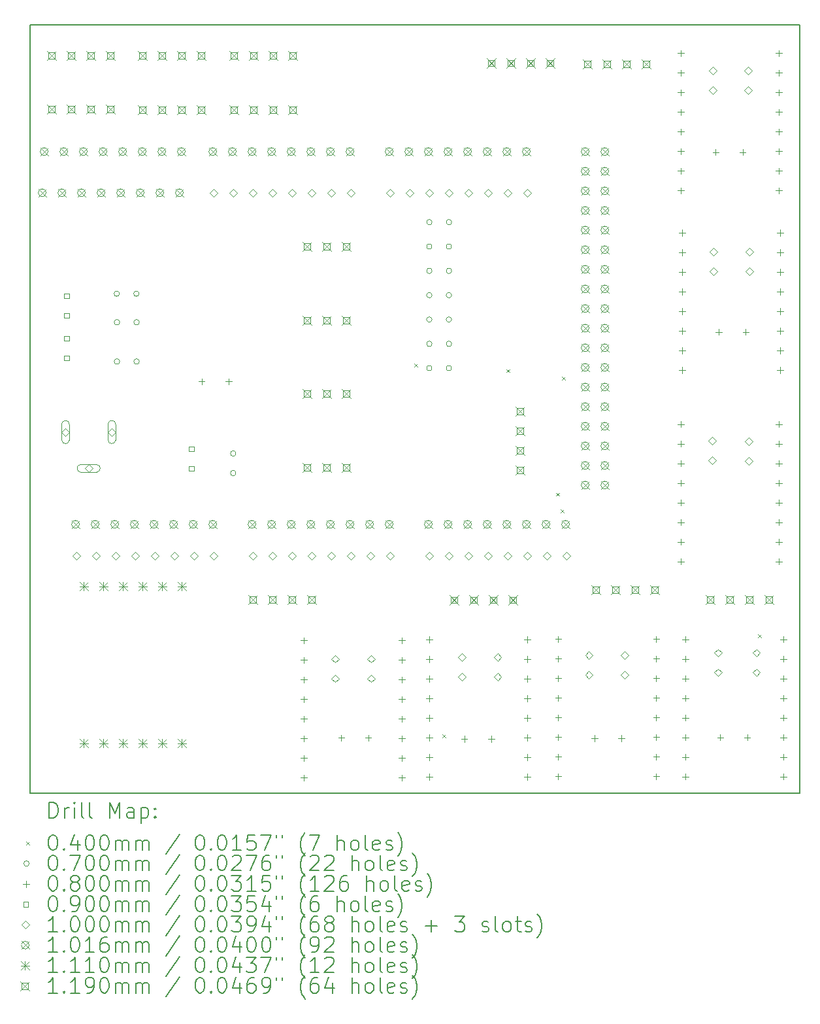
<source format=gbr>
%TF.GenerationSoftware,KiCad,Pcbnew,7.0.9*%
%TF.CreationDate,2023-11-27T11:41:06+10:00*%
%TF.ProjectId,Front Console Output,46726f6e-7420-4436-9f6e-736f6c65204f,rev?*%
%TF.SameCoordinates,Original*%
%TF.FileFunction,Drillmap*%
%TF.FilePolarity,Positive*%
%FSLAX45Y45*%
G04 Gerber Fmt 4.5, Leading zero omitted, Abs format (unit mm)*
G04 Created by KiCad (PCBNEW 7.0.9) date 2023-11-27 11:41:06*
%MOMM*%
%LPD*%
G01*
G04 APERTURE LIST*
%ADD10C,0.150000*%
%ADD11C,0.200000*%
%ADD12C,0.100000*%
%ADD13C,0.101600*%
%ADD14C,0.111000*%
%ADD15C,0.119000*%
G04 APERTURE END LIST*
D10*
X12539000Y-5448000D02*
X22519000Y-5448000D01*
X22519000Y-15394000D01*
X12539000Y-15394000D01*
X12539000Y-5448000D01*
D11*
D12*
X17524610Y-9831610D02*
X17564610Y-9871610D01*
X17564610Y-9831610D02*
X17524610Y-9871610D01*
X17886520Y-14634030D02*
X17926520Y-14674030D01*
X17926520Y-14634030D02*
X17886520Y-14674030D01*
X18714570Y-9905010D02*
X18754570Y-9945010D01*
X18754570Y-9905010D02*
X18714570Y-9945010D01*
X19358950Y-11504240D02*
X19398950Y-11544240D01*
X19398950Y-11504240D02*
X19358950Y-11544240D01*
X19421490Y-11720350D02*
X19461490Y-11760350D01*
X19461490Y-11720350D02*
X19421490Y-11760350D01*
X19433640Y-10001140D02*
X19473640Y-10041140D01*
X19473640Y-10001140D02*
X19433640Y-10041140D01*
X21973570Y-13338890D02*
X22013570Y-13378890D01*
X22013570Y-13338890D02*
X21973570Y-13378890D01*
X13701000Y-8927000D02*
G75*
G03*
X13701000Y-8927000I-35000J0D01*
G01*
X13704000Y-9296500D02*
G75*
G03*
X13704000Y-9296500I-35000J0D01*
G01*
X13704000Y-9804500D02*
G75*
G03*
X13704000Y-9804500I-35000J0D01*
G01*
X13955000Y-8927000D02*
G75*
G03*
X13955000Y-8927000I-35000J0D01*
G01*
X13958000Y-9296500D02*
G75*
G03*
X13958000Y-9296500I-35000J0D01*
G01*
X13958000Y-9804500D02*
G75*
G03*
X13958000Y-9804500I-35000J0D01*
G01*
X15210000Y-10996000D02*
G75*
G03*
X15210000Y-10996000I-35000J0D01*
G01*
X15210000Y-11250000D02*
G75*
G03*
X15210000Y-11250000I-35000J0D01*
G01*
X17751500Y-8001000D02*
G75*
G03*
X17751500Y-8001000I-35000J0D01*
G01*
X17751500Y-8316000D02*
G75*
G03*
X17751500Y-8316000I-35000J0D01*
G01*
X17751500Y-8631000D02*
G75*
G03*
X17751500Y-8631000I-35000J0D01*
G01*
X17751500Y-8946000D02*
G75*
G03*
X17751500Y-8946000I-35000J0D01*
G01*
X17751500Y-9261000D02*
G75*
G03*
X17751500Y-9261000I-35000J0D01*
G01*
X17751500Y-9576000D02*
G75*
G03*
X17751500Y-9576000I-35000J0D01*
G01*
X17751500Y-9891000D02*
G75*
G03*
X17751500Y-9891000I-35000J0D01*
G01*
X18005500Y-8001000D02*
G75*
G03*
X18005500Y-8001000I-35000J0D01*
G01*
X18005500Y-8316000D02*
G75*
G03*
X18005500Y-8316000I-35000J0D01*
G01*
X18005500Y-8631000D02*
G75*
G03*
X18005500Y-8631000I-35000J0D01*
G01*
X18005500Y-8946000D02*
G75*
G03*
X18005500Y-8946000I-35000J0D01*
G01*
X18005500Y-9261000D02*
G75*
G03*
X18005500Y-9261000I-35000J0D01*
G01*
X18005500Y-9576000D02*
G75*
G03*
X18005500Y-9576000I-35000J0D01*
G01*
X18005500Y-9891000D02*
G75*
G03*
X18005500Y-9891000I-35000J0D01*
G01*
X14767000Y-10024000D02*
X14767000Y-10104000D01*
X14727000Y-10064000D02*
X14807000Y-10064000D01*
X15117000Y-10024000D02*
X15117000Y-10104000D01*
X15077000Y-10064000D02*
X15157000Y-10064000D01*
X16092000Y-13375000D02*
X16092000Y-13455000D01*
X16052000Y-13415000D02*
X16132000Y-13415000D01*
X16092000Y-13629000D02*
X16092000Y-13709000D01*
X16052000Y-13669000D02*
X16132000Y-13669000D01*
X16092000Y-13883000D02*
X16092000Y-13963000D01*
X16052000Y-13923000D02*
X16132000Y-13923000D01*
X16092000Y-14137000D02*
X16092000Y-14217000D01*
X16052000Y-14177000D02*
X16132000Y-14177000D01*
X16092000Y-14391000D02*
X16092000Y-14471000D01*
X16052000Y-14431000D02*
X16132000Y-14431000D01*
X16092000Y-14645000D02*
X16092000Y-14725000D01*
X16052000Y-14685000D02*
X16132000Y-14685000D01*
X16092000Y-14899000D02*
X16092000Y-14979000D01*
X16052000Y-14939000D02*
X16132000Y-14939000D01*
X16092000Y-15153000D02*
X16092000Y-15233000D01*
X16052000Y-15193000D02*
X16132000Y-15193000D01*
X16575000Y-14637000D02*
X16575000Y-14717000D01*
X16535000Y-14677000D02*
X16615000Y-14677000D01*
X16925000Y-14637000D02*
X16925000Y-14717000D01*
X16885000Y-14677000D02*
X16965000Y-14677000D01*
X17362000Y-13375000D02*
X17362000Y-13455000D01*
X17322000Y-13415000D02*
X17402000Y-13415000D01*
X17362000Y-13629000D02*
X17362000Y-13709000D01*
X17322000Y-13669000D02*
X17402000Y-13669000D01*
X17362000Y-13883000D02*
X17362000Y-13963000D01*
X17322000Y-13923000D02*
X17402000Y-13923000D01*
X17362000Y-14137000D02*
X17362000Y-14217000D01*
X17322000Y-14177000D02*
X17402000Y-14177000D01*
X17362000Y-14391000D02*
X17362000Y-14471000D01*
X17322000Y-14431000D02*
X17402000Y-14431000D01*
X17362000Y-14645000D02*
X17362000Y-14725000D01*
X17322000Y-14685000D02*
X17402000Y-14685000D01*
X17362000Y-14899000D02*
X17362000Y-14979000D01*
X17322000Y-14939000D02*
X17402000Y-14939000D01*
X17362000Y-15153000D02*
X17362000Y-15233000D01*
X17322000Y-15193000D02*
X17402000Y-15193000D01*
X17716000Y-13364000D02*
X17716000Y-13444000D01*
X17676000Y-13404000D02*
X17756000Y-13404000D01*
X17716000Y-13618000D02*
X17716000Y-13698000D01*
X17676000Y-13658000D02*
X17756000Y-13658000D01*
X17716000Y-13872000D02*
X17716000Y-13952000D01*
X17676000Y-13912000D02*
X17756000Y-13912000D01*
X17716000Y-14126000D02*
X17716000Y-14206000D01*
X17676000Y-14166000D02*
X17756000Y-14166000D01*
X17716000Y-14380000D02*
X17716000Y-14460000D01*
X17676000Y-14420000D02*
X17756000Y-14420000D01*
X17716000Y-14634000D02*
X17716000Y-14714000D01*
X17676000Y-14674000D02*
X17756000Y-14674000D01*
X17716000Y-14888000D02*
X17716000Y-14968000D01*
X17676000Y-14928000D02*
X17756000Y-14928000D01*
X17716000Y-15142000D02*
X17716000Y-15222000D01*
X17676000Y-15182000D02*
X17756000Y-15182000D01*
X18170000Y-14652000D02*
X18170000Y-14732000D01*
X18130000Y-14692000D02*
X18210000Y-14692000D01*
X18520000Y-14652000D02*
X18520000Y-14732000D01*
X18480000Y-14692000D02*
X18560000Y-14692000D01*
X18986000Y-13364000D02*
X18986000Y-13444000D01*
X18946000Y-13404000D02*
X19026000Y-13404000D01*
X18986000Y-13618000D02*
X18986000Y-13698000D01*
X18946000Y-13658000D02*
X19026000Y-13658000D01*
X18986000Y-13872000D02*
X18986000Y-13952000D01*
X18946000Y-13912000D02*
X19026000Y-13912000D01*
X18986000Y-14126000D02*
X18986000Y-14206000D01*
X18946000Y-14166000D02*
X19026000Y-14166000D01*
X18986000Y-14380000D02*
X18986000Y-14460000D01*
X18946000Y-14420000D02*
X19026000Y-14420000D01*
X18986000Y-14634000D02*
X18986000Y-14714000D01*
X18946000Y-14674000D02*
X19026000Y-14674000D01*
X18986000Y-14888000D02*
X18986000Y-14968000D01*
X18946000Y-14928000D02*
X19026000Y-14928000D01*
X18986000Y-15142000D02*
X18986000Y-15222000D01*
X18946000Y-15182000D02*
X19026000Y-15182000D01*
X19386000Y-13359000D02*
X19386000Y-13439000D01*
X19346000Y-13399000D02*
X19426000Y-13399000D01*
X19386000Y-13613000D02*
X19386000Y-13693000D01*
X19346000Y-13653000D02*
X19426000Y-13653000D01*
X19386000Y-13867000D02*
X19386000Y-13947000D01*
X19346000Y-13907000D02*
X19426000Y-13907000D01*
X19386000Y-14121000D02*
X19386000Y-14201000D01*
X19346000Y-14161000D02*
X19426000Y-14161000D01*
X19386000Y-14375000D02*
X19386000Y-14455000D01*
X19346000Y-14415000D02*
X19426000Y-14415000D01*
X19386000Y-14629000D02*
X19386000Y-14709000D01*
X19346000Y-14669000D02*
X19426000Y-14669000D01*
X19386000Y-14883000D02*
X19386000Y-14963000D01*
X19346000Y-14923000D02*
X19426000Y-14923000D01*
X19386000Y-15137000D02*
X19386000Y-15217000D01*
X19346000Y-15177000D02*
X19426000Y-15177000D01*
X19857000Y-14644000D02*
X19857000Y-14724000D01*
X19817000Y-14684000D02*
X19897000Y-14684000D01*
X20207000Y-14644000D02*
X20207000Y-14724000D01*
X20167000Y-14684000D02*
X20247000Y-14684000D01*
X20656000Y-13359000D02*
X20656000Y-13439000D01*
X20616000Y-13399000D02*
X20696000Y-13399000D01*
X20656000Y-13613000D02*
X20656000Y-13693000D01*
X20616000Y-13653000D02*
X20696000Y-13653000D01*
X20656000Y-13867000D02*
X20656000Y-13947000D01*
X20616000Y-13907000D02*
X20696000Y-13907000D01*
X20656000Y-14121000D02*
X20656000Y-14201000D01*
X20616000Y-14161000D02*
X20696000Y-14161000D01*
X20656000Y-14375000D02*
X20656000Y-14455000D01*
X20616000Y-14415000D02*
X20696000Y-14415000D01*
X20656000Y-14629000D02*
X20656000Y-14709000D01*
X20616000Y-14669000D02*
X20696000Y-14669000D01*
X20656000Y-14883000D02*
X20656000Y-14963000D01*
X20616000Y-14923000D02*
X20696000Y-14923000D01*
X20656000Y-15137000D02*
X20656000Y-15217000D01*
X20616000Y-15177000D02*
X20696000Y-15177000D01*
X20976000Y-10576000D02*
X20976000Y-10656000D01*
X20936000Y-10616000D02*
X21016000Y-10616000D01*
X20976000Y-10830000D02*
X20976000Y-10910000D01*
X20936000Y-10870000D02*
X21016000Y-10870000D01*
X20976000Y-11084000D02*
X20976000Y-11164000D01*
X20936000Y-11124000D02*
X21016000Y-11124000D01*
X20976000Y-11338000D02*
X20976000Y-11418000D01*
X20936000Y-11378000D02*
X21016000Y-11378000D01*
X20976000Y-11592000D02*
X20976000Y-11672000D01*
X20936000Y-11632000D02*
X21016000Y-11632000D01*
X20976000Y-11846000D02*
X20976000Y-11926000D01*
X20936000Y-11886000D02*
X21016000Y-11886000D01*
X20976000Y-12100000D02*
X20976000Y-12180000D01*
X20936000Y-12140000D02*
X21016000Y-12140000D01*
X20976000Y-12354000D02*
X20976000Y-12434000D01*
X20936000Y-12394000D02*
X21016000Y-12394000D01*
X20977000Y-5772000D02*
X20977000Y-5852000D01*
X20937000Y-5812000D02*
X21017000Y-5812000D01*
X20977000Y-6026000D02*
X20977000Y-6106000D01*
X20937000Y-6066000D02*
X21017000Y-6066000D01*
X20977000Y-6280000D02*
X20977000Y-6360000D01*
X20937000Y-6320000D02*
X21017000Y-6320000D01*
X20977000Y-6534000D02*
X20977000Y-6614000D01*
X20937000Y-6574000D02*
X21017000Y-6574000D01*
X20977000Y-6788000D02*
X20977000Y-6868000D01*
X20937000Y-6828000D02*
X21017000Y-6828000D01*
X20977000Y-7042000D02*
X20977000Y-7122000D01*
X20937000Y-7082000D02*
X21017000Y-7082000D01*
X20977000Y-7296000D02*
X20977000Y-7376000D01*
X20937000Y-7336000D02*
X21017000Y-7336000D01*
X20977000Y-7550000D02*
X20977000Y-7630000D01*
X20937000Y-7590000D02*
X21017000Y-7590000D01*
X20992000Y-8100000D02*
X20992000Y-8180000D01*
X20952000Y-8140000D02*
X21032000Y-8140000D01*
X20992000Y-8354000D02*
X20992000Y-8434000D01*
X20952000Y-8394000D02*
X21032000Y-8394000D01*
X20992000Y-8608000D02*
X20992000Y-8688000D01*
X20952000Y-8648000D02*
X21032000Y-8648000D01*
X20992000Y-8862000D02*
X20992000Y-8942000D01*
X20952000Y-8902000D02*
X21032000Y-8902000D01*
X20992000Y-9116000D02*
X20992000Y-9196000D01*
X20952000Y-9156000D02*
X21032000Y-9156000D01*
X20992000Y-9370000D02*
X20992000Y-9450000D01*
X20952000Y-9410000D02*
X21032000Y-9410000D01*
X20992000Y-9624000D02*
X20992000Y-9704000D01*
X20952000Y-9664000D02*
X21032000Y-9664000D01*
X20992000Y-9878000D02*
X20992000Y-9958000D01*
X20952000Y-9918000D02*
X21032000Y-9918000D01*
X21034000Y-13362000D02*
X21034000Y-13442000D01*
X20994000Y-13402000D02*
X21074000Y-13402000D01*
X21034000Y-13616000D02*
X21034000Y-13696000D01*
X20994000Y-13656000D02*
X21074000Y-13656000D01*
X21034000Y-13870000D02*
X21034000Y-13950000D01*
X20994000Y-13910000D02*
X21074000Y-13910000D01*
X21034000Y-14124000D02*
X21034000Y-14204000D01*
X20994000Y-14164000D02*
X21074000Y-14164000D01*
X21034000Y-14378000D02*
X21034000Y-14458000D01*
X20994000Y-14418000D02*
X21074000Y-14418000D01*
X21034000Y-14632000D02*
X21034000Y-14712000D01*
X20994000Y-14672000D02*
X21074000Y-14672000D01*
X21034000Y-14886000D02*
X21034000Y-14966000D01*
X20994000Y-14926000D02*
X21074000Y-14926000D01*
X21034000Y-15140000D02*
X21034000Y-15220000D01*
X20994000Y-15180000D02*
X21074000Y-15180000D01*
X21428000Y-7053000D02*
X21428000Y-7133000D01*
X21388000Y-7093000D02*
X21468000Y-7093000D01*
X21468000Y-9382000D02*
X21468000Y-9462000D01*
X21428000Y-9422000D02*
X21508000Y-9422000D01*
X21487000Y-14632000D02*
X21487000Y-14712000D01*
X21447000Y-14672000D02*
X21527000Y-14672000D01*
X21778000Y-7053000D02*
X21778000Y-7133000D01*
X21738000Y-7093000D02*
X21818000Y-7093000D01*
X21818000Y-9382000D02*
X21818000Y-9462000D01*
X21778000Y-9422000D02*
X21858000Y-9422000D01*
X21837000Y-14632000D02*
X21837000Y-14712000D01*
X21797000Y-14672000D02*
X21877000Y-14672000D01*
X22246000Y-10576000D02*
X22246000Y-10656000D01*
X22206000Y-10616000D02*
X22286000Y-10616000D01*
X22246000Y-10830000D02*
X22246000Y-10910000D01*
X22206000Y-10870000D02*
X22286000Y-10870000D01*
X22246000Y-11084000D02*
X22246000Y-11164000D01*
X22206000Y-11124000D02*
X22286000Y-11124000D01*
X22246000Y-11338000D02*
X22246000Y-11418000D01*
X22206000Y-11378000D02*
X22286000Y-11378000D01*
X22246000Y-11592000D02*
X22246000Y-11672000D01*
X22206000Y-11632000D02*
X22286000Y-11632000D01*
X22246000Y-11846000D02*
X22246000Y-11926000D01*
X22206000Y-11886000D02*
X22286000Y-11886000D01*
X22246000Y-12100000D02*
X22246000Y-12180000D01*
X22206000Y-12140000D02*
X22286000Y-12140000D01*
X22246000Y-12354000D02*
X22246000Y-12434000D01*
X22206000Y-12394000D02*
X22286000Y-12394000D01*
X22247000Y-5772000D02*
X22247000Y-5852000D01*
X22207000Y-5812000D02*
X22287000Y-5812000D01*
X22247000Y-6026000D02*
X22247000Y-6106000D01*
X22207000Y-6066000D02*
X22287000Y-6066000D01*
X22247000Y-6280000D02*
X22247000Y-6360000D01*
X22207000Y-6320000D02*
X22287000Y-6320000D01*
X22247000Y-6534000D02*
X22247000Y-6614000D01*
X22207000Y-6574000D02*
X22287000Y-6574000D01*
X22247000Y-6788000D02*
X22247000Y-6868000D01*
X22207000Y-6828000D02*
X22287000Y-6828000D01*
X22247000Y-7042000D02*
X22247000Y-7122000D01*
X22207000Y-7082000D02*
X22287000Y-7082000D01*
X22247000Y-7296000D02*
X22247000Y-7376000D01*
X22207000Y-7336000D02*
X22287000Y-7336000D01*
X22247000Y-7550000D02*
X22247000Y-7630000D01*
X22207000Y-7590000D02*
X22287000Y-7590000D01*
X22262000Y-8100000D02*
X22262000Y-8180000D01*
X22222000Y-8140000D02*
X22302000Y-8140000D01*
X22262000Y-8354000D02*
X22262000Y-8434000D01*
X22222000Y-8394000D02*
X22302000Y-8394000D01*
X22262000Y-8608000D02*
X22262000Y-8688000D01*
X22222000Y-8648000D02*
X22302000Y-8648000D01*
X22262000Y-8862000D02*
X22262000Y-8942000D01*
X22222000Y-8902000D02*
X22302000Y-8902000D01*
X22262000Y-9116000D02*
X22262000Y-9196000D01*
X22222000Y-9156000D02*
X22302000Y-9156000D01*
X22262000Y-9370000D02*
X22262000Y-9450000D01*
X22222000Y-9410000D02*
X22302000Y-9410000D01*
X22262000Y-9624000D02*
X22262000Y-9704000D01*
X22222000Y-9664000D02*
X22302000Y-9664000D01*
X22262000Y-9878000D02*
X22262000Y-9958000D01*
X22222000Y-9918000D02*
X22302000Y-9918000D01*
X22304000Y-13362000D02*
X22304000Y-13442000D01*
X22264000Y-13402000D02*
X22344000Y-13402000D01*
X22304000Y-13616000D02*
X22304000Y-13696000D01*
X22264000Y-13656000D02*
X22344000Y-13656000D01*
X22304000Y-13870000D02*
X22304000Y-13950000D01*
X22264000Y-13910000D02*
X22344000Y-13910000D01*
X22304000Y-14124000D02*
X22304000Y-14204000D01*
X22264000Y-14164000D02*
X22344000Y-14164000D01*
X22304000Y-14378000D02*
X22304000Y-14458000D01*
X22264000Y-14418000D02*
X22344000Y-14418000D01*
X22304000Y-14632000D02*
X22304000Y-14712000D01*
X22264000Y-14672000D02*
X22344000Y-14672000D01*
X22304000Y-14886000D02*
X22304000Y-14966000D01*
X22264000Y-14926000D02*
X22344000Y-14926000D01*
X22304000Y-15140000D02*
X22304000Y-15220000D01*
X22264000Y-15180000D02*
X22344000Y-15180000D01*
X13049320Y-8985820D02*
X13049320Y-8922180D01*
X12985680Y-8922180D01*
X12985680Y-8985820D01*
X13049320Y-8985820D01*
X13049320Y-9239820D02*
X13049320Y-9176180D01*
X12985680Y-9176180D01*
X12985680Y-9239820D01*
X13049320Y-9239820D01*
X13049320Y-9535820D02*
X13049320Y-9472180D01*
X12985680Y-9472180D01*
X12985680Y-9535820D01*
X13049320Y-9535820D01*
X13049320Y-9789820D02*
X13049320Y-9726180D01*
X12985680Y-9726180D01*
X12985680Y-9789820D01*
X13049320Y-9789820D01*
X14666820Y-10970320D02*
X14666820Y-10906680D01*
X14603180Y-10906680D01*
X14603180Y-10970320D01*
X14666820Y-10970320D01*
X14666820Y-11224320D02*
X14666820Y-11160680D01*
X14603180Y-11160680D01*
X14603180Y-11224320D01*
X14666820Y-11224320D01*
X13002500Y-10768450D02*
X13052500Y-10718450D01*
X13002500Y-10668450D01*
X12952500Y-10718450D01*
X13002500Y-10768450D01*
X12952500Y-10618450D02*
X12952500Y-10818450D01*
X12952500Y-10818450D02*
G75*
G03*
X13052500Y-10818450I50000J0D01*
G01*
X13052500Y-10818450D02*
X13052500Y-10618450D01*
X13052500Y-10618450D02*
G75*
G03*
X12952500Y-10618450I-50000J0D01*
G01*
X13144500Y-12369000D02*
X13194500Y-12319000D01*
X13144500Y-12269000D01*
X13094500Y-12319000D01*
X13144500Y-12369000D01*
X13302500Y-11238450D02*
X13352500Y-11188450D01*
X13302500Y-11138450D01*
X13252500Y-11188450D01*
X13302500Y-11238450D01*
X13202500Y-11238450D02*
X13402500Y-11238450D01*
X13402500Y-11238450D02*
G75*
G03*
X13402500Y-11138450I0J50000D01*
G01*
X13402500Y-11138450D02*
X13202500Y-11138450D01*
X13202500Y-11138450D02*
G75*
G03*
X13202500Y-11238450I0J-50000D01*
G01*
X13398500Y-12369000D02*
X13448500Y-12319000D01*
X13398500Y-12269000D01*
X13348500Y-12319000D01*
X13398500Y-12369000D01*
X13602500Y-10768450D02*
X13652500Y-10718450D01*
X13602500Y-10668450D01*
X13552500Y-10718450D01*
X13602500Y-10768450D01*
X13552500Y-10618450D02*
X13552500Y-10818450D01*
X13552500Y-10818450D02*
G75*
G03*
X13652500Y-10818450I50000J0D01*
G01*
X13652500Y-10818450D02*
X13652500Y-10618450D01*
X13652500Y-10618450D02*
G75*
G03*
X13552500Y-10618450I-50000J0D01*
G01*
X13652500Y-12369000D02*
X13702500Y-12319000D01*
X13652500Y-12269000D01*
X13602500Y-12319000D01*
X13652500Y-12369000D01*
X13906500Y-12369000D02*
X13956500Y-12319000D01*
X13906500Y-12269000D01*
X13856500Y-12319000D01*
X13906500Y-12369000D01*
X14160500Y-12369000D02*
X14210500Y-12319000D01*
X14160500Y-12269000D01*
X14110500Y-12319000D01*
X14160500Y-12369000D01*
X14414500Y-12369000D02*
X14464500Y-12319000D01*
X14414500Y-12269000D01*
X14364500Y-12319000D01*
X14414500Y-12369000D01*
X14668500Y-12369000D02*
X14718500Y-12319000D01*
X14668500Y-12269000D01*
X14618500Y-12319000D01*
X14668500Y-12369000D01*
X14922500Y-7670000D02*
X14972500Y-7620000D01*
X14922500Y-7570000D01*
X14872500Y-7620000D01*
X14922500Y-7670000D01*
X14922500Y-12369000D02*
X14972500Y-12319000D01*
X14922500Y-12269000D01*
X14872500Y-12319000D01*
X14922500Y-12369000D01*
X15176500Y-7670000D02*
X15226500Y-7620000D01*
X15176500Y-7570000D01*
X15126500Y-7620000D01*
X15176500Y-7670000D01*
X15430500Y-7670000D02*
X15480500Y-7620000D01*
X15430500Y-7570000D01*
X15380500Y-7620000D01*
X15430500Y-7670000D01*
X15430500Y-12369000D02*
X15480500Y-12319000D01*
X15430500Y-12269000D01*
X15380500Y-12319000D01*
X15430500Y-12369000D01*
X15684500Y-7670000D02*
X15734500Y-7620000D01*
X15684500Y-7570000D01*
X15634500Y-7620000D01*
X15684500Y-7670000D01*
X15684500Y-12369000D02*
X15734500Y-12319000D01*
X15684500Y-12269000D01*
X15634500Y-12319000D01*
X15684500Y-12369000D01*
X15938500Y-7670000D02*
X15988500Y-7620000D01*
X15938500Y-7570000D01*
X15888500Y-7620000D01*
X15938500Y-7670000D01*
X15938500Y-12369000D02*
X15988500Y-12319000D01*
X15938500Y-12269000D01*
X15888500Y-12319000D01*
X15938500Y-12369000D01*
X16192500Y-7670000D02*
X16242500Y-7620000D01*
X16192500Y-7570000D01*
X16142500Y-7620000D01*
X16192500Y-7670000D01*
X16192500Y-12369000D02*
X16242500Y-12319000D01*
X16192500Y-12269000D01*
X16142500Y-12319000D01*
X16192500Y-12369000D01*
X16446500Y-7670000D02*
X16496500Y-7620000D01*
X16446500Y-7570000D01*
X16396500Y-7620000D01*
X16446500Y-7670000D01*
X16446500Y-12369000D02*
X16496500Y-12319000D01*
X16446500Y-12269000D01*
X16396500Y-12319000D01*
X16446500Y-12369000D01*
X16500000Y-13704500D02*
X16550000Y-13654500D01*
X16500000Y-13604500D01*
X16450000Y-13654500D01*
X16500000Y-13704500D01*
X16500000Y-13958500D02*
X16550000Y-13908500D01*
X16500000Y-13858500D01*
X16450000Y-13908500D01*
X16500000Y-13958500D01*
X16700500Y-7670000D02*
X16750500Y-7620000D01*
X16700500Y-7570000D01*
X16650500Y-7620000D01*
X16700500Y-7670000D01*
X16700500Y-12369000D02*
X16750500Y-12319000D01*
X16700500Y-12269000D01*
X16650500Y-12319000D01*
X16700500Y-12369000D01*
X16954500Y-12369000D02*
X17004500Y-12319000D01*
X16954500Y-12269000D01*
X16904500Y-12319000D01*
X16954500Y-12369000D01*
X16965000Y-13704500D02*
X17015000Y-13654500D01*
X16965000Y-13604500D01*
X16915000Y-13654500D01*
X16965000Y-13704500D01*
X16965000Y-13958500D02*
X17015000Y-13908500D01*
X16965000Y-13858500D01*
X16915000Y-13908500D01*
X16965000Y-13958500D01*
X17208500Y-7670000D02*
X17258500Y-7620000D01*
X17208500Y-7570000D01*
X17158500Y-7620000D01*
X17208500Y-7670000D01*
X17208500Y-12369000D02*
X17258500Y-12319000D01*
X17208500Y-12269000D01*
X17158500Y-12319000D01*
X17208500Y-12369000D01*
X17462500Y-7670000D02*
X17512500Y-7620000D01*
X17462500Y-7570000D01*
X17412500Y-7620000D01*
X17462500Y-7670000D01*
X17716500Y-7670000D02*
X17766500Y-7620000D01*
X17716500Y-7570000D01*
X17666500Y-7620000D01*
X17716500Y-7670000D01*
X17716500Y-12369000D02*
X17766500Y-12319000D01*
X17716500Y-12269000D01*
X17666500Y-12319000D01*
X17716500Y-12369000D01*
X17970500Y-7670000D02*
X18020500Y-7620000D01*
X17970500Y-7570000D01*
X17920500Y-7620000D01*
X17970500Y-7670000D01*
X17970500Y-12369000D02*
X18020500Y-12319000D01*
X17970500Y-12269000D01*
X17920500Y-12319000D01*
X17970500Y-12369000D01*
X18136000Y-13686500D02*
X18186000Y-13636500D01*
X18136000Y-13586500D01*
X18086000Y-13636500D01*
X18136000Y-13686500D01*
X18136000Y-13940500D02*
X18186000Y-13890500D01*
X18136000Y-13840500D01*
X18086000Y-13890500D01*
X18136000Y-13940500D01*
X18224500Y-7670000D02*
X18274500Y-7620000D01*
X18224500Y-7570000D01*
X18174500Y-7620000D01*
X18224500Y-7670000D01*
X18224500Y-12369000D02*
X18274500Y-12319000D01*
X18224500Y-12269000D01*
X18174500Y-12319000D01*
X18224500Y-12369000D01*
X18478500Y-7670000D02*
X18528500Y-7620000D01*
X18478500Y-7570000D01*
X18428500Y-7620000D01*
X18478500Y-7670000D01*
X18478500Y-12369000D02*
X18528500Y-12319000D01*
X18478500Y-12269000D01*
X18428500Y-12319000D01*
X18478500Y-12369000D01*
X18601000Y-13686500D02*
X18651000Y-13636500D01*
X18601000Y-13586500D01*
X18551000Y-13636500D01*
X18601000Y-13686500D01*
X18601000Y-13940500D02*
X18651000Y-13890500D01*
X18601000Y-13840500D01*
X18551000Y-13890500D01*
X18601000Y-13940500D01*
X18732500Y-7670000D02*
X18782500Y-7620000D01*
X18732500Y-7570000D01*
X18682500Y-7620000D01*
X18732500Y-7670000D01*
X18732500Y-12369000D02*
X18782500Y-12319000D01*
X18732500Y-12269000D01*
X18682500Y-12319000D01*
X18732500Y-12369000D01*
X18986500Y-7670000D02*
X19036500Y-7620000D01*
X18986500Y-7570000D01*
X18936500Y-7620000D01*
X18986500Y-7670000D01*
X18986500Y-12369000D02*
X19036500Y-12319000D01*
X18986500Y-12269000D01*
X18936500Y-12319000D01*
X18986500Y-12369000D01*
X19240500Y-12369000D02*
X19290500Y-12319000D01*
X19240500Y-12269000D01*
X19190500Y-12319000D01*
X19240500Y-12369000D01*
X19494500Y-12369000D02*
X19544500Y-12319000D01*
X19494500Y-12269000D01*
X19444500Y-12319000D01*
X19494500Y-12369000D01*
X19786000Y-13660000D02*
X19836000Y-13610000D01*
X19786000Y-13560000D01*
X19736000Y-13610000D01*
X19786000Y-13660000D01*
X19786000Y-13914000D02*
X19836000Y-13864000D01*
X19786000Y-13814000D01*
X19736000Y-13864000D01*
X19786000Y-13914000D01*
X20251000Y-13660000D02*
X20301000Y-13610000D01*
X20251000Y-13560000D01*
X20201000Y-13610000D01*
X20251000Y-13660000D01*
X20251000Y-13914000D02*
X20301000Y-13864000D01*
X20251000Y-13814000D01*
X20201000Y-13864000D01*
X20251000Y-13914000D01*
X21380000Y-10883000D02*
X21430000Y-10833000D01*
X21380000Y-10783000D01*
X21330000Y-10833000D01*
X21380000Y-10883000D01*
X21380000Y-11137000D02*
X21430000Y-11087000D01*
X21380000Y-11037000D01*
X21330000Y-11087000D01*
X21380000Y-11137000D01*
X21389000Y-6087000D02*
X21439000Y-6037000D01*
X21389000Y-5987000D01*
X21339000Y-6037000D01*
X21389000Y-6087000D01*
X21389000Y-6341000D02*
X21439000Y-6291000D01*
X21389000Y-6241000D01*
X21339000Y-6291000D01*
X21389000Y-6341000D01*
X21402000Y-8432500D02*
X21452000Y-8382500D01*
X21402000Y-8332500D01*
X21352000Y-8382500D01*
X21402000Y-8432500D01*
X21402000Y-8686500D02*
X21452000Y-8636500D01*
X21402000Y-8586500D01*
X21352000Y-8636500D01*
X21402000Y-8686500D01*
X21461000Y-13628000D02*
X21511000Y-13578000D01*
X21461000Y-13528000D01*
X21411000Y-13578000D01*
X21461000Y-13628000D01*
X21461000Y-13882000D02*
X21511000Y-13832000D01*
X21461000Y-13782000D01*
X21411000Y-13832000D01*
X21461000Y-13882000D01*
X21847000Y-6088000D02*
X21897000Y-6038000D01*
X21847000Y-5988000D01*
X21797000Y-6038000D01*
X21847000Y-6088000D01*
X21847000Y-6342000D02*
X21897000Y-6292000D01*
X21847000Y-6242000D01*
X21797000Y-6292000D01*
X21847000Y-6342000D01*
X21853000Y-10889000D02*
X21903000Y-10839000D01*
X21853000Y-10789000D01*
X21803000Y-10839000D01*
X21853000Y-10889000D01*
X21853000Y-11143000D02*
X21903000Y-11093000D01*
X21853000Y-11043000D01*
X21803000Y-11093000D01*
X21853000Y-11143000D01*
X21867000Y-8432500D02*
X21917000Y-8382500D01*
X21867000Y-8332500D01*
X21817000Y-8382500D01*
X21867000Y-8432500D01*
X21867000Y-8686500D02*
X21917000Y-8636500D01*
X21867000Y-8586500D01*
X21817000Y-8636500D01*
X21867000Y-8686500D01*
X21954000Y-13628000D02*
X22004000Y-13578000D01*
X21954000Y-13528000D01*
X21904000Y-13578000D01*
X21954000Y-13628000D01*
X21954000Y-13882000D02*
X22004000Y-13832000D01*
X21954000Y-13782000D01*
X21904000Y-13832000D01*
X21954000Y-13882000D01*
D13*
X12649200Y-7569200D02*
X12750800Y-7670800D01*
X12750800Y-7569200D02*
X12649200Y-7670800D01*
X12750800Y-7620000D02*
G75*
G03*
X12750800Y-7620000I-50800J0D01*
G01*
X12674600Y-7035800D02*
X12776200Y-7137400D01*
X12776200Y-7035800D02*
X12674600Y-7137400D01*
X12776200Y-7086600D02*
G75*
G03*
X12776200Y-7086600I-50800J0D01*
G01*
X12903200Y-7569200D02*
X13004800Y-7670800D01*
X13004800Y-7569200D02*
X12903200Y-7670800D01*
X13004800Y-7620000D02*
G75*
G03*
X13004800Y-7620000I-50800J0D01*
G01*
X12928600Y-7035800D02*
X13030200Y-7137400D01*
X13030200Y-7035800D02*
X12928600Y-7137400D01*
X13030200Y-7086600D02*
G75*
G03*
X13030200Y-7086600I-50800J0D01*
G01*
X13081000Y-11861800D02*
X13182600Y-11963400D01*
X13182600Y-11861800D02*
X13081000Y-11963400D01*
X13182600Y-11912600D02*
G75*
G03*
X13182600Y-11912600I-50800J0D01*
G01*
X13157200Y-7569200D02*
X13258800Y-7670800D01*
X13258800Y-7569200D02*
X13157200Y-7670800D01*
X13258800Y-7620000D02*
G75*
G03*
X13258800Y-7620000I-50800J0D01*
G01*
X13182600Y-7035800D02*
X13284200Y-7137400D01*
X13284200Y-7035800D02*
X13182600Y-7137400D01*
X13284200Y-7086600D02*
G75*
G03*
X13284200Y-7086600I-50800J0D01*
G01*
X13335000Y-11861800D02*
X13436600Y-11963400D01*
X13436600Y-11861800D02*
X13335000Y-11963400D01*
X13436600Y-11912600D02*
G75*
G03*
X13436600Y-11912600I-50800J0D01*
G01*
X13411200Y-7569200D02*
X13512800Y-7670800D01*
X13512800Y-7569200D02*
X13411200Y-7670800D01*
X13512800Y-7620000D02*
G75*
G03*
X13512800Y-7620000I-50800J0D01*
G01*
X13436600Y-7035800D02*
X13538200Y-7137400D01*
X13538200Y-7035800D02*
X13436600Y-7137400D01*
X13538200Y-7086600D02*
G75*
G03*
X13538200Y-7086600I-50800J0D01*
G01*
X13589000Y-11861800D02*
X13690600Y-11963400D01*
X13690600Y-11861800D02*
X13589000Y-11963400D01*
X13690600Y-11912600D02*
G75*
G03*
X13690600Y-11912600I-50800J0D01*
G01*
X13665200Y-7569200D02*
X13766800Y-7670800D01*
X13766800Y-7569200D02*
X13665200Y-7670800D01*
X13766800Y-7620000D02*
G75*
G03*
X13766800Y-7620000I-50800J0D01*
G01*
X13690600Y-7035800D02*
X13792200Y-7137400D01*
X13792200Y-7035800D02*
X13690600Y-7137400D01*
X13792200Y-7086600D02*
G75*
G03*
X13792200Y-7086600I-50800J0D01*
G01*
X13843000Y-11861800D02*
X13944600Y-11963400D01*
X13944600Y-11861800D02*
X13843000Y-11963400D01*
X13944600Y-11912600D02*
G75*
G03*
X13944600Y-11912600I-50800J0D01*
G01*
X13919200Y-7569200D02*
X14020800Y-7670800D01*
X14020800Y-7569200D02*
X13919200Y-7670800D01*
X14020800Y-7620000D02*
G75*
G03*
X14020800Y-7620000I-50800J0D01*
G01*
X13944600Y-7035800D02*
X14046200Y-7137400D01*
X14046200Y-7035800D02*
X13944600Y-7137400D01*
X14046200Y-7086600D02*
G75*
G03*
X14046200Y-7086600I-50800J0D01*
G01*
X14097000Y-11861800D02*
X14198600Y-11963400D01*
X14198600Y-11861800D02*
X14097000Y-11963400D01*
X14198600Y-11912600D02*
G75*
G03*
X14198600Y-11912600I-50800J0D01*
G01*
X14173200Y-7569200D02*
X14274800Y-7670800D01*
X14274800Y-7569200D02*
X14173200Y-7670800D01*
X14274800Y-7620000D02*
G75*
G03*
X14274800Y-7620000I-50800J0D01*
G01*
X14198600Y-7035800D02*
X14300200Y-7137400D01*
X14300200Y-7035800D02*
X14198600Y-7137400D01*
X14300200Y-7086600D02*
G75*
G03*
X14300200Y-7086600I-50800J0D01*
G01*
X14351000Y-11861800D02*
X14452600Y-11963400D01*
X14452600Y-11861800D02*
X14351000Y-11963400D01*
X14452600Y-11912600D02*
G75*
G03*
X14452600Y-11912600I-50800J0D01*
G01*
X14427200Y-7569200D02*
X14528800Y-7670800D01*
X14528800Y-7569200D02*
X14427200Y-7670800D01*
X14528800Y-7620000D02*
G75*
G03*
X14528800Y-7620000I-50800J0D01*
G01*
X14452600Y-7035800D02*
X14554200Y-7137400D01*
X14554200Y-7035800D02*
X14452600Y-7137400D01*
X14554200Y-7086600D02*
G75*
G03*
X14554200Y-7086600I-50800J0D01*
G01*
X14605000Y-11861800D02*
X14706600Y-11963400D01*
X14706600Y-11861800D02*
X14605000Y-11963400D01*
X14706600Y-11912600D02*
G75*
G03*
X14706600Y-11912600I-50800J0D01*
G01*
X14859000Y-7035800D02*
X14960600Y-7137400D01*
X14960600Y-7035800D02*
X14859000Y-7137400D01*
X14960600Y-7086600D02*
G75*
G03*
X14960600Y-7086600I-50800J0D01*
G01*
X14859000Y-11861800D02*
X14960600Y-11963400D01*
X14960600Y-11861800D02*
X14859000Y-11963400D01*
X14960600Y-11912600D02*
G75*
G03*
X14960600Y-11912600I-50800J0D01*
G01*
X15113000Y-7035800D02*
X15214600Y-7137400D01*
X15214600Y-7035800D02*
X15113000Y-7137400D01*
X15214600Y-7086600D02*
G75*
G03*
X15214600Y-7086600I-50800J0D01*
G01*
X15367000Y-7035800D02*
X15468600Y-7137400D01*
X15468600Y-7035800D02*
X15367000Y-7137400D01*
X15468600Y-7086600D02*
G75*
G03*
X15468600Y-7086600I-50800J0D01*
G01*
X15367000Y-11861800D02*
X15468600Y-11963400D01*
X15468600Y-11861800D02*
X15367000Y-11963400D01*
X15468600Y-11912600D02*
G75*
G03*
X15468600Y-11912600I-50800J0D01*
G01*
X15621000Y-7035800D02*
X15722600Y-7137400D01*
X15722600Y-7035800D02*
X15621000Y-7137400D01*
X15722600Y-7086600D02*
G75*
G03*
X15722600Y-7086600I-50800J0D01*
G01*
X15621000Y-11861800D02*
X15722600Y-11963400D01*
X15722600Y-11861800D02*
X15621000Y-11963400D01*
X15722600Y-11912600D02*
G75*
G03*
X15722600Y-11912600I-50800J0D01*
G01*
X15875000Y-7035800D02*
X15976600Y-7137400D01*
X15976600Y-7035800D02*
X15875000Y-7137400D01*
X15976600Y-7086600D02*
G75*
G03*
X15976600Y-7086600I-50800J0D01*
G01*
X15875000Y-11861800D02*
X15976600Y-11963400D01*
X15976600Y-11861800D02*
X15875000Y-11963400D01*
X15976600Y-11912600D02*
G75*
G03*
X15976600Y-11912600I-50800J0D01*
G01*
X16129000Y-7035800D02*
X16230600Y-7137400D01*
X16230600Y-7035800D02*
X16129000Y-7137400D01*
X16230600Y-7086600D02*
G75*
G03*
X16230600Y-7086600I-50800J0D01*
G01*
X16129000Y-11861800D02*
X16230600Y-11963400D01*
X16230600Y-11861800D02*
X16129000Y-11963400D01*
X16230600Y-11912600D02*
G75*
G03*
X16230600Y-11912600I-50800J0D01*
G01*
X16383000Y-7035800D02*
X16484600Y-7137400D01*
X16484600Y-7035800D02*
X16383000Y-7137400D01*
X16484600Y-7086600D02*
G75*
G03*
X16484600Y-7086600I-50800J0D01*
G01*
X16383000Y-11861800D02*
X16484600Y-11963400D01*
X16484600Y-11861800D02*
X16383000Y-11963400D01*
X16484600Y-11912600D02*
G75*
G03*
X16484600Y-11912600I-50800J0D01*
G01*
X16637000Y-7035800D02*
X16738600Y-7137400D01*
X16738600Y-7035800D02*
X16637000Y-7137400D01*
X16738600Y-7086600D02*
G75*
G03*
X16738600Y-7086600I-50800J0D01*
G01*
X16637000Y-11861800D02*
X16738600Y-11963400D01*
X16738600Y-11861800D02*
X16637000Y-11963400D01*
X16738600Y-11912600D02*
G75*
G03*
X16738600Y-11912600I-50800J0D01*
G01*
X16891000Y-11861800D02*
X16992600Y-11963400D01*
X16992600Y-11861800D02*
X16891000Y-11963400D01*
X16992600Y-11912600D02*
G75*
G03*
X16992600Y-11912600I-50800J0D01*
G01*
X17145000Y-7035800D02*
X17246600Y-7137400D01*
X17246600Y-7035800D02*
X17145000Y-7137400D01*
X17246600Y-7086600D02*
G75*
G03*
X17246600Y-7086600I-50800J0D01*
G01*
X17145000Y-11861800D02*
X17246600Y-11963400D01*
X17246600Y-11861800D02*
X17145000Y-11963400D01*
X17246600Y-11912600D02*
G75*
G03*
X17246600Y-11912600I-50800J0D01*
G01*
X17399000Y-7035800D02*
X17500600Y-7137400D01*
X17500600Y-7035800D02*
X17399000Y-7137400D01*
X17500600Y-7086600D02*
G75*
G03*
X17500600Y-7086600I-50800J0D01*
G01*
X17653000Y-7035800D02*
X17754600Y-7137400D01*
X17754600Y-7035800D02*
X17653000Y-7137400D01*
X17754600Y-7086600D02*
G75*
G03*
X17754600Y-7086600I-50800J0D01*
G01*
X17653000Y-11861800D02*
X17754600Y-11963400D01*
X17754600Y-11861800D02*
X17653000Y-11963400D01*
X17754600Y-11912600D02*
G75*
G03*
X17754600Y-11912600I-50800J0D01*
G01*
X17907000Y-7035800D02*
X18008600Y-7137400D01*
X18008600Y-7035800D02*
X17907000Y-7137400D01*
X18008600Y-7086600D02*
G75*
G03*
X18008600Y-7086600I-50800J0D01*
G01*
X17907000Y-11861800D02*
X18008600Y-11963400D01*
X18008600Y-11861800D02*
X17907000Y-11963400D01*
X18008600Y-11912600D02*
G75*
G03*
X18008600Y-11912600I-50800J0D01*
G01*
X18161000Y-7035800D02*
X18262600Y-7137400D01*
X18262600Y-7035800D02*
X18161000Y-7137400D01*
X18262600Y-7086600D02*
G75*
G03*
X18262600Y-7086600I-50800J0D01*
G01*
X18161000Y-11861800D02*
X18262600Y-11963400D01*
X18262600Y-11861800D02*
X18161000Y-11963400D01*
X18262600Y-11912600D02*
G75*
G03*
X18262600Y-11912600I-50800J0D01*
G01*
X18415000Y-7035800D02*
X18516600Y-7137400D01*
X18516600Y-7035800D02*
X18415000Y-7137400D01*
X18516600Y-7086600D02*
G75*
G03*
X18516600Y-7086600I-50800J0D01*
G01*
X18415000Y-11861800D02*
X18516600Y-11963400D01*
X18516600Y-11861800D02*
X18415000Y-11963400D01*
X18516600Y-11912600D02*
G75*
G03*
X18516600Y-11912600I-50800J0D01*
G01*
X18669000Y-7035800D02*
X18770600Y-7137400D01*
X18770600Y-7035800D02*
X18669000Y-7137400D01*
X18770600Y-7086600D02*
G75*
G03*
X18770600Y-7086600I-50800J0D01*
G01*
X18669000Y-11861800D02*
X18770600Y-11963400D01*
X18770600Y-11861800D02*
X18669000Y-11963400D01*
X18770600Y-11912600D02*
G75*
G03*
X18770600Y-11912600I-50800J0D01*
G01*
X18923000Y-7035800D02*
X19024600Y-7137400D01*
X19024600Y-7035800D02*
X18923000Y-7137400D01*
X19024600Y-7086600D02*
G75*
G03*
X19024600Y-7086600I-50800J0D01*
G01*
X18923000Y-11861800D02*
X19024600Y-11963400D01*
X19024600Y-11861800D02*
X18923000Y-11963400D01*
X19024600Y-11912600D02*
G75*
G03*
X19024600Y-11912600I-50800J0D01*
G01*
X19177000Y-11861800D02*
X19278600Y-11963400D01*
X19278600Y-11861800D02*
X19177000Y-11963400D01*
X19278600Y-11912600D02*
G75*
G03*
X19278600Y-11912600I-50800J0D01*
G01*
X19431000Y-11861800D02*
X19532600Y-11963400D01*
X19532600Y-11861800D02*
X19431000Y-11963400D01*
X19532600Y-11912600D02*
G75*
G03*
X19532600Y-11912600I-50800J0D01*
G01*
X19685000Y-7035800D02*
X19786600Y-7137400D01*
X19786600Y-7035800D02*
X19685000Y-7137400D01*
X19786600Y-7086600D02*
G75*
G03*
X19786600Y-7086600I-50800J0D01*
G01*
X19685000Y-7289800D02*
X19786600Y-7391400D01*
X19786600Y-7289800D02*
X19685000Y-7391400D01*
X19786600Y-7340600D02*
G75*
G03*
X19786600Y-7340600I-50800J0D01*
G01*
X19685000Y-7543800D02*
X19786600Y-7645400D01*
X19786600Y-7543800D02*
X19685000Y-7645400D01*
X19786600Y-7594600D02*
G75*
G03*
X19786600Y-7594600I-50800J0D01*
G01*
X19685000Y-7797800D02*
X19786600Y-7899400D01*
X19786600Y-7797800D02*
X19685000Y-7899400D01*
X19786600Y-7848600D02*
G75*
G03*
X19786600Y-7848600I-50800J0D01*
G01*
X19685000Y-8051800D02*
X19786600Y-8153400D01*
X19786600Y-8051800D02*
X19685000Y-8153400D01*
X19786600Y-8102600D02*
G75*
G03*
X19786600Y-8102600I-50800J0D01*
G01*
X19685000Y-8305800D02*
X19786600Y-8407400D01*
X19786600Y-8305800D02*
X19685000Y-8407400D01*
X19786600Y-8356600D02*
G75*
G03*
X19786600Y-8356600I-50800J0D01*
G01*
X19685000Y-8559800D02*
X19786600Y-8661400D01*
X19786600Y-8559800D02*
X19685000Y-8661400D01*
X19786600Y-8610600D02*
G75*
G03*
X19786600Y-8610600I-50800J0D01*
G01*
X19685000Y-8813800D02*
X19786600Y-8915400D01*
X19786600Y-8813800D02*
X19685000Y-8915400D01*
X19786600Y-8864600D02*
G75*
G03*
X19786600Y-8864600I-50800J0D01*
G01*
X19685000Y-9067800D02*
X19786600Y-9169400D01*
X19786600Y-9067800D02*
X19685000Y-9169400D01*
X19786600Y-9118600D02*
G75*
G03*
X19786600Y-9118600I-50800J0D01*
G01*
X19685000Y-9321800D02*
X19786600Y-9423400D01*
X19786600Y-9321800D02*
X19685000Y-9423400D01*
X19786600Y-9372600D02*
G75*
G03*
X19786600Y-9372600I-50800J0D01*
G01*
X19685000Y-9575800D02*
X19786600Y-9677400D01*
X19786600Y-9575800D02*
X19685000Y-9677400D01*
X19786600Y-9626600D02*
G75*
G03*
X19786600Y-9626600I-50800J0D01*
G01*
X19685000Y-9829800D02*
X19786600Y-9931400D01*
X19786600Y-9829800D02*
X19685000Y-9931400D01*
X19786600Y-9880600D02*
G75*
G03*
X19786600Y-9880600I-50800J0D01*
G01*
X19685000Y-10083800D02*
X19786600Y-10185400D01*
X19786600Y-10083800D02*
X19685000Y-10185400D01*
X19786600Y-10134600D02*
G75*
G03*
X19786600Y-10134600I-50800J0D01*
G01*
X19685000Y-10337800D02*
X19786600Y-10439400D01*
X19786600Y-10337800D02*
X19685000Y-10439400D01*
X19786600Y-10388600D02*
G75*
G03*
X19786600Y-10388600I-50800J0D01*
G01*
X19685000Y-10591800D02*
X19786600Y-10693400D01*
X19786600Y-10591800D02*
X19685000Y-10693400D01*
X19786600Y-10642600D02*
G75*
G03*
X19786600Y-10642600I-50800J0D01*
G01*
X19685000Y-10845800D02*
X19786600Y-10947400D01*
X19786600Y-10845800D02*
X19685000Y-10947400D01*
X19786600Y-10896600D02*
G75*
G03*
X19786600Y-10896600I-50800J0D01*
G01*
X19685000Y-11099800D02*
X19786600Y-11201400D01*
X19786600Y-11099800D02*
X19685000Y-11201400D01*
X19786600Y-11150600D02*
G75*
G03*
X19786600Y-11150600I-50800J0D01*
G01*
X19685000Y-11353800D02*
X19786600Y-11455400D01*
X19786600Y-11353800D02*
X19685000Y-11455400D01*
X19786600Y-11404600D02*
G75*
G03*
X19786600Y-11404600I-50800J0D01*
G01*
X19939000Y-7035800D02*
X20040600Y-7137400D01*
X20040600Y-7035800D02*
X19939000Y-7137400D01*
X20040600Y-7086600D02*
G75*
G03*
X20040600Y-7086600I-50800J0D01*
G01*
X19939000Y-7289800D02*
X20040600Y-7391400D01*
X20040600Y-7289800D02*
X19939000Y-7391400D01*
X20040600Y-7340600D02*
G75*
G03*
X20040600Y-7340600I-50800J0D01*
G01*
X19939000Y-7543800D02*
X20040600Y-7645400D01*
X20040600Y-7543800D02*
X19939000Y-7645400D01*
X20040600Y-7594600D02*
G75*
G03*
X20040600Y-7594600I-50800J0D01*
G01*
X19939000Y-7797800D02*
X20040600Y-7899400D01*
X20040600Y-7797800D02*
X19939000Y-7899400D01*
X20040600Y-7848600D02*
G75*
G03*
X20040600Y-7848600I-50800J0D01*
G01*
X19939000Y-8051800D02*
X20040600Y-8153400D01*
X20040600Y-8051800D02*
X19939000Y-8153400D01*
X20040600Y-8102600D02*
G75*
G03*
X20040600Y-8102600I-50800J0D01*
G01*
X19939000Y-8305800D02*
X20040600Y-8407400D01*
X20040600Y-8305800D02*
X19939000Y-8407400D01*
X20040600Y-8356600D02*
G75*
G03*
X20040600Y-8356600I-50800J0D01*
G01*
X19939000Y-8559800D02*
X20040600Y-8661400D01*
X20040600Y-8559800D02*
X19939000Y-8661400D01*
X20040600Y-8610600D02*
G75*
G03*
X20040600Y-8610600I-50800J0D01*
G01*
X19939000Y-8813800D02*
X20040600Y-8915400D01*
X20040600Y-8813800D02*
X19939000Y-8915400D01*
X20040600Y-8864600D02*
G75*
G03*
X20040600Y-8864600I-50800J0D01*
G01*
X19939000Y-9067800D02*
X20040600Y-9169400D01*
X20040600Y-9067800D02*
X19939000Y-9169400D01*
X20040600Y-9118600D02*
G75*
G03*
X20040600Y-9118600I-50800J0D01*
G01*
X19939000Y-9321800D02*
X20040600Y-9423400D01*
X20040600Y-9321800D02*
X19939000Y-9423400D01*
X20040600Y-9372600D02*
G75*
G03*
X20040600Y-9372600I-50800J0D01*
G01*
X19939000Y-9575800D02*
X20040600Y-9677400D01*
X20040600Y-9575800D02*
X19939000Y-9677400D01*
X20040600Y-9626600D02*
G75*
G03*
X20040600Y-9626600I-50800J0D01*
G01*
X19939000Y-9829800D02*
X20040600Y-9931400D01*
X20040600Y-9829800D02*
X19939000Y-9931400D01*
X20040600Y-9880600D02*
G75*
G03*
X20040600Y-9880600I-50800J0D01*
G01*
X19939000Y-10083800D02*
X20040600Y-10185400D01*
X20040600Y-10083800D02*
X19939000Y-10185400D01*
X20040600Y-10134600D02*
G75*
G03*
X20040600Y-10134600I-50800J0D01*
G01*
X19939000Y-10337800D02*
X20040600Y-10439400D01*
X20040600Y-10337800D02*
X19939000Y-10439400D01*
X20040600Y-10388600D02*
G75*
G03*
X20040600Y-10388600I-50800J0D01*
G01*
X19939000Y-10591800D02*
X20040600Y-10693400D01*
X20040600Y-10591800D02*
X19939000Y-10693400D01*
X20040600Y-10642600D02*
G75*
G03*
X20040600Y-10642600I-50800J0D01*
G01*
X19939000Y-10845800D02*
X20040600Y-10947400D01*
X20040600Y-10845800D02*
X19939000Y-10947400D01*
X20040600Y-10896600D02*
G75*
G03*
X20040600Y-10896600I-50800J0D01*
G01*
X19939000Y-11099800D02*
X20040600Y-11201400D01*
X20040600Y-11099800D02*
X19939000Y-11201400D01*
X20040600Y-11150600D02*
G75*
G03*
X20040600Y-11150600I-50800J0D01*
G01*
X19939000Y-11353800D02*
X20040600Y-11455400D01*
X20040600Y-11353800D02*
X19939000Y-11455400D01*
X20040600Y-11404600D02*
G75*
G03*
X20040600Y-11404600I-50800J0D01*
G01*
D14*
X13182500Y-12660500D02*
X13293500Y-12771500D01*
X13293500Y-12660500D02*
X13182500Y-12771500D01*
X13238000Y-12660500D02*
X13238000Y-12771500D01*
X13182500Y-12716000D02*
X13293500Y-12716000D01*
X13182500Y-14692500D02*
X13293500Y-14803500D01*
X13293500Y-14692500D02*
X13182500Y-14803500D01*
X13238000Y-14692500D02*
X13238000Y-14803500D01*
X13182500Y-14748000D02*
X13293500Y-14748000D01*
X13436500Y-12660500D02*
X13547500Y-12771500D01*
X13547500Y-12660500D02*
X13436500Y-12771500D01*
X13492000Y-12660500D02*
X13492000Y-12771500D01*
X13436500Y-12716000D02*
X13547500Y-12716000D01*
X13436500Y-14692500D02*
X13547500Y-14803500D01*
X13547500Y-14692500D02*
X13436500Y-14803500D01*
X13492000Y-14692500D02*
X13492000Y-14803500D01*
X13436500Y-14748000D02*
X13547500Y-14748000D01*
X13690500Y-12660500D02*
X13801500Y-12771500D01*
X13801500Y-12660500D02*
X13690500Y-12771500D01*
X13746000Y-12660500D02*
X13746000Y-12771500D01*
X13690500Y-12716000D02*
X13801500Y-12716000D01*
X13690500Y-14692500D02*
X13801500Y-14803500D01*
X13801500Y-14692500D02*
X13690500Y-14803500D01*
X13746000Y-14692500D02*
X13746000Y-14803500D01*
X13690500Y-14748000D02*
X13801500Y-14748000D01*
X13944500Y-12660500D02*
X14055500Y-12771500D01*
X14055500Y-12660500D02*
X13944500Y-12771500D01*
X14000000Y-12660500D02*
X14000000Y-12771500D01*
X13944500Y-12716000D02*
X14055500Y-12716000D01*
X13944500Y-14692500D02*
X14055500Y-14803500D01*
X14055500Y-14692500D02*
X13944500Y-14803500D01*
X14000000Y-14692500D02*
X14000000Y-14803500D01*
X13944500Y-14748000D02*
X14055500Y-14748000D01*
X14198500Y-12660500D02*
X14309500Y-12771500D01*
X14309500Y-12660500D02*
X14198500Y-12771500D01*
X14254000Y-12660500D02*
X14254000Y-12771500D01*
X14198500Y-12716000D02*
X14309500Y-12716000D01*
X14198500Y-14692500D02*
X14309500Y-14803500D01*
X14309500Y-14692500D02*
X14198500Y-14803500D01*
X14254000Y-14692500D02*
X14254000Y-14803500D01*
X14198500Y-14748000D02*
X14309500Y-14748000D01*
X14452500Y-12660500D02*
X14563500Y-12771500D01*
X14563500Y-12660500D02*
X14452500Y-12771500D01*
X14508000Y-12660500D02*
X14508000Y-12771500D01*
X14452500Y-12716000D02*
X14563500Y-12716000D01*
X14452500Y-14692500D02*
X14563500Y-14803500D01*
X14563500Y-14692500D02*
X14452500Y-14803500D01*
X14508000Y-14692500D02*
X14508000Y-14803500D01*
X14452500Y-14748000D02*
X14563500Y-14748000D01*
D15*
X12759500Y-5782500D02*
X12878500Y-5901500D01*
X12878500Y-5782500D02*
X12759500Y-5901500D01*
X12861073Y-5884073D02*
X12861073Y-5799927D01*
X12776927Y-5799927D01*
X12776927Y-5884073D01*
X12861073Y-5884073D01*
X12759500Y-6476500D02*
X12878500Y-6595500D01*
X12878500Y-6476500D02*
X12759500Y-6595500D01*
X12861073Y-6578073D02*
X12861073Y-6493927D01*
X12776927Y-6493927D01*
X12776927Y-6578073D01*
X12861073Y-6578073D01*
X13013500Y-5782500D02*
X13132500Y-5901500D01*
X13132500Y-5782500D02*
X13013500Y-5901500D01*
X13115073Y-5884073D02*
X13115073Y-5799927D01*
X13030927Y-5799927D01*
X13030927Y-5884073D01*
X13115073Y-5884073D01*
X13013500Y-6476500D02*
X13132500Y-6595500D01*
X13132500Y-6476500D02*
X13013500Y-6595500D01*
X13115073Y-6578073D02*
X13115073Y-6493927D01*
X13030927Y-6493927D01*
X13030927Y-6578073D01*
X13115073Y-6578073D01*
X13267500Y-5782500D02*
X13386500Y-5901500D01*
X13386500Y-5782500D02*
X13267500Y-5901500D01*
X13369073Y-5884073D02*
X13369073Y-5799927D01*
X13284927Y-5799927D01*
X13284927Y-5884073D01*
X13369073Y-5884073D01*
X13267500Y-6476500D02*
X13386500Y-6595500D01*
X13386500Y-6476500D02*
X13267500Y-6595500D01*
X13369073Y-6578073D02*
X13369073Y-6493927D01*
X13284927Y-6493927D01*
X13284927Y-6578073D01*
X13369073Y-6578073D01*
X13521500Y-5782500D02*
X13640500Y-5901500D01*
X13640500Y-5782500D02*
X13521500Y-5901500D01*
X13623073Y-5884073D02*
X13623073Y-5799927D01*
X13538927Y-5799927D01*
X13538927Y-5884073D01*
X13623073Y-5884073D01*
X13521500Y-6476500D02*
X13640500Y-6595500D01*
X13640500Y-6476500D02*
X13521500Y-6595500D01*
X13623073Y-6578073D02*
X13623073Y-6493927D01*
X13538927Y-6493927D01*
X13538927Y-6578073D01*
X13623073Y-6578073D01*
X13939500Y-5786500D02*
X14058500Y-5905500D01*
X14058500Y-5786500D02*
X13939500Y-5905500D01*
X14041073Y-5888073D02*
X14041073Y-5803927D01*
X13956927Y-5803927D01*
X13956927Y-5888073D01*
X14041073Y-5888073D01*
X13942500Y-6484500D02*
X14061500Y-6603500D01*
X14061500Y-6484500D02*
X13942500Y-6603500D01*
X14044073Y-6586073D02*
X14044073Y-6501927D01*
X13959927Y-6501927D01*
X13959927Y-6586073D01*
X14044073Y-6586073D01*
X14193500Y-5786500D02*
X14312500Y-5905500D01*
X14312500Y-5786500D02*
X14193500Y-5905500D01*
X14295073Y-5888073D02*
X14295073Y-5803927D01*
X14210927Y-5803927D01*
X14210927Y-5888073D01*
X14295073Y-5888073D01*
X14196500Y-6484500D02*
X14315500Y-6603500D01*
X14315500Y-6484500D02*
X14196500Y-6603500D01*
X14298073Y-6586073D02*
X14298073Y-6501927D01*
X14213927Y-6501927D01*
X14213927Y-6586073D01*
X14298073Y-6586073D01*
X14447500Y-5786500D02*
X14566500Y-5905500D01*
X14566500Y-5786500D02*
X14447500Y-5905500D01*
X14549073Y-5888073D02*
X14549073Y-5803927D01*
X14464927Y-5803927D01*
X14464927Y-5888073D01*
X14549073Y-5888073D01*
X14450500Y-6484500D02*
X14569500Y-6603500D01*
X14569500Y-6484500D02*
X14450500Y-6603500D01*
X14552073Y-6586073D02*
X14552073Y-6501927D01*
X14467927Y-6501927D01*
X14467927Y-6586073D01*
X14552073Y-6586073D01*
X14701500Y-5786500D02*
X14820500Y-5905500D01*
X14820500Y-5786500D02*
X14701500Y-5905500D01*
X14803073Y-5888073D02*
X14803073Y-5803927D01*
X14718927Y-5803927D01*
X14718927Y-5888073D01*
X14803073Y-5888073D01*
X14704500Y-6484500D02*
X14823500Y-6603500D01*
X14823500Y-6484500D02*
X14704500Y-6603500D01*
X14806073Y-6586073D02*
X14806073Y-6501927D01*
X14721927Y-6501927D01*
X14721927Y-6586073D01*
X14806073Y-6586073D01*
X15127500Y-6484500D02*
X15246500Y-6603500D01*
X15246500Y-6484500D02*
X15127500Y-6603500D01*
X15229073Y-6586073D02*
X15229073Y-6501927D01*
X15144927Y-6501927D01*
X15144927Y-6586073D01*
X15229073Y-6586073D01*
X15128500Y-5782500D02*
X15247500Y-5901500D01*
X15247500Y-5782500D02*
X15128500Y-5901500D01*
X15230073Y-5884073D02*
X15230073Y-5799927D01*
X15145927Y-5799927D01*
X15145927Y-5884073D01*
X15230073Y-5884073D01*
X15371000Y-12831000D02*
X15490000Y-12950000D01*
X15490000Y-12831000D02*
X15371000Y-12950000D01*
X15472573Y-12932573D02*
X15472573Y-12848427D01*
X15388427Y-12848427D01*
X15388427Y-12932573D01*
X15472573Y-12932573D01*
X15381500Y-6484500D02*
X15500500Y-6603500D01*
X15500500Y-6484500D02*
X15381500Y-6603500D01*
X15483073Y-6586073D02*
X15483073Y-6501927D01*
X15398927Y-6501927D01*
X15398927Y-6586073D01*
X15483073Y-6586073D01*
X15382500Y-5782500D02*
X15501500Y-5901500D01*
X15501500Y-5782500D02*
X15382500Y-5901500D01*
X15484073Y-5884073D02*
X15484073Y-5799927D01*
X15399927Y-5799927D01*
X15399927Y-5884073D01*
X15484073Y-5884073D01*
X15625000Y-12831000D02*
X15744000Y-12950000D01*
X15744000Y-12831000D02*
X15625000Y-12950000D01*
X15726573Y-12932573D02*
X15726573Y-12848427D01*
X15642427Y-12848427D01*
X15642427Y-12932573D01*
X15726573Y-12932573D01*
X15635500Y-6484500D02*
X15754500Y-6603500D01*
X15754500Y-6484500D02*
X15635500Y-6603500D01*
X15737073Y-6586073D02*
X15737073Y-6501927D01*
X15652927Y-6501927D01*
X15652927Y-6586073D01*
X15737073Y-6586073D01*
X15636500Y-5782500D02*
X15755500Y-5901500D01*
X15755500Y-5782500D02*
X15636500Y-5901500D01*
X15738073Y-5884073D02*
X15738073Y-5799927D01*
X15653927Y-5799927D01*
X15653927Y-5884073D01*
X15738073Y-5884073D01*
X15879000Y-12831000D02*
X15998000Y-12950000D01*
X15998000Y-12831000D02*
X15879000Y-12950000D01*
X15980573Y-12932573D02*
X15980573Y-12848427D01*
X15896427Y-12848427D01*
X15896427Y-12932573D01*
X15980573Y-12932573D01*
X15889500Y-6484500D02*
X16008500Y-6603500D01*
X16008500Y-6484500D02*
X15889500Y-6603500D01*
X15991073Y-6586073D02*
X15991073Y-6501927D01*
X15906927Y-6501927D01*
X15906927Y-6586073D01*
X15991073Y-6586073D01*
X15890500Y-5782500D02*
X16009500Y-5901500D01*
X16009500Y-5782500D02*
X15890500Y-5901500D01*
X15992073Y-5884073D02*
X15992073Y-5799927D01*
X15907927Y-5799927D01*
X15907927Y-5884073D01*
X15992073Y-5884073D01*
X16069500Y-8259000D02*
X16188500Y-8378000D01*
X16188500Y-8259000D02*
X16069500Y-8378000D01*
X16171073Y-8360573D02*
X16171073Y-8276427D01*
X16086927Y-8276427D01*
X16086927Y-8360573D01*
X16171073Y-8360573D01*
X16069500Y-9211500D02*
X16188500Y-9330500D01*
X16188500Y-9211500D02*
X16069500Y-9330500D01*
X16171073Y-9313073D02*
X16171073Y-9228927D01*
X16086927Y-9228927D01*
X16086927Y-9313073D01*
X16171073Y-9313073D01*
X16069500Y-10164000D02*
X16188500Y-10283000D01*
X16188500Y-10164000D02*
X16069500Y-10283000D01*
X16171073Y-10265573D02*
X16171073Y-10181427D01*
X16086927Y-10181427D01*
X16086927Y-10265573D01*
X16171073Y-10265573D01*
X16069500Y-11116500D02*
X16188500Y-11235500D01*
X16188500Y-11116500D02*
X16069500Y-11235500D01*
X16171073Y-11218073D02*
X16171073Y-11133927D01*
X16086927Y-11133927D01*
X16086927Y-11218073D01*
X16171073Y-11218073D01*
X16133000Y-12831000D02*
X16252000Y-12950000D01*
X16252000Y-12831000D02*
X16133000Y-12950000D01*
X16234573Y-12932573D02*
X16234573Y-12848427D01*
X16150427Y-12848427D01*
X16150427Y-12932573D01*
X16234573Y-12932573D01*
X16323500Y-8259000D02*
X16442500Y-8378000D01*
X16442500Y-8259000D02*
X16323500Y-8378000D01*
X16425073Y-8360573D02*
X16425073Y-8276427D01*
X16340927Y-8276427D01*
X16340927Y-8360573D01*
X16425073Y-8360573D01*
X16323500Y-9211500D02*
X16442500Y-9330500D01*
X16442500Y-9211500D02*
X16323500Y-9330500D01*
X16425073Y-9313073D02*
X16425073Y-9228927D01*
X16340927Y-9228927D01*
X16340927Y-9313073D01*
X16425073Y-9313073D01*
X16323500Y-10164000D02*
X16442500Y-10283000D01*
X16442500Y-10164000D02*
X16323500Y-10283000D01*
X16425073Y-10265573D02*
X16425073Y-10181427D01*
X16340927Y-10181427D01*
X16340927Y-10265573D01*
X16425073Y-10265573D01*
X16323500Y-11116500D02*
X16442500Y-11235500D01*
X16442500Y-11116500D02*
X16323500Y-11235500D01*
X16425073Y-11218073D02*
X16425073Y-11133927D01*
X16340927Y-11133927D01*
X16340927Y-11218073D01*
X16425073Y-11218073D01*
X16577500Y-8259000D02*
X16696500Y-8378000D01*
X16696500Y-8259000D02*
X16577500Y-8378000D01*
X16679073Y-8360573D02*
X16679073Y-8276427D01*
X16594927Y-8276427D01*
X16594927Y-8360573D01*
X16679073Y-8360573D01*
X16577500Y-9211500D02*
X16696500Y-9330500D01*
X16696500Y-9211500D02*
X16577500Y-9330500D01*
X16679073Y-9313073D02*
X16679073Y-9228927D01*
X16594927Y-9228927D01*
X16594927Y-9313073D01*
X16679073Y-9313073D01*
X16577500Y-10164000D02*
X16696500Y-10283000D01*
X16696500Y-10164000D02*
X16577500Y-10283000D01*
X16679073Y-10265573D02*
X16679073Y-10181427D01*
X16594927Y-10181427D01*
X16594927Y-10265573D01*
X16679073Y-10265573D01*
X16577500Y-11116500D02*
X16696500Y-11235500D01*
X16696500Y-11116500D02*
X16577500Y-11235500D01*
X16679073Y-11218073D02*
X16679073Y-11133927D01*
X16594927Y-11133927D01*
X16594927Y-11218073D01*
X16679073Y-11218073D01*
X17974500Y-12833000D02*
X18093500Y-12952000D01*
X18093500Y-12833000D02*
X17974500Y-12952000D01*
X18076073Y-12934573D02*
X18076073Y-12850427D01*
X17991927Y-12850427D01*
X17991927Y-12934573D01*
X18076073Y-12934573D01*
X18228500Y-12833000D02*
X18347500Y-12952000D01*
X18347500Y-12833000D02*
X18228500Y-12952000D01*
X18330073Y-12934573D02*
X18330073Y-12850427D01*
X18245927Y-12850427D01*
X18245927Y-12934573D01*
X18330073Y-12934573D01*
X18461500Y-5881500D02*
X18580500Y-6000500D01*
X18580500Y-5881500D02*
X18461500Y-6000500D01*
X18563073Y-5983073D02*
X18563073Y-5898927D01*
X18478927Y-5898927D01*
X18478927Y-5983073D01*
X18563073Y-5983073D01*
X18482500Y-12833000D02*
X18601500Y-12952000D01*
X18601500Y-12833000D02*
X18482500Y-12952000D01*
X18584073Y-12934573D02*
X18584073Y-12850427D01*
X18499927Y-12850427D01*
X18499927Y-12934573D01*
X18584073Y-12934573D01*
X18715500Y-5881500D02*
X18834500Y-6000500D01*
X18834500Y-5881500D02*
X18715500Y-6000500D01*
X18817073Y-5983073D02*
X18817073Y-5898927D01*
X18732927Y-5898927D01*
X18732927Y-5983073D01*
X18817073Y-5983073D01*
X18736500Y-12833000D02*
X18855500Y-12952000D01*
X18855500Y-12833000D02*
X18736500Y-12952000D01*
X18838073Y-12934573D02*
X18838073Y-12850427D01*
X18753927Y-12850427D01*
X18753927Y-12934573D01*
X18838073Y-12934573D01*
X18835500Y-10392500D02*
X18954500Y-10511500D01*
X18954500Y-10392500D02*
X18835500Y-10511500D01*
X18937073Y-10494073D02*
X18937073Y-10409927D01*
X18852927Y-10409927D01*
X18852927Y-10494073D01*
X18937073Y-10494073D01*
X18835500Y-10646500D02*
X18954500Y-10765500D01*
X18954500Y-10646500D02*
X18835500Y-10765500D01*
X18937073Y-10748073D02*
X18937073Y-10663927D01*
X18852927Y-10663927D01*
X18852927Y-10748073D01*
X18937073Y-10748073D01*
X18835500Y-10900500D02*
X18954500Y-11019500D01*
X18954500Y-10900500D02*
X18835500Y-11019500D01*
X18937073Y-11002073D02*
X18937073Y-10917927D01*
X18852927Y-10917927D01*
X18852927Y-11002073D01*
X18937073Y-11002073D01*
X18835500Y-11154500D02*
X18954500Y-11273500D01*
X18954500Y-11154500D02*
X18835500Y-11273500D01*
X18937073Y-11256073D02*
X18937073Y-11171927D01*
X18852927Y-11171927D01*
X18852927Y-11256073D01*
X18937073Y-11256073D01*
X18969500Y-5881500D02*
X19088500Y-6000500D01*
X19088500Y-5881500D02*
X18969500Y-6000500D01*
X19071073Y-5983073D02*
X19071073Y-5898927D01*
X18986927Y-5898927D01*
X18986927Y-5983073D01*
X19071073Y-5983073D01*
X19223500Y-5881500D02*
X19342500Y-6000500D01*
X19342500Y-5881500D02*
X19223500Y-6000500D01*
X19325073Y-5983073D02*
X19325073Y-5898927D01*
X19240927Y-5898927D01*
X19240927Y-5983073D01*
X19325073Y-5983073D01*
X19706500Y-5891500D02*
X19825500Y-6010500D01*
X19825500Y-5891500D02*
X19706500Y-6010500D01*
X19808073Y-5993073D02*
X19808073Y-5908927D01*
X19723927Y-5908927D01*
X19723927Y-5993073D01*
X19808073Y-5993073D01*
X19816000Y-12704000D02*
X19935000Y-12823000D01*
X19935000Y-12704000D02*
X19816000Y-12823000D01*
X19917573Y-12805573D02*
X19917573Y-12721427D01*
X19833427Y-12721427D01*
X19833427Y-12805573D01*
X19917573Y-12805573D01*
X19960500Y-5891500D02*
X20079500Y-6010500D01*
X20079500Y-5891500D02*
X19960500Y-6010500D01*
X20062073Y-5993073D02*
X20062073Y-5908927D01*
X19977927Y-5908927D01*
X19977927Y-5993073D01*
X20062073Y-5993073D01*
X20070000Y-12704000D02*
X20189000Y-12823000D01*
X20189000Y-12704000D02*
X20070000Y-12823000D01*
X20171573Y-12805573D02*
X20171573Y-12721427D01*
X20087427Y-12721427D01*
X20087427Y-12805573D01*
X20171573Y-12805573D01*
X20214500Y-5891500D02*
X20333500Y-6010500D01*
X20333500Y-5891500D02*
X20214500Y-6010500D01*
X20316073Y-5993073D02*
X20316073Y-5908927D01*
X20231927Y-5908927D01*
X20231927Y-5993073D01*
X20316073Y-5993073D01*
X20324000Y-12704000D02*
X20443000Y-12823000D01*
X20443000Y-12704000D02*
X20324000Y-12823000D01*
X20425573Y-12805573D02*
X20425573Y-12721427D01*
X20341427Y-12721427D01*
X20341427Y-12805573D01*
X20425573Y-12805573D01*
X20468500Y-5891500D02*
X20587500Y-6010500D01*
X20587500Y-5891500D02*
X20468500Y-6010500D01*
X20570073Y-5993073D02*
X20570073Y-5908927D01*
X20485927Y-5908927D01*
X20485927Y-5993073D01*
X20570073Y-5993073D01*
X20578000Y-12704000D02*
X20697000Y-12823000D01*
X20697000Y-12704000D02*
X20578000Y-12823000D01*
X20679573Y-12805573D02*
X20679573Y-12721427D01*
X20595427Y-12721427D01*
X20595427Y-12805573D01*
X20679573Y-12805573D01*
X21298500Y-12831000D02*
X21417500Y-12950000D01*
X21417500Y-12831000D02*
X21298500Y-12950000D01*
X21400073Y-12932573D02*
X21400073Y-12848427D01*
X21315927Y-12848427D01*
X21315927Y-12932573D01*
X21400073Y-12932573D01*
X21552500Y-12831000D02*
X21671500Y-12950000D01*
X21671500Y-12831000D02*
X21552500Y-12950000D01*
X21654073Y-12932573D02*
X21654073Y-12848427D01*
X21569927Y-12848427D01*
X21569927Y-12932573D01*
X21654073Y-12932573D01*
X21806500Y-12831000D02*
X21925500Y-12950000D01*
X21925500Y-12831000D02*
X21806500Y-12950000D01*
X21908073Y-12932573D02*
X21908073Y-12848427D01*
X21823927Y-12848427D01*
X21823927Y-12932573D01*
X21908073Y-12932573D01*
X22060500Y-12831000D02*
X22179500Y-12950000D01*
X22179500Y-12831000D02*
X22060500Y-12950000D01*
X22162073Y-12932573D02*
X22162073Y-12848427D01*
X22077927Y-12848427D01*
X22077927Y-12932573D01*
X22162073Y-12932573D01*
D11*
X12792277Y-15712984D02*
X12792277Y-15512984D01*
X12792277Y-15512984D02*
X12839896Y-15512984D01*
X12839896Y-15512984D02*
X12868467Y-15522508D01*
X12868467Y-15522508D02*
X12887515Y-15541555D01*
X12887515Y-15541555D02*
X12897039Y-15560603D01*
X12897039Y-15560603D02*
X12906562Y-15598698D01*
X12906562Y-15598698D02*
X12906562Y-15627269D01*
X12906562Y-15627269D02*
X12897039Y-15665365D01*
X12897039Y-15665365D02*
X12887515Y-15684412D01*
X12887515Y-15684412D02*
X12868467Y-15703460D01*
X12868467Y-15703460D02*
X12839896Y-15712984D01*
X12839896Y-15712984D02*
X12792277Y-15712984D01*
X12992277Y-15712984D02*
X12992277Y-15579650D01*
X12992277Y-15617746D02*
X13001801Y-15598698D01*
X13001801Y-15598698D02*
X13011324Y-15589174D01*
X13011324Y-15589174D02*
X13030372Y-15579650D01*
X13030372Y-15579650D02*
X13049420Y-15579650D01*
X13116086Y-15712984D02*
X13116086Y-15579650D01*
X13116086Y-15512984D02*
X13106562Y-15522508D01*
X13106562Y-15522508D02*
X13116086Y-15532031D01*
X13116086Y-15532031D02*
X13125610Y-15522508D01*
X13125610Y-15522508D02*
X13116086Y-15512984D01*
X13116086Y-15512984D02*
X13116086Y-15532031D01*
X13239896Y-15712984D02*
X13220848Y-15703460D01*
X13220848Y-15703460D02*
X13211324Y-15684412D01*
X13211324Y-15684412D02*
X13211324Y-15512984D01*
X13344658Y-15712984D02*
X13325610Y-15703460D01*
X13325610Y-15703460D02*
X13316086Y-15684412D01*
X13316086Y-15684412D02*
X13316086Y-15512984D01*
X13573229Y-15712984D02*
X13573229Y-15512984D01*
X13573229Y-15512984D02*
X13639896Y-15655841D01*
X13639896Y-15655841D02*
X13706562Y-15512984D01*
X13706562Y-15512984D02*
X13706562Y-15712984D01*
X13887515Y-15712984D02*
X13887515Y-15608222D01*
X13887515Y-15608222D02*
X13877991Y-15589174D01*
X13877991Y-15589174D02*
X13858943Y-15579650D01*
X13858943Y-15579650D02*
X13820848Y-15579650D01*
X13820848Y-15579650D02*
X13801801Y-15589174D01*
X13887515Y-15703460D02*
X13868467Y-15712984D01*
X13868467Y-15712984D02*
X13820848Y-15712984D01*
X13820848Y-15712984D02*
X13801801Y-15703460D01*
X13801801Y-15703460D02*
X13792277Y-15684412D01*
X13792277Y-15684412D02*
X13792277Y-15665365D01*
X13792277Y-15665365D02*
X13801801Y-15646317D01*
X13801801Y-15646317D02*
X13820848Y-15636793D01*
X13820848Y-15636793D02*
X13868467Y-15636793D01*
X13868467Y-15636793D02*
X13887515Y-15627269D01*
X13982753Y-15579650D02*
X13982753Y-15779650D01*
X13982753Y-15589174D02*
X14001801Y-15579650D01*
X14001801Y-15579650D02*
X14039896Y-15579650D01*
X14039896Y-15579650D02*
X14058943Y-15589174D01*
X14058943Y-15589174D02*
X14068467Y-15598698D01*
X14068467Y-15598698D02*
X14077991Y-15617746D01*
X14077991Y-15617746D02*
X14077991Y-15674888D01*
X14077991Y-15674888D02*
X14068467Y-15693936D01*
X14068467Y-15693936D02*
X14058943Y-15703460D01*
X14058943Y-15703460D02*
X14039896Y-15712984D01*
X14039896Y-15712984D02*
X14001801Y-15712984D01*
X14001801Y-15712984D02*
X13982753Y-15703460D01*
X14163705Y-15693936D02*
X14173229Y-15703460D01*
X14173229Y-15703460D02*
X14163705Y-15712984D01*
X14163705Y-15712984D02*
X14154182Y-15703460D01*
X14154182Y-15703460D02*
X14163705Y-15693936D01*
X14163705Y-15693936D02*
X14163705Y-15712984D01*
X14163705Y-15589174D02*
X14173229Y-15598698D01*
X14173229Y-15598698D02*
X14163705Y-15608222D01*
X14163705Y-15608222D02*
X14154182Y-15598698D01*
X14154182Y-15598698D02*
X14163705Y-15589174D01*
X14163705Y-15589174D02*
X14163705Y-15608222D01*
D12*
X12491500Y-16021500D02*
X12531500Y-16061500D01*
X12531500Y-16021500D02*
X12491500Y-16061500D01*
D11*
X12830372Y-15932984D02*
X12849420Y-15932984D01*
X12849420Y-15932984D02*
X12868467Y-15942508D01*
X12868467Y-15942508D02*
X12877991Y-15952031D01*
X12877991Y-15952031D02*
X12887515Y-15971079D01*
X12887515Y-15971079D02*
X12897039Y-16009174D01*
X12897039Y-16009174D02*
X12897039Y-16056793D01*
X12897039Y-16056793D02*
X12887515Y-16094888D01*
X12887515Y-16094888D02*
X12877991Y-16113936D01*
X12877991Y-16113936D02*
X12868467Y-16123460D01*
X12868467Y-16123460D02*
X12849420Y-16132984D01*
X12849420Y-16132984D02*
X12830372Y-16132984D01*
X12830372Y-16132984D02*
X12811324Y-16123460D01*
X12811324Y-16123460D02*
X12801801Y-16113936D01*
X12801801Y-16113936D02*
X12792277Y-16094888D01*
X12792277Y-16094888D02*
X12782753Y-16056793D01*
X12782753Y-16056793D02*
X12782753Y-16009174D01*
X12782753Y-16009174D02*
X12792277Y-15971079D01*
X12792277Y-15971079D02*
X12801801Y-15952031D01*
X12801801Y-15952031D02*
X12811324Y-15942508D01*
X12811324Y-15942508D02*
X12830372Y-15932984D01*
X12982753Y-16113936D02*
X12992277Y-16123460D01*
X12992277Y-16123460D02*
X12982753Y-16132984D01*
X12982753Y-16132984D02*
X12973229Y-16123460D01*
X12973229Y-16123460D02*
X12982753Y-16113936D01*
X12982753Y-16113936D02*
X12982753Y-16132984D01*
X13163705Y-15999650D02*
X13163705Y-16132984D01*
X13116086Y-15923460D02*
X13068467Y-16066317D01*
X13068467Y-16066317D02*
X13192277Y-16066317D01*
X13306562Y-15932984D02*
X13325610Y-15932984D01*
X13325610Y-15932984D02*
X13344658Y-15942508D01*
X13344658Y-15942508D02*
X13354182Y-15952031D01*
X13354182Y-15952031D02*
X13363705Y-15971079D01*
X13363705Y-15971079D02*
X13373229Y-16009174D01*
X13373229Y-16009174D02*
X13373229Y-16056793D01*
X13373229Y-16056793D02*
X13363705Y-16094888D01*
X13363705Y-16094888D02*
X13354182Y-16113936D01*
X13354182Y-16113936D02*
X13344658Y-16123460D01*
X13344658Y-16123460D02*
X13325610Y-16132984D01*
X13325610Y-16132984D02*
X13306562Y-16132984D01*
X13306562Y-16132984D02*
X13287515Y-16123460D01*
X13287515Y-16123460D02*
X13277991Y-16113936D01*
X13277991Y-16113936D02*
X13268467Y-16094888D01*
X13268467Y-16094888D02*
X13258943Y-16056793D01*
X13258943Y-16056793D02*
X13258943Y-16009174D01*
X13258943Y-16009174D02*
X13268467Y-15971079D01*
X13268467Y-15971079D02*
X13277991Y-15952031D01*
X13277991Y-15952031D02*
X13287515Y-15942508D01*
X13287515Y-15942508D02*
X13306562Y-15932984D01*
X13497039Y-15932984D02*
X13516086Y-15932984D01*
X13516086Y-15932984D02*
X13535134Y-15942508D01*
X13535134Y-15942508D02*
X13544658Y-15952031D01*
X13544658Y-15952031D02*
X13554182Y-15971079D01*
X13554182Y-15971079D02*
X13563705Y-16009174D01*
X13563705Y-16009174D02*
X13563705Y-16056793D01*
X13563705Y-16056793D02*
X13554182Y-16094888D01*
X13554182Y-16094888D02*
X13544658Y-16113936D01*
X13544658Y-16113936D02*
X13535134Y-16123460D01*
X13535134Y-16123460D02*
X13516086Y-16132984D01*
X13516086Y-16132984D02*
X13497039Y-16132984D01*
X13497039Y-16132984D02*
X13477991Y-16123460D01*
X13477991Y-16123460D02*
X13468467Y-16113936D01*
X13468467Y-16113936D02*
X13458943Y-16094888D01*
X13458943Y-16094888D02*
X13449420Y-16056793D01*
X13449420Y-16056793D02*
X13449420Y-16009174D01*
X13449420Y-16009174D02*
X13458943Y-15971079D01*
X13458943Y-15971079D02*
X13468467Y-15952031D01*
X13468467Y-15952031D02*
X13477991Y-15942508D01*
X13477991Y-15942508D02*
X13497039Y-15932984D01*
X13649420Y-16132984D02*
X13649420Y-15999650D01*
X13649420Y-16018698D02*
X13658943Y-16009174D01*
X13658943Y-16009174D02*
X13677991Y-15999650D01*
X13677991Y-15999650D02*
X13706563Y-15999650D01*
X13706563Y-15999650D02*
X13725610Y-16009174D01*
X13725610Y-16009174D02*
X13735134Y-16028222D01*
X13735134Y-16028222D02*
X13735134Y-16132984D01*
X13735134Y-16028222D02*
X13744658Y-16009174D01*
X13744658Y-16009174D02*
X13763705Y-15999650D01*
X13763705Y-15999650D02*
X13792277Y-15999650D01*
X13792277Y-15999650D02*
X13811324Y-16009174D01*
X13811324Y-16009174D02*
X13820848Y-16028222D01*
X13820848Y-16028222D02*
X13820848Y-16132984D01*
X13916086Y-16132984D02*
X13916086Y-15999650D01*
X13916086Y-16018698D02*
X13925610Y-16009174D01*
X13925610Y-16009174D02*
X13944658Y-15999650D01*
X13944658Y-15999650D02*
X13973229Y-15999650D01*
X13973229Y-15999650D02*
X13992277Y-16009174D01*
X13992277Y-16009174D02*
X14001801Y-16028222D01*
X14001801Y-16028222D02*
X14001801Y-16132984D01*
X14001801Y-16028222D02*
X14011324Y-16009174D01*
X14011324Y-16009174D02*
X14030372Y-15999650D01*
X14030372Y-15999650D02*
X14058943Y-15999650D01*
X14058943Y-15999650D02*
X14077991Y-16009174D01*
X14077991Y-16009174D02*
X14087515Y-16028222D01*
X14087515Y-16028222D02*
X14087515Y-16132984D01*
X14477991Y-15923460D02*
X14306563Y-16180603D01*
X14735134Y-15932984D02*
X14754182Y-15932984D01*
X14754182Y-15932984D02*
X14773229Y-15942508D01*
X14773229Y-15942508D02*
X14782753Y-15952031D01*
X14782753Y-15952031D02*
X14792277Y-15971079D01*
X14792277Y-15971079D02*
X14801801Y-16009174D01*
X14801801Y-16009174D02*
X14801801Y-16056793D01*
X14801801Y-16056793D02*
X14792277Y-16094888D01*
X14792277Y-16094888D02*
X14782753Y-16113936D01*
X14782753Y-16113936D02*
X14773229Y-16123460D01*
X14773229Y-16123460D02*
X14754182Y-16132984D01*
X14754182Y-16132984D02*
X14735134Y-16132984D01*
X14735134Y-16132984D02*
X14716086Y-16123460D01*
X14716086Y-16123460D02*
X14706563Y-16113936D01*
X14706563Y-16113936D02*
X14697039Y-16094888D01*
X14697039Y-16094888D02*
X14687515Y-16056793D01*
X14687515Y-16056793D02*
X14687515Y-16009174D01*
X14687515Y-16009174D02*
X14697039Y-15971079D01*
X14697039Y-15971079D02*
X14706563Y-15952031D01*
X14706563Y-15952031D02*
X14716086Y-15942508D01*
X14716086Y-15942508D02*
X14735134Y-15932984D01*
X14887515Y-16113936D02*
X14897039Y-16123460D01*
X14897039Y-16123460D02*
X14887515Y-16132984D01*
X14887515Y-16132984D02*
X14877991Y-16123460D01*
X14877991Y-16123460D02*
X14887515Y-16113936D01*
X14887515Y-16113936D02*
X14887515Y-16132984D01*
X15020848Y-15932984D02*
X15039896Y-15932984D01*
X15039896Y-15932984D02*
X15058944Y-15942508D01*
X15058944Y-15942508D02*
X15068467Y-15952031D01*
X15068467Y-15952031D02*
X15077991Y-15971079D01*
X15077991Y-15971079D02*
X15087515Y-16009174D01*
X15087515Y-16009174D02*
X15087515Y-16056793D01*
X15087515Y-16056793D02*
X15077991Y-16094888D01*
X15077991Y-16094888D02*
X15068467Y-16113936D01*
X15068467Y-16113936D02*
X15058944Y-16123460D01*
X15058944Y-16123460D02*
X15039896Y-16132984D01*
X15039896Y-16132984D02*
X15020848Y-16132984D01*
X15020848Y-16132984D02*
X15001801Y-16123460D01*
X15001801Y-16123460D02*
X14992277Y-16113936D01*
X14992277Y-16113936D02*
X14982753Y-16094888D01*
X14982753Y-16094888D02*
X14973229Y-16056793D01*
X14973229Y-16056793D02*
X14973229Y-16009174D01*
X14973229Y-16009174D02*
X14982753Y-15971079D01*
X14982753Y-15971079D02*
X14992277Y-15952031D01*
X14992277Y-15952031D02*
X15001801Y-15942508D01*
X15001801Y-15942508D02*
X15020848Y-15932984D01*
X15277991Y-16132984D02*
X15163706Y-16132984D01*
X15220848Y-16132984D02*
X15220848Y-15932984D01*
X15220848Y-15932984D02*
X15201801Y-15961555D01*
X15201801Y-15961555D02*
X15182753Y-15980603D01*
X15182753Y-15980603D02*
X15163706Y-15990127D01*
X15458944Y-15932984D02*
X15363706Y-15932984D01*
X15363706Y-15932984D02*
X15354182Y-16028222D01*
X15354182Y-16028222D02*
X15363706Y-16018698D01*
X15363706Y-16018698D02*
X15382753Y-16009174D01*
X15382753Y-16009174D02*
X15430372Y-16009174D01*
X15430372Y-16009174D02*
X15449420Y-16018698D01*
X15449420Y-16018698D02*
X15458944Y-16028222D01*
X15458944Y-16028222D02*
X15468467Y-16047269D01*
X15468467Y-16047269D02*
X15468467Y-16094888D01*
X15468467Y-16094888D02*
X15458944Y-16113936D01*
X15458944Y-16113936D02*
X15449420Y-16123460D01*
X15449420Y-16123460D02*
X15430372Y-16132984D01*
X15430372Y-16132984D02*
X15382753Y-16132984D01*
X15382753Y-16132984D02*
X15363706Y-16123460D01*
X15363706Y-16123460D02*
X15354182Y-16113936D01*
X15535134Y-15932984D02*
X15668467Y-15932984D01*
X15668467Y-15932984D02*
X15582753Y-16132984D01*
X15735134Y-15932984D02*
X15735134Y-15971079D01*
X15811325Y-15932984D02*
X15811325Y-15971079D01*
X16106563Y-16209174D02*
X16097039Y-16199650D01*
X16097039Y-16199650D02*
X16077991Y-16171079D01*
X16077991Y-16171079D02*
X16068468Y-16152031D01*
X16068468Y-16152031D02*
X16058944Y-16123460D01*
X16058944Y-16123460D02*
X16049420Y-16075841D01*
X16049420Y-16075841D02*
X16049420Y-16037746D01*
X16049420Y-16037746D02*
X16058944Y-15990127D01*
X16058944Y-15990127D02*
X16068468Y-15961555D01*
X16068468Y-15961555D02*
X16077991Y-15942508D01*
X16077991Y-15942508D02*
X16097039Y-15913936D01*
X16097039Y-15913936D02*
X16106563Y-15904412D01*
X16163706Y-15932984D02*
X16297039Y-15932984D01*
X16297039Y-15932984D02*
X16211325Y-16132984D01*
X16525610Y-16132984D02*
X16525610Y-15932984D01*
X16611325Y-16132984D02*
X16611325Y-16028222D01*
X16611325Y-16028222D02*
X16601801Y-16009174D01*
X16601801Y-16009174D02*
X16582753Y-15999650D01*
X16582753Y-15999650D02*
X16554182Y-15999650D01*
X16554182Y-15999650D02*
X16535134Y-16009174D01*
X16535134Y-16009174D02*
X16525610Y-16018698D01*
X16735134Y-16132984D02*
X16716087Y-16123460D01*
X16716087Y-16123460D02*
X16706563Y-16113936D01*
X16706563Y-16113936D02*
X16697039Y-16094888D01*
X16697039Y-16094888D02*
X16697039Y-16037746D01*
X16697039Y-16037746D02*
X16706563Y-16018698D01*
X16706563Y-16018698D02*
X16716087Y-16009174D01*
X16716087Y-16009174D02*
X16735134Y-15999650D01*
X16735134Y-15999650D02*
X16763706Y-15999650D01*
X16763706Y-15999650D02*
X16782753Y-16009174D01*
X16782753Y-16009174D02*
X16792277Y-16018698D01*
X16792277Y-16018698D02*
X16801801Y-16037746D01*
X16801801Y-16037746D02*
X16801801Y-16094888D01*
X16801801Y-16094888D02*
X16792277Y-16113936D01*
X16792277Y-16113936D02*
X16782753Y-16123460D01*
X16782753Y-16123460D02*
X16763706Y-16132984D01*
X16763706Y-16132984D02*
X16735134Y-16132984D01*
X16916087Y-16132984D02*
X16897039Y-16123460D01*
X16897039Y-16123460D02*
X16887515Y-16104412D01*
X16887515Y-16104412D02*
X16887515Y-15932984D01*
X17068468Y-16123460D02*
X17049420Y-16132984D01*
X17049420Y-16132984D02*
X17011325Y-16132984D01*
X17011325Y-16132984D02*
X16992277Y-16123460D01*
X16992277Y-16123460D02*
X16982753Y-16104412D01*
X16982753Y-16104412D02*
X16982753Y-16028222D01*
X16982753Y-16028222D02*
X16992277Y-16009174D01*
X16992277Y-16009174D02*
X17011325Y-15999650D01*
X17011325Y-15999650D02*
X17049420Y-15999650D01*
X17049420Y-15999650D02*
X17068468Y-16009174D01*
X17068468Y-16009174D02*
X17077992Y-16028222D01*
X17077992Y-16028222D02*
X17077992Y-16047269D01*
X17077992Y-16047269D02*
X16982753Y-16066317D01*
X17154182Y-16123460D02*
X17173230Y-16132984D01*
X17173230Y-16132984D02*
X17211325Y-16132984D01*
X17211325Y-16132984D02*
X17230373Y-16123460D01*
X17230373Y-16123460D02*
X17239896Y-16104412D01*
X17239896Y-16104412D02*
X17239896Y-16094888D01*
X17239896Y-16094888D02*
X17230373Y-16075841D01*
X17230373Y-16075841D02*
X17211325Y-16066317D01*
X17211325Y-16066317D02*
X17182753Y-16066317D01*
X17182753Y-16066317D02*
X17163706Y-16056793D01*
X17163706Y-16056793D02*
X17154182Y-16037746D01*
X17154182Y-16037746D02*
X17154182Y-16028222D01*
X17154182Y-16028222D02*
X17163706Y-16009174D01*
X17163706Y-16009174D02*
X17182753Y-15999650D01*
X17182753Y-15999650D02*
X17211325Y-15999650D01*
X17211325Y-15999650D02*
X17230373Y-16009174D01*
X17306563Y-16209174D02*
X17316087Y-16199650D01*
X17316087Y-16199650D02*
X17335134Y-16171079D01*
X17335134Y-16171079D02*
X17344658Y-16152031D01*
X17344658Y-16152031D02*
X17354182Y-16123460D01*
X17354182Y-16123460D02*
X17363706Y-16075841D01*
X17363706Y-16075841D02*
X17363706Y-16037746D01*
X17363706Y-16037746D02*
X17354182Y-15990127D01*
X17354182Y-15990127D02*
X17344658Y-15961555D01*
X17344658Y-15961555D02*
X17335134Y-15942508D01*
X17335134Y-15942508D02*
X17316087Y-15913936D01*
X17316087Y-15913936D02*
X17306563Y-15904412D01*
D12*
X12531500Y-16305500D02*
G75*
G03*
X12531500Y-16305500I-35000J0D01*
G01*
D11*
X12830372Y-16196984D02*
X12849420Y-16196984D01*
X12849420Y-16196984D02*
X12868467Y-16206508D01*
X12868467Y-16206508D02*
X12877991Y-16216031D01*
X12877991Y-16216031D02*
X12887515Y-16235079D01*
X12887515Y-16235079D02*
X12897039Y-16273174D01*
X12897039Y-16273174D02*
X12897039Y-16320793D01*
X12897039Y-16320793D02*
X12887515Y-16358888D01*
X12887515Y-16358888D02*
X12877991Y-16377936D01*
X12877991Y-16377936D02*
X12868467Y-16387460D01*
X12868467Y-16387460D02*
X12849420Y-16396984D01*
X12849420Y-16396984D02*
X12830372Y-16396984D01*
X12830372Y-16396984D02*
X12811324Y-16387460D01*
X12811324Y-16387460D02*
X12801801Y-16377936D01*
X12801801Y-16377936D02*
X12792277Y-16358888D01*
X12792277Y-16358888D02*
X12782753Y-16320793D01*
X12782753Y-16320793D02*
X12782753Y-16273174D01*
X12782753Y-16273174D02*
X12792277Y-16235079D01*
X12792277Y-16235079D02*
X12801801Y-16216031D01*
X12801801Y-16216031D02*
X12811324Y-16206508D01*
X12811324Y-16206508D02*
X12830372Y-16196984D01*
X12982753Y-16377936D02*
X12992277Y-16387460D01*
X12992277Y-16387460D02*
X12982753Y-16396984D01*
X12982753Y-16396984D02*
X12973229Y-16387460D01*
X12973229Y-16387460D02*
X12982753Y-16377936D01*
X12982753Y-16377936D02*
X12982753Y-16396984D01*
X13058943Y-16196984D02*
X13192277Y-16196984D01*
X13192277Y-16196984D02*
X13106562Y-16396984D01*
X13306562Y-16196984D02*
X13325610Y-16196984D01*
X13325610Y-16196984D02*
X13344658Y-16206508D01*
X13344658Y-16206508D02*
X13354182Y-16216031D01*
X13354182Y-16216031D02*
X13363705Y-16235079D01*
X13363705Y-16235079D02*
X13373229Y-16273174D01*
X13373229Y-16273174D02*
X13373229Y-16320793D01*
X13373229Y-16320793D02*
X13363705Y-16358888D01*
X13363705Y-16358888D02*
X13354182Y-16377936D01*
X13354182Y-16377936D02*
X13344658Y-16387460D01*
X13344658Y-16387460D02*
X13325610Y-16396984D01*
X13325610Y-16396984D02*
X13306562Y-16396984D01*
X13306562Y-16396984D02*
X13287515Y-16387460D01*
X13287515Y-16387460D02*
X13277991Y-16377936D01*
X13277991Y-16377936D02*
X13268467Y-16358888D01*
X13268467Y-16358888D02*
X13258943Y-16320793D01*
X13258943Y-16320793D02*
X13258943Y-16273174D01*
X13258943Y-16273174D02*
X13268467Y-16235079D01*
X13268467Y-16235079D02*
X13277991Y-16216031D01*
X13277991Y-16216031D02*
X13287515Y-16206508D01*
X13287515Y-16206508D02*
X13306562Y-16196984D01*
X13497039Y-16196984D02*
X13516086Y-16196984D01*
X13516086Y-16196984D02*
X13535134Y-16206508D01*
X13535134Y-16206508D02*
X13544658Y-16216031D01*
X13544658Y-16216031D02*
X13554182Y-16235079D01*
X13554182Y-16235079D02*
X13563705Y-16273174D01*
X13563705Y-16273174D02*
X13563705Y-16320793D01*
X13563705Y-16320793D02*
X13554182Y-16358888D01*
X13554182Y-16358888D02*
X13544658Y-16377936D01*
X13544658Y-16377936D02*
X13535134Y-16387460D01*
X13535134Y-16387460D02*
X13516086Y-16396984D01*
X13516086Y-16396984D02*
X13497039Y-16396984D01*
X13497039Y-16396984D02*
X13477991Y-16387460D01*
X13477991Y-16387460D02*
X13468467Y-16377936D01*
X13468467Y-16377936D02*
X13458943Y-16358888D01*
X13458943Y-16358888D02*
X13449420Y-16320793D01*
X13449420Y-16320793D02*
X13449420Y-16273174D01*
X13449420Y-16273174D02*
X13458943Y-16235079D01*
X13458943Y-16235079D02*
X13468467Y-16216031D01*
X13468467Y-16216031D02*
X13477991Y-16206508D01*
X13477991Y-16206508D02*
X13497039Y-16196984D01*
X13649420Y-16396984D02*
X13649420Y-16263650D01*
X13649420Y-16282698D02*
X13658943Y-16273174D01*
X13658943Y-16273174D02*
X13677991Y-16263650D01*
X13677991Y-16263650D02*
X13706563Y-16263650D01*
X13706563Y-16263650D02*
X13725610Y-16273174D01*
X13725610Y-16273174D02*
X13735134Y-16292222D01*
X13735134Y-16292222D02*
X13735134Y-16396984D01*
X13735134Y-16292222D02*
X13744658Y-16273174D01*
X13744658Y-16273174D02*
X13763705Y-16263650D01*
X13763705Y-16263650D02*
X13792277Y-16263650D01*
X13792277Y-16263650D02*
X13811324Y-16273174D01*
X13811324Y-16273174D02*
X13820848Y-16292222D01*
X13820848Y-16292222D02*
X13820848Y-16396984D01*
X13916086Y-16396984D02*
X13916086Y-16263650D01*
X13916086Y-16282698D02*
X13925610Y-16273174D01*
X13925610Y-16273174D02*
X13944658Y-16263650D01*
X13944658Y-16263650D02*
X13973229Y-16263650D01*
X13973229Y-16263650D02*
X13992277Y-16273174D01*
X13992277Y-16273174D02*
X14001801Y-16292222D01*
X14001801Y-16292222D02*
X14001801Y-16396984D01*
X14001801Y-16292222D02*
X14011324Y-16273174D01*
X14011324Y-16273174D02*
X14030372Y-16263650D01*
X14030372Y-16263650D02*
X14058943Y-16263650D01*
X14058943Y-16263650D02*
X14077991Y-16273174D01*
X14077991Y-16273174D02*
X14087515Y-16292222D01*
X14087515Y-16292222D02*
X14087515Y-16396984D01*
X14477991Y-16187460D02*
X14306563Y-16444603D01*
X14735134Y-16196984D02*
X14754182Y-16196984D01*
X14754182Y-16196984D02*
X14773229Y-16206508D01*
X14773229Y-16206508D02*
X14782753Y-16216031D01*
X14782753Y-16216031D02*
X14792277Y-16235079D01*
X14792277Y-16235079D02*
X14801801Y-16273174D01*
X14801801Y-16273174D02*
X14801801Y-16320793D01*
X14801801Y-16320793D02*
X14792277Y-16358888D01*
X14792277Y-16358888D02*
X14782753Y-16377936D01*
X14782753Y-16377936D02*
X14773229Y-16387460D01*
X14773229Y-16387460D02*
X14754182Y-16396984D01*
X14754182Y-16396984D02*
X14735134Y-16396984D01*
X14735134Y-16396984D02*
X14716086Y-16387460D01*
X14716086Y-16387460D02*
X14706563Y-16377936D01*
X14706563Y-16377936D02*
X14697039Y-16358888D01*
X14697039Y-16358888D02*
X14687515Y-16320793D01*
X14687515Y-16320793D02*
X14687515Y-16273174D01*
X14687515Y-16273174D02*
X14697039Y-16235079D01*
X14697039Y-16235079D02*
X14706563Y-16216031D01*
X14706563Y-16216031D02*
X14716086Y-16206508D01*
X14716086Y-16206508D02*
X14735134Y-16196984D01*
X14887515Y-16377936D02*
X14897039Y-16387460D01*
X14897039Y-16387460D02*
X14887515Y-16396984D01*
X14887515Y-16396984D02*
X14877991Y-16387460D01*
X14877991Y-16387460D02*
X14887515Y-16377936D01*
X14887515Y-16377936D02*
X14887515Y-16396984D01*
X15020848Y-16196984D02*
X15039896Y-16196984D01*
X15039896Y-16196984D02*
X15058944Y-16206508D01*
X15058944Y-16206508D02*
X15068467Y-16216031D01*
X15068467Y-16216031D02*
X15077991Y-16235079D01*
X15077991Y-16235079D02*
X15087515Y-16273174D01*
X15087515Y-16273174D02*
X15087515Y-16320793D01*
X15087515Y-16320793D02*
X15077991Y-16358888D01*
X15077991Y-16358888D02*
X15068467Y-16377936D01*
X15068467Y-16377936D02*
X15058944Y-16387460D01*
X15058944Y-16387460D02*
X15039896Y-16396984D01*
X15039896Y-16396984D02*
X15020848Y-16396984D01*
X15020848Y-16396984D02*
X15001801Y-16387460D01*
X15001801Y-16387460D02*
X14992277Y-16377936D01*
X14992277Y-16377936D02*
X14982753Y-16358888D01*
X14982753Y-16358888D02*
X14973229Y-16320793D01*
X14973229Y-16320793D02*
X14973229Y-16273174D01*
X14973229Y-16273174D02*
X14982753Y-16235079D01*
X14982753Y-16235079D02*
X14992277Y-16216031D01*
X14992277Y-16216031D02*
X15001801Y-16206508D01*
X15001801Y-16206508D02*
X15020848Y-16196984D01*
X15163706Y-16216031D02*
X15173229Y-16206508D01*
X15173229Y-16206508D02*
X15192277Y-16196984D01*
X15192277Y-16196984D02*
X15239896Y-16196984D01*
X15239896Y-16196984D02*
X15258944Y-16206508D01*
X15258944Y-16206508D02*
X15268467Y-16216031D01*
X15268467Y-16216031D02*
X15277991Y-16235079D01*
X15277991Y-16235079D02*
X15277991Y-16254127D01*
X15277991Y-16254127D02*
X15268467Y-16282698D01*
X15268467Y-16282698D02*
X15154182Y-16396984D01*
X15154182Y-16396984D02*
X15277991Y-16396984D01*
X15344658Y-16196984D02*
X15477991Y-16196984D01*
X15477991Y-16196984D02*
X15392277Y-16396984D01*
X15639896Y-16196984D02*
X15601801Y-16196984D01*
X15601801Y-16196984D02*
X15582753Y-16206508D01*
X15582753Y-16206508D02*
X15573229Y-16216031D01*
X15573229Y-16216031D02*
X15554182Y-16244603D01*
X15554182Y-16244603D02*
X15544658Y-16282698D01*
X15544658Y-16282698D02*
X15544658Y-16358888D01*
X15544658Y-16358888D02*
X15554182Y-16377936D01*
X15554182Y-16377936D02*
X15563706Y-16387460D01*
X15563706Y-16387460D02*
X15582753Y-16396984D01*
X15582753Y-16396984D02*
X15620848Y-16396984D01*
X15620848Y-16396984D02*
X15639896Y-16387460D01*
X15639896Y-16387460D02*
X15649420Y-16377936D01*
X15649420Y-16377936D02*
X15658944Y-16358888D01*
X15658944Y-16358888D02*
X15658944Y-16311269D01*
X15658944Y-16311269D02*
X15649420Y-16292222D01*
X15649420Y-16292222D02*
X15639896Y-16282698D01*
X15639896Y-16282698D02*
X15620848Y-16273174D01*
X15620848Y-16273174D02*
X15582753Y-16273174D01*
X15582753Y-16273174D02*
X15563706Y-16282698D01*
X15563706Y-16282698D02*
X15554182Y-16292222D01*
X15554182Y-16292222D02*
X15544658Y-16311269D01*
X15735134Y-16196984D02*
X15735134Y-16235079D01*
X15811325Y-16196984D02*
X15811325Y-16235079D01*
X16106563Y-16473174D02*
X16097039Y-16463650D01*
X16097039Y-16463650D02*
X16077991Y-16435079D01*
X16077991Y-16435079D02*
X16068468Y-16416031D01*
X16068468Y-16416031D02*
X16058944Y-16387460D01*
X16058944Y-16387460D02*
X16049420Y-16339841D01*
X16049420Y-16339841D02*
X16049420Y-16301746D01*
X16049420Y-16301746D02*
X16058944Y-16254127D01*
X16058944Y-16254127D02*
X16068468Y-16225555D01*
X16068468Y-16225555D02*
X16077991Y-16206508D01*
X16077991Y-16206508D02*
X16097039Y-16177936D01*
X16097039Y-16177936D02*
X16106563Y-16168412D01*
X16173229Y-16216031D02*
X16182753Y-16206508D01*
X16182753Y-16206508D02*
X16201801Y-16196984D01*
X16201801Y-16196984D02*
X16249420Y-16196984D01*
X16249420Y-16196984D02*
X16268468Y-16206508D01*
X16268468Y-16206508D02*
X16277991Y-16216031D01*
X16277991Y-16216031D02*
X16287515Y-16235079D01*
X16287515Y-16235079D02*
X16287515Y-16254127D01*
X16287515Y-16254127D02*
X16277991Y-16282698D01*
X16277991Y-16282698D02*
X16163706Y-16396984D01*
X16163706Y-16396984D02*
X16287515Y-16396984D01*
X16363706Y-16216031D02*
X16373229Y-16206508D01*
X16373229Y-16206508D02*
X16392277Y-16196984D01*
X16392277Y-16196984D02*
X16439896Y-16196984D01*
X16439896Y-16196984D02*
X16458944Y-16206508D01*
X16458944Y-16206508D02*
X16468468Y-16216031D01*
X16468468Y-16216031D02*
X16477991Y-16235079D01*
X16477991Y-16235079D02*
X16477991Y-16254127D01*
X16477991Y-16254127D02*
X16468468Y-16282698D01*
X16468468Y-16282698D02*
X16354182Y-16396984D01*
X16354182Y-16396984D02*
X16477991Y-16396984D01*
X16716087Y-16396984D02*
X16716087Y-16196984D01*
X16801801Y-16396984D02*
X16801801Y-16292222D01*
X16801801Y-16292222D02*
X16792277Y-16273174D01*
X16792277Y-16273174D02*
X16773230Y-16263650D01*
X16773230Y-16263650D02*
X16744658Y-16263650D01*
X16744658Y-16263650D02*
X16725610Y-16273174D01*
X16725610Y-16273174D02*
X16716087Y-16282698D01*
X16925611Y-16396984D02*
X16906563Y-16387460D01*
X16906563Y-16387460D02*
X16897039Y-16377936D01*
X16897039Y-16377936D02*
X16887515Y-16358888D01*
X16887515Y-16358888D02*
X16887515Y-16301746D01*
X16887515Y-16301746D02*
X16897039Y-16282698D01*
X16897039Y-16282698D02*
X16906563Y-16273174D01*
X16906563Y-16273174D02*
X16925611Y-16263650D01*
X16925611Y-16263650D02*
X16954182Y-16263650D01*
X16954182Y-16263650D02*
X16973230Y-16273174D01*
X16973230Y-16273174D02*
X16982753Y-16282698D01*
X16982753Y-16282698D02*
X16992277Y-16301746D01*
X16992277Y-16301746D02*
X16992277Y-16358888D01*
X16992277Y-16358888D02*
X16982753Y-16377936D01*
X16982753Y-16377936D02*
X16973230Y-16387460D01*
X16973230Y-16387460D02*
X16954182Y-16396984D01*
X16954182Y-16396984D02*
X16925611Y-16396984D01*
X17106563Y-16396984D02*
X17087515Y-16387460D01*
X17087515Y-16387460D02*
X17077992Y-16368412D01*
X17077992Y-16368412D02*
X17077992Y-16196984D01*
X17258944Y-16387460D02*
X17239896Y-16396984D01*
X17239896Y-16396984D02*
X17201801Y-16396984D01*
X17201801Y-16396984D02*
X17182753Y-16387460D01*
X17182753Y-16387460D02*
X17173230Y-16368412D01*
X17173230Y-16368412D02*
X17173230Y-16292222D01*
X17173230Y-16292222D02*
X17182753Y-16273174D01*
X17182753Y-16273174D02*
X17201801Y-16263650D01*
X17201801Y-16263650D02*
X17239896Y-16263650D01*
X17239896Y-16263650D02*
X17258944Y-16273174D01*
X17258944Y-16273174D02*
X17268468Y-16292222D01*
X17268468Y-16292222D02*
X17268468Y-16311269D01*
X17268468Y-16311269D02*
X17173230Y-16330317D01*
X17344658Y-16387460D02*
X17363706Y-16396984D01*
X17363706Y-16396984D02*
X17401801Y-16396984D01*
X17401801Y-16396984D02*
X17420849Y-16387460D01*
X17420849Y-16387460D02*
X17430373Y-16368412D01*
X17430373Y-16368412D02*
X17430373Y-16358888D01*
X17430373Y-16358888D02*
X17420849Y-16339841D01*
X17420849Y-16339841D02*
X17401801Y-16330317D01*
X17401801Y-16330317D02*
X17373230Y-16330317D01*
X17373230Y-16330317D02*
X17354182Y-16320793D01*
X17354182Y-16320793D02*
X17344658Y-16301746D01*
X17344658Y-16301746D02*
X17344658Y-16292222D01*
X17344658Y-16292222D02*
X17354182Y-16273174D01*
X17354182Y-16273174D02*
X17373230Y-16263650D01*
X17373230Y-16263650D02*
X17401801Y-16263650D01*
X17401801Y-16263650D02*
X17420849Y-16273174D01*
X17497039Y-16473174D02*
X17506563Y-16463650D01*
X17506563Y-16463650D02*
X17525611Y-16435079D01*
X17525611Y-16435079D02*
X17535134Y-16416031D01*
X17535134Y-16416031D02*
X17544658Y-16387460D01*
X17544658Y-16387460D02*
X17554182Y-16339841D01*
X17554182Y-16339841D02*
X17554182Y-16301746D01*
X17554182Y-16301746D02*
X17544658Y-16254127D01*
X17544658Y-16254127D02*
X17535134Y-16225555D01*
X17535134Y-16225555D02*
X17525611Y-16206508D01*
X17525611Y-16206508D02*
X17506563Y-16177936D01*
X17506563Y-16177936D02*
X17497039Y-16168412D01*
D12*
X12491500Y-16529500D02*
X12491500Y-16609500D01*
X12451500Y-16569500D02*
X12531500Y-16569500D01*
D11*
X12830372Y-16460984D02*
X12849420Y-16460984D01*
X12849420Y-16460984D02*
X12868467Y-16470508D01*
X12868467Y-16470508D02*
X12877991Y-16480031D01*
X12877991Y-16480031D02*
X12887515Y-16499079D01*
X12887515Y-16499079D02*
X12897039Y-16537174D01*
X12897039Y-16537174D02*
X12897039Y-16584793D01*
X12897039Y-16584793D02*
X12887515Y-16622888D01*
X12887515Y-16622888D02*
X12877991Y-16641936D01*
X12877991Y-16641936D02*
X12868467Y-16651460D01*
X12868467Y-16651460D02*
X12849420Y-16660984D01*
X12849420Y-16660984D02*
X12830372Y-16660984D01*
X12830372Y-16660984D02*
X12811324Y-16651460D01*
X12811324Y-16651460D02*
X12801801Y-16641936D01*
X12801801Y-16641936D02*
X12792277Y-16622888D01*
X12792277Y-16622888D02*
X12782753Y-16584793D01*
X12782753Y-16584793D02*
X12782753Y-16537174D01*
X12782753Y-16537174D02*
X12792277Y-16499079D01*
X12792277Y-16499079D02*
X12801801Y-16480031D01*
X12801801Y-16480031D02*
X12811324Y-16470508D01*
X12811324Y-16470508D02*
X12830372Y-16460984D01*
X12982753Y-16641936D02*
X12992277Y-16651460D01*
X12992277Y-16651460D02*
X12982753Y-16660984D01*
X12982753Y-16660984D02*
X12973229Y-16651460D01*
X12973229Y-16651460D02*
X12982753Y-16641936D01*
X12982753Y-16641936D02*
X12982753Y-16660984D01*
X13106562Y-16546698D02*
X13087515Y-16537174D01*
X13087515Y-16537174D02*
X13077991Y-16527650D01*
X13077991Y-16527650D02*
X13068467Y-16508603D01*
X13068467Y-16508603D02*
X13068467Y-16499079D01*
X13068467Y-16499079D02*
X13077991Y-16480031D01*
X13077991Y-16480031D02*
X13087515Y-16470508D01*
X13087515Y-16470508D02*
X13106562Y-16460984D01*
X13106562Y-16460984D02*
X13144658Y-16460984D01*
X13144658Y-16460984D02*
X13163705Y-16470508D01*
X13163705Y-16470508D02*
X13173229Y-16480031D01*
X13173229Y-16480031D02*
X13182753Y-16499079D01*
X13182753Y-16499079D02*
X13182753Y-16508603D01*
X13182753Y-16508603D02*
X13173229Y-16527650D01*
X13173229Y-16527650D02*
X13163705Y-16537174D01*
X13163705Y-16537174D02*
X13144658Y-16546698D01*
X13144658Y-16546698D02*
X13106562Y-16546698D01*
X13106562Y-16546698D02*
X13087515Y-16556222D01*
X13087515Y-16556222D02*
X13077991Y-16565746D01*
X13077991Y-16565746D02*
X13068467Y-16584793D01*
X13068467Y-16584793D02*
X13068467Y-16622888D01*
X13068467Y-16622888D02*
X13077991Y-16641936D01*
X13077991Y-16641936D02*
X13087515Y-16651460D01*
X13087515Y-16651460D02*
X13106562Y-16660984D01*
X13106562Y-16660984D02*
X13144658Y-16660984D01*
X13144658Y-16660984D02*
X13163705Y-16651460D01*
X13163705Y-16651460D02*
X13173229Y-16641936D01*
X13173229Y-16641936D02*
X13182753Y-16622888D01*
X13182753Y-16622888D02*
X13182753Y-16584793D01*
X13182753Y-16584793D02*
X13173229Y-16565746D01*
X13173229Y-16565746D02*
X13163705Y-16556222D01*
X13163705Y-16556222D02*
X13144658Y-16546698D01*
X13306562Y-16460984D02*
X13325610Y-16460984D01*
X13325610Y-16460984D02*
X13344658Y-16470508D01*
X13344658Y-16470508D02*
X13354182Y-16480031D01*
X13354182Y-16480031D02*
X13363705Y-16499079D01*
X13363705Y-16499079D02*
X13373229Y-16537174D01*
X13373229Y-16537174D02*
X13373229Y-16584793D01*
X13373229Y-16584793D02*
X13363705Y-16622888D01*
X13363705Y-16622888D02*
X13354182Y-16641936D01*
X13354182Y-16641936D02*
X13344658Y-16651460D01*
X13344658Y-16651460D02*
X13325610Y-16660984D01*
X13325610Y-16660984D02*
X13306562Y-16660984D01*
X13306562Y-16660984D02*
X13287515Y-16651460D01*
X13287515Y-16651460D02*
X13277991Y-16641936D01*
X13277991Y-16641936D02*
X13268467Y-16622888D01*
X13268467Y-16622888D02*
X13258943Y-16584793D01*
X13258943Y-16584793D02*
X13258943Y-16537174D01*
X13258943Y-16537174D02*
X13268467Y-16499079D01*
X13268467Y-16499079D02*
X13277991Y-16480031D01*
X13277991Y-16480031D02*
X13287515Y-16470508D01*
X13287515Y-16470508D02*
X13306562Y-16460984D01*
X13497039Y-16460984D02*
X13516086Y-16460984D01*
X13516086Y-16460984D02*
X13535134Y-16470508D01*
X13535134Y-16470508D02*
X13544658Y-16480031D01*
X13544658Y-16480031D02*
X13554182Y-16499079D01*
X13554182Y-16499079D02*
X13563705Y-16537174D01*
X13563705Y-16537174D02*
X13563705Y-16584793D01*
X13563705Y-16584793D02*
X13554182Y-16622888D01*
X13554182Y-16622888D02*
X13544658Y-16641936D01*
X13544658Y-16641936D02*
X13535134Y-16651460D01*
X13535134Y-16651460D02*
X13516086Y-16660984D01*
X13516086Y-16660984D02*
X13497039Y-16660984D01*
X13497039Y-16660984D02*
X13477991Y-16651460D01*
X13477991Y-16651460D02*
X13468467Y-16641936D01*
X13468467Y-16641936D02*
X13458943Y-16622888D01*
X13458943Y-16622888D02*
X13449420Y-16584793D01*
X13449420Y-16584793D02*
X13449420Y-16537174D01*
X13449420Y-16537174D02*
X13458943Y-16499079D01*
X13458943Y-16499079D02*
X13468467Y-16480031D01*
X13468467Y-16480031D02*
X13477991Y-16470508D01*
X13477991Y-16470508D02*
X13497039Y-16460984D01*
X13649420Y-16660984D02*
X13649420Y-16527650D01*
X13649420Y-16546698D02*
X13658943Y-16537174D01*
X13658943Y-16537174D02*
X13677991Y-16527650D01*
X13677991Y-16527650D02*
X13706563Y-16527650D01*
X13706563Y-16527650D02*
X13725610Y-16537174D01*
X13725610Y-16537174D02*
X13735134Y-16556222D01*
X13735134Y-16556222D02*
X13735134Y-16660984D01*
X13735134Y-16556222D02*
X13744658Y-16537174D01*
X13744658Y-16537174D02*
X13763705Y-16527650D01*
X13763705Y-16527650D02*
X13792277Y-16527650D01*
X13792277Y-16527650D02*
X13811324Y-16537174D01*
X13811324Y-16537174D02*
X13820848Y-16556222D01*
X13820848Y-16556222D02*
X13820848Y-16660984D01*
X13916086Y-16660984D02*
X13916086Y-16527650D01*
X13916086Y-16546698D02*
X13925610Y-16537174D01*
X13925610Y-16537174D02*
X13944658Y-16527650D01*
X13944658Y-16527650D02*
X13973229Y-16527650D01*
X13973229Y-16527650D02*
X13992277Y-16537174D01*
X13992277Y-16537174D02*
X14001801Y-16556222D01*
X14001801Y-16556222D02*
X14001801Y-16660984D01*
X14001801Y-16556222D02*
X14011324Y-16537174D01*
X14011324Y-16537174D02*
X14030372Y-16527650D01*
X14030372Y-16527650D02*
X14058943Y-16527650D01*
X14058943Y-16527650D02*
X14077991Y-16537174D01*
X14077991Y-16537174D02*
X14087515Y-16556222D01*
X14087515Y-16556222D02*
X14087515Y-16660984D01*
X14477991Y-16451460D02*
X14306563Y-16708603D01*
X14735134Y-16460984D02*
X14754182Y-16460984D01*
X14754182Y-16460984D02*
X14773229Y-16470508D01*
X14773229Y-16470508D02*
X14782753Y-16480031D01*
X14782753Y-16480031D02*
X14792277Y-16499079D01*
X14792277Y-16499079D02*
X14801801Y-16537174D01*
X14801801Y-16537174D02*
X14801801Y-16584793D01*
X14801801Y-16584793D02*
X14792277Y-16622888D01*
X14792277Y-16622888D02*
X14782753Y-16641936D01*
X14782753Y-16641936D02*
X14773229Y-16651460D01*
X14773229Y-16651460D02*
X14754182Y-16660984D01*
X14754182Y-16660984D02*
X14735134Y-16660984D01*
X14735134Y-16660984D02*
X14716086Y-16651460D01*
X14716086Y-16651460D02*
X14706563Y-16641936D01*
X14706563Y-16641936D02*
X14697039Y-16622888D01*
X14697039Y-16622888D02*
X14687515Y-16584793D01*
X14687515Y-16584793D02*
X14687515Y-16537174D01*
X14687515Y-16537174D02*
X14697039Y-16499079D01*
X14697039Y-16499079D02*
X14706563Y-16480031D01*
X14706563Y-16480031D02*
X14716086Y-16470508D01*
X14716086Y-16470508D02*
X14735134Y-16460984D01*
X14887515Y-16641936D02*
X14897039Y-16651460D01*
X14897039Y-16651460D02*
X14887515Y-16660984D01*
X14887515Y-16660984D02*
X14877991Y-16651460D01*
X14877991Y-16651460D02*
X14887515Y-16641936D01*
X14887515Y-16641936D02*
X14887515Y-16660984D01*
X15020848Y-16460984D02*
X15039896Y-16460984D01*
X15039896Y-16460984D02*
X15058944Y-16470508D01*
X15058944Y-16470508D02*
X15068467Y-16480031D01*
X15068467Y-16480031D02*
X15077991Y-16499079D01*
X15077991Y-16499079D02*
X15087515Y-16537174D01*
X15087515Y-16537174D02*
X15087515Y-16584793D01*
X15087515Y-16584793D02*
X15077991Y-16622888D01*
X15077991Y-16622888D02*
X15068467Y-16641936D01*
X15068467Y-16641936D02*
X15058944Y-16651460D01*
X15058944Y-16651460D02*
X15039896Y-16660984D01*
X15039896Y-16660984D02*
X15020848Y-16660984D01*
X15020848Y-16660984D02*
X15001801Y-16651460D01*
X15001801Y-16651460D02*
X14992277Y-16641936D01*
X14992277Y-16641936D02*
X14982753Y-16622888D01*
X14982753Y-16622888D02*
X14973229Y-16584793D01*
X14973229Y-16584793D02*
X14973229Y-16537174D01*
X14973229Y-16537174D02*
X14982753Y-16499079D01*
X14982753Y-16499079D02*
X14992277Y-16480031D01*
X14992277Y-16480031D02*
X15001801Y-16470508D01*
X15001801Y-16470508D02*
X15020848Y-16460984D01*
X15154182Y-16460984D02*
X15277991Y-16460984D01*
X15277991Y-16460984D02*
X15211325Y-16537174D01*
X15211325Y-16537174D02*
X15239896Y-16537174D01*
X15239896Y-16537174D02*
X15258944Y-16546698D01*
X15258944Y-16546698D02*
X15268467Y-16556222D01*
X15268467Y-16556222D02*
X15277991Y-16575269D01*
X15277991Y-16575269D02*
X15277991Y-16622888D01*
X15277991Y-16622888D02*
X15268467Y-16641936D01*
X15268467Y-16641936D02*
X15258944Y-16651460D01*
X15258944Y-16651460D02*
X15239896Y-16660984D01*
X15239896Y-16660984D02*
X15182753Y-16660984D01*
X15182753Y-16660984D02*
X15163706Y-16651460D01*
X15163706Y-16651460D02*
X15154182Y-16641936D01*
X15468467Y-16660984D02*
X15354182Y-16660984D01*
X15411325Y-16660984D02*
X15411325Y-16460984D01*
X15411325Y-16460984D02*
X15392277Y-16489555D01*
X15392277Y-16489555D02*
X15373229Y-16508603D01*
X15373229Y-16508603D02*
X15354182Y-16518127D01*
X15649420Y-16460984D02*
X15554182Y-16460984D01*
X15554182Y-16460984D02*
X15544658Y-16556222D01*
X15544658Y-16556222D02*
X15554182Y-16546698D01*
X15554182Y-16546698D02*
X15573229Y-16537174D01*
X15573229Y-16537174D02*
X15620848Y-16537174D01*
X15620848Y-16537174D02*
X15639896Y-16546698D01*
X15639896Y-16546698D02*
X15649420Y-16556222D01*
X15649420Y-16556222D02*
X15658944Y-16575269D01*
X15658944Y-16575269D02*
X15658944Y-16622888D01*
X15658944Y-16622888D02*
X15649420Y-16641936D01*
X15649420Y-16641936D02*
X15639896Y-16651460D01*
X15639896Y-16651460D02*
X15620848Y-16660984D01*
X15620848Y-16660984D02*
X15573229Y-16660984D01*
X15573229Y-16660984D02*
X15554182Y-16651460D01*
X15554182Y-16651460D02*
X15544658Y-16641936D01*
X15735134Y-16460984D02*
X15735134Y-16499079D01*
X15811325Y-16460984D02*
X15811325Y-16499079D01*
X16106563Y-16737174D02*
X16097039Y-16727650D01*
X16097039Y-16727650D02*
X16077991Y-16699079D01*
X16077991Y-16699079D02*
X16068468Y-16680031D01*
X16068468Y-16680031D02*
X16058944Y-16651460D01*
X16058944Y-16651460D02*
X16049420Y-16603841D01*
X16049420Y-16603841D02*
X16049420Y-16565746D01*
X16049420Y-16565746D02*
X16058944Y-16518127D01*
X16058944Y-16518127D02*
X16068468Y-16489555D01*
X16068468Y-16489555D02*
X16077991Y-16470508D01*
X16077991Y-16470508D02*
X16097039Y-16441936D01*
X16097039Y-16441936D02*
X16106563Y-16432412D01*
X16287515Y-16660984D02*
X16173229Y-16660984D01*
X16230372Y-16660984D02*
X16230372Y-16460984D01*
X16230372Y-16460984D02*
X16211325Y-16489555D01*
X16211325Y-16489555D02*
X16192277Y-16508603D01*
X16192277Y-16508603D02*
X16173229Y-16518127D01*
X16363706Y-16480031D02*
X16373229Y-16470508D01*
X16373229Y-16470508D02*
X16392277Y-16460984D01*
X16392277Y-16460984D02*
X16439896Y-16460984D01*
X16439896Y-16460984D02*
X16458944Y-16470508D01*
X16458944Y-16470508D02*
X16468468Y-16480031D01*
X16468468Y-16480031D02*
X16477991Y-16499079D01*
X16477991Y-16499079D02*
X16477991Y-16518127D01*
X16477991Y-16518127D02*
X16468468Y-16546698D01*
X16468468Y-16546698D02*
X16354182Y-16660984D01*
X16354182Y-16660984D02*
X16477991Y-16660984D01*
X16649420Y-16460984D02*
X16611325Y-16460984D01*
X16611325Y-16460984D02*
X16592277Y-16470508D01*
X16592277Y-16470508D02*
X16582753Y-16480031D01*
X16582753Y-16480031D02*
X16563706Y-16508603D01*
X16563706Y-16508603D02*
X16554182Y-16546698D01*
X16554182Y-16546698D02*
X16554182Y-16622888D01*
X16554182Y-16622888D02*
X16563706Y-16641936D01*
X16563706Y-16641936D02*
X16573229Y-16651460D01*
X16573229Y-16651460D02*
X16592277Y-16660984D01*
X16592277Y-16660984D02*
X16630372Y-16660984D01*
X16630372Y-16660984D02*
X16649420Y-16651460D01*
X16649420Y-16651460D02*
X16658944Y-16641936D01*
X16658944Y-16641936D02*
X16668468Y-16622888D01*
X16668468Y-16622888D02*
X16668468Y-16575269D01*
X16668468Y-16575269D02*
X16658944Y-16556222D01*
X16658944Y-16556222D02*
X16649420Y-16546698D01*
X16649420Y-16546698D02*
X16630372Y-16537174D01*
X16630372Y-16537174D02*
X16592277Y-16537174D01*
X16592277Y-16537174D02*
X16573229Y-16546698D01*
X16573229Y-16546698D02*
X16563706Y-16556222D01*
X16563706Y-16556222D02*
X16554182Y-16575269D01*
X16906563Y-16660984D02*
X16906563Y-16460984D01*
X16992277Y-16660984D02*
X16992277Y-16556222D01*
X16992277Y-16556222D02*
X16982753Y-16537174D01*
X16982753Y-16537174D02*
X16963706Y-16527650D01*
X16963706Y-16527650D02*
X16935134Y-16527650D01*
X16935134Y-16527650D02*
X16916087Y-16537174D01*
X16916087Y-16537174D02*
X16906563Y-16546698D01*
X17116087Y-16660984D02*
X17097039Y-16651460D01*
X17097039Y-16651460D02*
X17087515Y-16641936D01*
X17087515Y-16641936D02*
X17077992Y-16622888D01*
X17077992Y-16622888D02*
X17077992Y-16565746D01*
X17077992Y-16565746D02*
X17087515Y-16546698D01*
X17087515Y-16546698D02*
X17097039Y-16537174D01*
X17097039Y-16537174D02*
X17116087Y-16527650D01*
X17116087Y-16527650D02*
X17144658Y-16527650D01*
X17144658Y-16527650D02*
X17163706Y-16537174D01*
X17163706Y-16537174D02*
X17173230Y-16546698D01*
X17173230Y-16546698D02*
X17182753Y-16565746D01*
X17182753Y-16565746D02*
X17182753Y-16622888D01*
X17182753Y-16622888D02*
X17173230Y-16641936D01*
X17173230Y-16641936D02*
X17163706Y-16651460D01*
X17163706Y-16651460D02*
X17144658Y-16660984D01*
X17144658Y-16660984D02*
X17116087Y-16660984D01*
X17297039Y-16660984D02*
X17277992Y-16651460D01*
X17277992Y-16651460D02*
X17268468Y-16632412D01*
X17268468Y-16632412D02*
X17268468Y-16460984D01*
X17449420Y-16651460D02*
X17430373Y-16660984D01*
X17430373Y-16660984D02*
X17392277Y-16660984D01*
X17392277Y-16660984D02*
X17373230Y-16651460D01*
X17373230Y-16651460D02*
X17363706Y-16632412D01*
X17363706Y-16632412D02*
X17363706Y-16556222D01*
X17363706Y-16556222D02*
X17373230Y-16537174D01*
X17373230Y-16537174D02*
X17392277Y-16527650D01*
X17392277Y-16527650D02*
X17430373Y-16527650D01*
X17430373Y-16527650D02*
X17449420Y-16537174D01*
X17449420Y-16537174D02*
X17458944Y-16556222D01*
X17458944Y-16556222D02*
X17458944Y-16575269D01*
X17458944Y-16575269D02*
X17363706Y-16594317D01*
X17535134Y-16651460D02*
X17554182Y-16660984D01*
X17554182Y-16660984D02*
X17592277Y-16660984D01*
X17592277Y-16660984D02*
X17611325Y-16651460D01*
X17611325Y-16651460D02*
X17620849Y-16632412D01*
X17620849Y-16632412D02*
X17620849Y-16622888D01*
X17620849Y-16622888D02*
X17611325Y-16603841D01*
X17611325Y-16603841D02*
X17592277Y-16594317D01*
X17592277Y-16594317D02*
X17563706Y-16594317D01*
X17563706Y-16594317D02*
X17544658Y-16584793D01*
X17544658Y-16584793D02*
X17535134Y-16565746D01*
X17535134Y-16565746D02*
X17535134Y-16556222D01*
X17535134Y-16556222D02*
X17544658Y-16537174D01*
X17544658Y-16537174D02*
X17563706Y-16527650D01*
X17563706Y-16527650D02*
X17592277Y-16527650D01*
X17592277Y-16527650D02*
X17611325Y-16537174D01*
X17687515Y-16737174D02*
X17697039Y-16727650D01*
X17697039Y-16727650D02*
X17716087Y-16699079D01*
X17716087Y-16699079D02*
X17725611Y-16680031D01*
X17725611Y-16680031D02*
X17735134Y-16651460D01*
X17735134Y-16651460D02*
X17744658Y-16603841D01*
X17744658Y-16603841D02*
X17744658Y-16565746D01*
X17744658Y-16565746D02*
X17735134Y-16518127D01*
X17735134Y-16518127D02*
X17725611Y-16489555D01*
X17725611Y-16489555D02*
X17716087Y-16470508D01*
X17716087Y-16470508D02*
X17697039Y-16441936D01*
X17697039Y-16441936D02*
X17687515Y-16432412D01*
D12*
X12518320Y-16865320D02*
X12518320Y-16801680D01*
X12454680Y-16801680D01*
X12454680Y-16865320D01*
X12518320Y-16865320D01*
D11*
X12830372Y-16724984D02*
X12849420Y-16724984D01*
X12849420Y-16724984D02*
X12868467Y-16734508D01*
X12868467Y-16734508D02*
X12877991Y-16744031D01*
X12877991Y-16744031D02*
X12887515Y-16763079D01*
X12887515Y-16763079D02*
X12897039Y-16801174D01*
X12897039Y-16801174D02*
X12897039Y-16848793D01*
X12897039Y-16848793D02*
X12887515Y-16886889D01*
X12887515Y-16886889D02*
X12877991Y-16905936D01*
X12877991Y-16905936D02*
X12868467Y-16915460D01*
X12868467Y-16915460D02*
X12849420Y-16924984D01*
X12849420Y-16924984D02*
X12830372Y-16924984D01*
X12830372Y-16924984D02*
X12811324Y-16915460D01*
X12811324Y-16915460D02*
X12801801Y-16905936D01*
X12801801Y-16905936D02*
X12792277Y-16886889D01*
X12792277Y-16886889D02*
X12782753Y-16848793D01*
X12782753Y-16848793D02*
X12782753Y-16801174D01*
X12782753Y-16801174D02*
X12792277Y-16763079D01*
X12792277Y-16763079D02*
X12801801Y-16744031D01*
X12801801Y-16744031D02*
X12811324Y-16734508D01*
X12811324Y-16734508D02*
X12830372Y-16724984D01*
X12982753Y-16905936D02*
X12992277Y-16915460D01*
X12992277Y-16915460D02*
X12982753Y-16924984D01*
X12982753Y-16924984D02*
X12973229Y-16915460D01*
X12973229Y-16915460D02*
X12982753Y-16905936D01*
X12982753Y-16905936D02*
X12982753Y-16924984D01*
X13087515Y-16924984D02*
X13125610Y-16924984D01*
X13125610Y-16924984D02*
X13144658Y-16915460D01*
X13144658Y-16915460D02*
X13154182Y-16905936D01*
X13154182Y-16905936D02*
X13173229Y-16877365D01*
X13173229Y-16877365D02*
X13182753Y-16839270D01*
X13182753Y-16839270D02*
X13182753Y-16763079D01*
X13182753Y-16763079D02*
X13173229Y-16744031D01*
X13173229Y-16744031D02*
X13163705Y-16734508D01*
X13163705Y-16734508D02*
X13144658Y-16724984D01*
X13144658Y-16724984D02*
X13106562Y-16724984D01*
X13106562Y-16724984D02*
X13087515Y-16734508D01*
X13087515Y-16734508D02*
X13077991Y-16744031D01*
X13077991Y-16744031D02*
X13068467Y-16763079D01*
X13068467Y-16763079D02*
X13068467Y-16810698D01*
X13068467Y-16810698D02*
X13077991Y-16829746D01*
X13077991Y-16829746D02*
X13087515Y-16839270D01*
X13087515Y-16839270D02*
X13106562Y-16848793D01*
X13106562Y-16848793D02*
X13144658Y-16848793D01*
X13144658Y-16848793D02*
X13163705Y-16839270D01*
X13163705Y-16839270D02*
X13173229Y-16829746D01*
X13173229Y-16829746D02*
X13182753Y-16810698D01*
X13306562Y-16724984D02*
X13325610Y-16724984D01*
X13325610Y-16724984D02*
X13344658Y-16734508D01*
X13344658Y-16734508D02*
X13354182Y-16744031D01*
X13354182Y-16744031D02*
X13363705Y-16763079D01*
X13363705Y-16763079D02*
X13373229Y-16801174D01*
X13373229Y-16801174D02*
X13373229Y-16848793D01*
X13373229Y-16848793D02*
X13363705Y-16886889D01*
X13363705Y-16886889D02*
X13354182Y-16905936D01*
X13354182Y-16905936D02*
X13344658Y-16915460D01*
X13344658Y-16915460D02*
X13325610Y-16924984D01*
X13325610Y-16924984D02*
X13306562Y-16924984D01*
X13306562Y-16924984D02*
X13287515Y-16915460D01*
X13287515Y-16915460D02*
X13277991Y-16905936D01*
X13277991Y-16905936D02*
X13268467Y-16886889D01*
X13268467Y-16886889D02*
X13258943Y-16848793D01*
X13258943Y-16848793D02*
X13258943Y-16801174D01*
X13258943Y-16801174D02*
X13268467Y-16763079D01*
X13268467Y-16763079D02*
X13277991Y-16744031D01*
X13277991Y-16744031D02*
X13287515Y-16734508D01*
X13287515Y-16734508D02*
X13306562Y-16724984D01*
X13497039Y-16724984D02*
X13516086Y-16724984D01*
X13516086Y-16724984D02*
X13535134Y-16734508D01*
X13535134Y-16734508D02*
X13544658Y-16744031D01*
X13544658Y-16744031D02*
X13554182Y-16763079D01*
X13554182Y-16763079D02*
X13563705Y-16801174D01*
X13563705Y-16801174D02*
X13563705Y-16848793D01*
X13563705Y-16848793D02*
X13554182Y-16886889D01*
X13554182Y-16886889D02*
X13544658Y-16905936D01*
X13544658Y-16905936D02*
X13535134Y-16915460D01*
X13535134Y-16915460D02*
X13516086Y-16924984D01*
X13516086Y-16924984D02*
X13497039Y-16924984D01*
X13497039Y-16924984D02*
X13477991Y-16915460D01*
X13477991Y-16915460D02*
X13468467Y-16905936D01*
X13468467Y-16905936D02*
X13458943Y-16886889D01*
X13458943Y-16886889D02*
X13449420Y-16848793D01*
X13449420Y-16848793D02*
X13449420Y-16801174D01*
X13449420Y-16801174D02*
X13458943Y-16763079D01*
X13458943Y-16763079D02*
X13468467Y-16744031D01*
X13468467Y-16744031D02*
X13477991Y-16734508D01*
X13477991Y-16734508D02*
X13497039Y-16724984D01*
X13649420Y-16924984D02*
X13649420Y-16791650D01*
X13649420Y-16810698D02*
X13658943Y-16801174D01*
X13658943Y-16801174D02*
X13677991Y-16791650D01*
X13677991Y-16791650D02*
X13706563Y-16791650D01*
X13706563Y-16791650D02*
X13725610Y-16801174D01*
X13725610Y-16801174D02*
X13735134Y-16820222D01*
X13735134Y-16820222D02*
X13735134Y-16924984D01*
X13735134Y-16820222D02*
X13744658Y-16801174D01*
X13744658Y-16801174D02*
X13763705Y-16791650D01*
X13763705Y-16791650D02*
X13792277Y-16791650D01*
X13792277Y-16791650D02*
X13811324Y-16801174D01*
X13811324Y-16801174D02*
X13820848Y-16820222D01*
X13820848Y-16820222D02*
X13820848Y-16924984D01*
X13916086Y-16924984D02*
X13916086Y-16791650D01*
X13916086Y-16810698D02*
X13925610Y-16801174D01*
X13925610Y-16801174D02*
X13944658Y-16791650D01*
X13944658Y-16791650D02*
X13973229Y-16791650D01*
X13973229Y-16791650D02*
X13992277Y-16801174D01*
X13992277Y-16801174D02*
X14001801Y-16820222D01*
X14001801Y-16820222D02*
X14001801Y-16924984D01*
X14001801Y-16820222D02*
X14011324Y-16801174D01*
X14011324Y-16801174D02*
X14030372Y-16791650D01*
X14030372Y-16791650D02*
X14058943Y-16791650D01*
X14058943Y-16791650D02*
X14077991Y-16801174D01*
X14077991Y-16801174D02*
X14087515Y-16820222D01*
X14087515Y-16820222D02*
X14087515Y-16924984D01*
X14477991Y-16715460D02*
X14306563Y-16972603D01*
X14735134Y-16724984D02*
X14754182Y-16724984D01*
X14754182Y-16724984D02*
X14773229Y-16734508D01*
X14773229Y-16734508D02*
X14782753Y-16744031D01*
X14782753Y-16744031D02*
X14792277Y-16763079D01*
X14792277Y-16763079D02*
X14801801Y-16801174D01*
X14801801Y-16801174D02*
X14801801Y-16848793D01*
X14801801Y-16848793D02*
X14792277Y-16886889D01*
X14792277Y-16886889D02*
X14782753Y-16905936D01*
X14782753Y-16905936D02*
X14773229Y-16915460D01*
X14773229Y-16915460D02*
X14754182Y-16924984D01*
X14754182Y-16924984D02*
X14735134Y-16924984D01*
X14735134Y-16924984D02*
X14716086Y-16915460D01*
X14716086Y-16915460D02*
X14706563Y-16905936D01*
X14706563Y-16905936D02*
X14697039Y-16886889D01*
X14697039Y-16886889D02*
X14687515Y-16848793D01*
X14687515Y-16848793D02*
X14687515Y-16801174D01*
X14687515Y-16801174D02*
X14697039Y-16763079D01*
X14697039Y-16763079D02*
X14706563Y-16744031D01*
X14706563Y-16744031D02*
X14716086Y-16734508D01*
X14716086Y-16734508D02*
X14735134Y-16724984D01*
X14887515Y-16905936D02*
X14897039Y-16915460D01*
X14897039Y-16915460D02*
X14887515Y-16924984D01*
X14887515Y-16924984D02*
X14877991Y-16915460D01*
X14877991Y-16915460D02*
X14887515Y-16905936D01*
X14887515Y-16905936D02*
X14887515Y-16924984D01*
X15020848Y-16724984D02*
X15039896Y-16724984D01*
X15039896Y-16724984D02*
X15058944Y-16734508D01*
X15058944Y-16734508D02*
X15068467Y-16744031D01*
X15068467Y-16744031D02*
X15077991Y-16763079D01*
X15077991Y-16763079D02*
X15087515Y-16801174D01*
X15087515Y-16801174D02*
X15087515Y-16848793D01*
X15087515Y-16848793D02*
X15077991Y-16886889D01*
X15077991Y-16886889D02*
X15068467Y-16905936D01*
X15068467Y-16905936D02*
X15058944Y-16915460D01*
X15058944Y-16915460D02*
X15039896Y-16924984D01*
X15039896Y-16924984D02*
X15020848Y-16924984D01*
X15020848Y-16924984D02*
X15001801Y-16915460D01*
X15001801Y-16915460D02*
X14992277Y-16905936D01*
X14992277Y-16905936D02*
X14982753Y-16886889D01*
X14982753Y-16886889D02*
X14973229Y-16848793D01*
X14973229Y-16848793D02*
X14973229Y-16801174D01*
X14973229Y-16801174D02*
X14982753Y-16763079D01*
X14982753Y-16763079D02*
X14992277Y-16744031D01*
X14992277Y-16744031D02*
X15001801Y-16734508D01*
X15001801Y-16734508D02*
X15020848Y-16724984D01*
X15154182Y-16724984D02*
X15277991Y-16724984D01*
X15277991Y-16724984D02*
X15211325Y-16801174D01*
X15211325Y-16801174D02*
X15239896Y-16801174D01*
X15239896Y-16801174D02*
X15258944Y-16810698D01*
X15258944Y-16810698D02*
X15268467Y-16820222D01*
X15268467Y-16820222D02*
X15277991Y-16839270D01*
X15277991Y-16839270D02*
X15277991Y-16886889D01*
X15277991Y-16886889D02*
X15268467Y-16905936D01*
X15268467Y-16905936D02*
X15258944Y-16915460D01*
X15258944Y-16915460D02*
X15239896Y-16924984D01*
X15239896Y-16924984D02*
X15182753Y-16924984D01*
X15182753Y-16924984D02*
X15163706Y-16915460D01*
X15163706Y-16915460D02*
X15154182Y-16905936D01*
X15458944Y-16724984D02*
X15363706Y-16724984D01*
X15363706Y-16724984D02*
X15354182Y-16820222D01*
X15354182Y-16820222D02*
X15363706Y-16810698D01*
X15363706Y-16810698D02*
X15382753Y-16801174D01*
X15382753Y-16801174D02*
X15430372Y-16801174D01*
X15430372Y-16801174D02*
X15449420Y-16810698D01*
X15449420Y-16810698D02*
X15458944Y-16820222D01*
X15458944Y-16820222D02*
X15468467Y-16839270D01*
X15468467Y-16839270D02*
X15468467Y-16886889D01*
X15468467Y-16886889D02*
X15458944Y-16905936D01*
X15458944Y-16905936D02*
X15449420Y-16915460D01*
X15449420Y-16915460D02*
X15430372Y-16924984D01*
X15430372Y-16924984D02*
X15382753Y-16924984D01*
X15382753Y-16924984D02*
X15363706Y-16915460D01*
X15363706Y-16915460D02*
X15354182Y-16905936D01*
X15639896Y-16791650D02*
X15639896Y-16924984D01*
X15592277Y-16715460D02*
X15544658Y-16858317D01*
X15544658Y-16858317D02*
X15668467Y-16858317D01*
X15735134Y-16724984D02*
X15735134Y-16763079D01*
X15811325Y-16724984D02*
X15811325Y-16763079D01*
X16106563Y-17001174D02*
X16097039Y-16991650D01*
X16097039Y-16991650D02*
X16077991Y-16963079D01*
X16077991Y-16963079D02*
X16068468Y-16944031D01*
X16068468Y-16944031D02*
X16058944Y-16915460D01*
X16058944Y-16915460D02*
X16049420Y-16867841D01*
X16049420Y-16867841D02*
X16049420Y-16829746D01*
X16049420Y-16829746D02*
X16058944Y-16782127D01*
X16058944Y-16782127D02*
X16068468Y-16753555D01*
X16068468Y-16753555D02*
X16077991Y-16734508D01*
X16077991Y-16734508D02*
X16097039Y-16705936D01*
X16097039Y-16705936D02*
X16106563Y-16696412D01*
X16268468Y-16724984D02*
X16230372Y-16724984D01*
X16230372Y-16724984D02*
X16211325Y-16734508D01*
X16211325Y-16734508D02*
X16201801Y-16744031D01*
X16201801Y-16744031D02*
X16182753Y-16772603D01*
X16182753Y-16772603D02*
X16173229Y-16810698D01*
X16173229Y-16810698D02*
X16173229Y-16886889D01*
X16173229Y-16886889D02*
X16182753Y-16905936D01*
X16182753Y-16905936D02*
X16192277Y-16915460D01*
X16192277Y-16915460D02*
X16211325Y-16924984D01*
X16211325Y-16924984D02*
X16249420Y-16924984D01*
X16249420Y-16924984D02*
X16268468Y-16915460D01*
X16268468Y-16915460D02*
X16277991Y-16905936D01*
X16277991Y-16905936D02*
X16287515Y-16886889D01*
X16287515Y-16886889D02*
X16287515Y-16839270D01*
X16287515Y-16839270D02*
X16277991Y-16820222D01*
X16277991Y-16820222D02*
X16268468Y-16810698D01*
X16268468Y-16810698D02*
X16249420Y-16801174D01*
X16249420Y-16801174D02*
X16211325Y-16801174D01*
X16211325Y-16801174D02*
X16192277Y-16810698D01*
X16192277Y-16810698D02*
X16182753Y-16820222D01*
X16182753Y-16820222D02*
X16173229Y-16839270D01*
X16525610Y-16924984D02*
X16525610Y-16724984D01*
X16611325Y-16924984D02*
X16611325Y-16820222D01*
X16611325Y-16820222D02*
X16601801Y-16801174D01*
X16601801Y-16801174D02*
X16582753Y-16791650D01*
X16582753Y-16791650D02*
X16554182Y-16791650D01*
X16554182Y-16791650D02*
X16535134Y-16801174D01*
X16535134Y-16801174D02*
X16525610Y-16810698D01*
X16735134Y-16924984D02*
X16716087Y-16915460D01*
X16716087Y-16915460D02*
X16706563Y-16905936D01*
X16706563Y-16905936D02*
X16697039Y-16886889D01*
X16697039Y-16886889D02*
X16697039Y-16829746D01*
X16697039Y-16829746D02*
X16706563Y-16810698D01*
X16706563Y-16810698D02*
X16716087Y-16801174D01*
X16716087Y-16801174D02*
X16735134Y-16791650D01*
X16735134Y-16791650D02*
X16763706Y-16791650D01*
X16763706Y-16791650D02*
X16782753Y-16801174D01*
X16782753Y-16801174D02*
X16792277Y-16810698D01*
X16792277Y-16810698D02*
X16801801Y-16829746D01*
X16801801Y-16829746D02*
X16801801Y-16886889D01*
X16801801Y-16886889D02*
X16792277Y-16905936D01*
X16792277Y-16905936D02*
X16782753Y-16915460D01*
X16782753Y-16915460D02*
X16763706Y-16924984D01*
X16763706Y-16924984D02*
X16735134Y-16924984D01*
X16916087Y-16924984D02*
X16897039Y-16915460D01*
X16897039Y-16915460D02*
X16887515Y-16896412D01*
X16887515Y-16896412D02*
X16887515Y-16724984D01*
X17068468Y-16915460D02*
X17049420Y-16924984D01*
X17049420Y-16924984D02*
X17011325Y-16924984D01*
X17011325Y-16924984D02*
X16992277Y-16915460D01*
X16992277Y-16915460D02*
X16982753Y-16896412D01*
X16982753Y-16896412D02*
X16982753Y-16820222D01*
X16982753Y-16820222D02*
X16992277Y-16801174D01*
X16992277Y-16801174D02*
X17011325Y-16791650D01*
X17011325Y-16791650D02*
X17049420Y-16791650D01*
X17049420Y-16791650D02*
X17068468Y-16801174D01*
X17068468Y-16801174D02*
X17077992Y-16820222D01*
X17077992Y-16820222D02*
X17077992Y-16839270D01*
X17077992Y-16839270D02*
X16982753Y-16858317D01*
X17154182Y-16915460D02*
X17173230Y-16924984D01*
X17173230Y-16924984D02*
X17211325Y-16924984D01*
X17211325Y-16924984D02*
X17230373Y-16915460D01*
X17230373Y-16915460D02*
X17239896Y-16896412D01*
X17239896Y-16896412D02*
X17239896Y-16886889D01*
X17239896Y-16886889D02*
X17230373Y-16867841D01*
X17230373Y-16867841D02*
X17211325Y-16858317D01*
X17211325Y-16858317D02*
X17182753Y-16858317D01*
X17182753Y-16858317D02*
X17163706Y-16848793D01*
X17163706Y-16848793D02*
X17154182Y-16829746D01*
X17154182Y-16829746D02*
X17154182Y-16820222D01*
X17154182Y-16820222D02*
X17163706Y-16801174D01*
X17163706Y-16801174D02*
X17182753Y-16791650D01*
X17182753Y-16791650D02*
X17211325Y-16791650D01*
X17211325Y-16791650D02*
X17230373Y-16801174D01*
X17306563Y-17001174D02*
X17316087Y-16991650D01*
X17316087Y-16991650D02*
X17335134Y-16963079D01*
X17335134Y-16963079D02*
X17344658Y-16944031D01*
X17344658Y-16944031D02*
X17354182Y-16915460D01*
X17354182Y-16915460D02*
X17363706Y-16867841D01*
X17363706Y-16867841D02*
X17363706Y-16829746D01*
X17363706Y-16829746D02*
X17354182Y-16782127D01*
X17354182Y-16782127D02*
X17344658Y-16753555D01*
X17344658Y-16753555D02*
X17335134Y-16734508D01*
X17335134Y-16734508D02*
X17316087Y-16705936D01*
X17316087Y-16705936D02*
X17306563Y-16696412D01*
D12*
X12481500Y-17147500D02*
X12531500Y-17097500D01*
X12481500Y-17047500D01*
X12431500Y-17097500D01*
X12481500Y-17147500D01*
D11*
X12897039Y-17188984D02*
X12782753Y-17188984D01*
X12839896Y-17188984D02*
X12839896Y-16988984D01*
X12839896Y-16988984D02*
X12820848Y-17017555D01*
X12820848Y-17017555D02*
X12801801Y-17036603D01*
X12801801Y-17036603D02*
X12782753Y-17046127D01*
X12982753Y-17169936D02*
X12992277Y-17179460D01*
X12992277Y-17179460D02*
X12982753Y-17188984D01*
X12982753Y-17188984D02*
X12973229Y-17179460D01*
X12973229Y-17179460D02*
X12982753Y-17169936D01*
X12982753Y-17169936D02*
X12982753Y-17188984D01*
X13116086Y-16988984D02*
X13135134Y-16988984D01*
X13135134Y-16988984D02*
X13154182Y-16998508D01*
X13154182Y-16998508D02*
X13163705Y-17008031D01*
X13163705Y-17008031D02*
X13173229Y-17027079D01*
X13173229Y-17027079D02*
X13182753Y-17065174D01*
X13182753Y-17065174D02*
X13182753Y-17112793D01*
X13182753Y-17112793D02*
X13173229Y-17150889D01*
X13173229Y-17150889D02*
X13163705Y-17169936D01*
X13163705Y-17169936D02*
X13154182Y-17179460D01*
X13154182Y-17179460D02*
X13135134Y-17188984D01*
X13135134Y-17188984D02*
X13116086Y-17188984D01*
X13116086Y-17188984D02*
X13097039Y-17179460D01*
X13097039Y-17179460D02*
X13087515Y-17169936D01*
X13087515Y-17169936D02*
X13077991Y-17150889D01*
X13077991Y-17150889D02*
X13068467Y-17112793D01*
X13068467Y-17112793D02*
X13068467Y-17065174D01*
X13068467Y-17065174D02*
X13077991Y-17027079D01*
X13077991Y-17027079D02*
X13087515Y-17008031D01*
X13087515Y-17008031D02*
X13097039Y-16998508D01*
X13097039Y-16998508D02*
X13116086Y-16988984D01*
X13306562Y-16988984D02*
X13325610Y-16988984D01*
X13325610Y-16988984D02*
X13344658Y-16998508D01*
X13344658Y-16998508D02*
X13354182Y-17008031D01*
X13354182Y-17008031D02*
X13363705Y-17027079D01*
X13363705Y-17027079D02*
X13373229Y-17065174D01*
X13373229Y-17065174D02*
X13373229Y-17112793D01*
X13373229Y-17112793D02*
X13363705Y-17150889D01*
X13363705Y-17150889D02*
X13354182Y-17169936D01*
X13354182Y-17169936D02*
X13344658Y-17179460D01*
X13344658Y-17179460D02*
X13325610Y-17188984D01*
X13325610Y-17188984D02*
X13306562Y-17188984D01*
X13306562Y-17188984D02*
X13287515Y-17179460D01*
X13287515Y-17179460D02*
X13277991Y-17169936D01*
X13277991Y-17169936D02*
X13268467Y-17150889D01*
X13268467Y-17150889D02*
X13258943Y-17112793D01*
X13258943Y-17112793D02*
X13258943Y-17065174D01*
X13258943Y-17065174D02*
X13268467Y-17027079D01*
X13268467Y-17027079D02*
X13277991Y-17008031D01*
X13277991Y-17008031D02*
X13287515Y-16998508D01*
X13287515Y-16998508D02*
X13306562Y-16988984D01*
X13497039Y-16988984D02*
X13516086Y-16988984D01*
X13516086Y-16988984D02*
X13535134Y-16998508D01*
X13535134Y-16998508D02*
X13544658Y-17008031D01*
X13544658Y-17008031D02*
X13554182Y-17027079D01*
X13554182Y-17027079D02*
X13563705Y-17065174D01*
X13563705Y-17065174D02*
X13563705Y-17112793D01*
X13563705Y-17112793D02*
X13554182Y-17150889D01*
X13554182Y-17150889D02*
X13544658Y-17169936D01*
X13544658Y-17169936D02*
X13535134Y-17179460D01*
X13535134Y-17179460D02*
X13516086Y-17188984D01*
X13516086Y-17188984D02*
X13497039Y-17188984D01*
X13497039Y-17188984D02*
X13477991Y-17179460D01*
X13477991Y-17179460D02*
X13468467Y-17169936D01*
X13468467Y-17169936D02*
X13458943Y-17150889D01*
X13458943Y-17150889D02*
X13449420Y-17112793D01*
X13449420Y-17112793D02*
X13449420Y-17065174D01*
X13449420Y-17065174D02*
X13458943Y-17027079D01*
X13458943Y-17027079D02*
X13468467Y-17008031D01*
X13468467Y-17008031D02*
X13477991Y-16998508D01*
X13477991Y-16998508D02*
X13497039Y-16988984D01*
X13649420Y-17188984D02*
X13649420Y-17055650D01*
X13649420Y-17074698D02*
X13658943Y-17065174D01*
X13658943Y-17065174D02*
X13677991Y-17055650D01*
X13677991Y-17055650D02*
X13706563Y-17055650D01*
X13706563Y-17055650D02*
X13725610Y-17065174D01*
X13725610Y-17065174D02*
X13735134Y-17084222D01*
X13735134Y-17084222D02*
X13735134Y-17188984D01*
X13735134Y-17084222D02*
X13744658Y-17065174D01*
X13744658Y-17065174D02*
X13763705Y-17055650D01*
X13763705Y-17055650D02*
X13792277Y-17055650D01*
X13792277Y-17055650D02*
X13811324Y-17065174D01*
X13811324Y-17065174D02*
X13820848Y-17084222D01*
X13820848Y-17084222D02*
X13820848Y-17188984D01*
X13916086Y-17188984D02*
X13916086Y-17055650D01*
X13916086Y-17074698D02*
X13925610Y-17065174D01*
X13925610Y-17065174D02*
X13944658Y-17055650D01*
X13944658Y-17055650D02*
X13973229Y-17055650D01*
X13973229Y-17055650D02*
X13992277Y-17065174D01*
X13992277Y-17065174D02*
X14001801Y-17084222D01*
X14001801Y-17084222D02*
X14001801Y-17188984D01*
X14001801Y-17084222D02*
X14011324Y-17065174D01*
X14011324Y-17065174D02*
X14030372Y-17055650D01*
X14030372Y-17055650D02*
X14058943Y-17055650D01*
X14058943Y-17055650D02*
X14077991Y-17065174D01*
X14077991Y-17065174D02*
X14087515Y-17084222D01*
X14087515Y-17084222D02*
X14087515Y-17188984D01*
X14477991Y-16979460D02*
X14306563Y-17236603D01*
X14735134Y-16988984D02*
X14754182Y-16988984D01*
X14754182Y-16988984D02*
X14773229Y-16998508D01*
X14773229Y-16998508D02*
X14782753Y-17008031D01*
X14782753Y-17008031D02*
X14792277Y-17027079D01*
X14792277Y-17027079D02*
X14801801Y-17065174D01*
X14801801Y-17065174D02*
X14801801Y-17112793D01*
X14801801Y-17112793D02*
X14792277Y-17150889D01*
X14792277Y-17150889D02*
X14782753Y-17169936D01*
X14782753Y-17169936D02*
X14773229Y-17179460D01*
X14773229Y-17179460D02*
X14754182Y-17188984D01*
X14754182Y-17188984D02*
X14735134Y-17188984D01*
X14735134Y-17188984D02*
X14716086Y-17179460D01*
X14716086Y-17179460D02*
X14706563Y-17169936D01*
X14706563Y-17169936D02*
X14697039Y-17150889D01*
X14697039Y-17150889D02*
X14687515Y-17112793D01*
X14687515Y-17112793D02*
X14687515Y-17065174D01*
X14687515Y-17065174D02*
X14697039Y-17027079D01*
X14697039Y-17027079D02*
X14706563Y-17008031D01*
X14706563Y-17008031D02*
X14716086Y-16998508D01*
X14716086Y-16998508D02*
X14735134Y-16988984D01*
X14887515Y-17169936D02*
X14897039Y-17179460D01*
X14897039Y-17179460D02*
X14887515Y-17188984D01*
X14887515Y-17188984D02*
X14877991Y-17179460D01*
X14877991Y-17179460D02*
X14887515Y-17169936D01*
X14887515Y-17169936D02*
X14887515Y-17188984D01*
X15020848Y-16988984D02*
X15039896Y-16988984D01*
X15039896Y-16988984D02*
X15058944Y-16998508D01*
X15058944Y-16998508D02*
X15068467Y-17008031D01*
X15068467Y-17008031D02*
X15077991Y-17027079D01*
X15077991Y-17027079D02*
X15087515Y-17065174D01*
X15087515Y-17065174D02*
X15087515Y-17112793D01*
X15087515Y-17112793D02*
X15077991Y-17150889D01*
X15077991Y-17150889D02*
X15068467Y-17169936D01*
X15068467Y-17169936D02*
X15058944Y-17179460D01*
X15058944Y-17179460D02*
X15039896Y-17188984D01*
X15039896Y-17188984D02*
X15020848Y-17188984D01*
X15020848Y-17188984D02*
X15001801Y-17179460D01*
X15001801Y-17179460D02*
X14992277Y-17169936D01*
X14992277Y-17169936D02*
X14982753Y-17150889D01*
X14982753Y-17150889D02*
X14973229Y-17112793D01*
X14973229Y-17112793D02*
X14973229Y-17065174D01*
X14973229Y-17065174D02*
X14982753Y-17027079D01*
X14982753Y-17027079D02*
X14992277Y-17008031D01*
X14992277Y-17008031D02*
X15001801Y-16998508D01*
X15001801Y-16998508D02*
X15020848Y-16988984D01*
X15154182Y-16988984D02*
X15277991Y-16988984D01*
X15277991Y-16988984D02*
X15211325Y-17065174D01*
X15211325Y-17065174D02*
X15239896Y-17065174D01*
X15239896Y-17065174D02*
X15258944Y-17074698D01*
X15258944Y-17074698D02*
X15268467Y-17084222D01*
X15268467Y-17084222D02*
X15277991Y-17103270D01*
X15277991Y-17103270D02*
X15277991Y-17150889D01*
X15277991Y-17150889D02*
X15268467Y-17169936D01*
X15268467Y-17169936D02*
X15258944Y-17179460D01*
X15258944Y-17179460D02*
X15239896Y-17188984D01*
X15239896Y-17188984D02*
X15182753Y-17188984D01*
X15182753Y-17188984D02*
X15163706Y-17179460D01*
X15163706Y-17179460D02*
X15154182Y-17169936D01*
X15373229Y-17188984D02*
X15411325Y-17188984D01*
X15411325Y-17188984D02*
X15430372Y-17179460D01*
X15430372Y-17179460D02*
X15439896Y-17169936D01*
X15439896Y-17169936D02*
X15458944Y-17141365D01*
X15458944Y-17141365D02*
X15468467Y-17103270D01*
X15468467Y-17103270D02*
X15468467Y-17027079D01*
X15468467Y-17027079D02*
X15458944Y-17008031D01*
X15458944Y-17008031D02*
X15449420Y-16998508D01*
X15449420Y-16998508D02*
X15430372Y-16988984D01*
X15430372Y-16988984D02*
X15392277Y-16988984D01*
X15392277Y-16988984D02*
X15373229Y-16998508D01*
X15373229Y-16998508D02*
X15363706Y-17008031D01*
X15363706Y-17008031D02*
X15354182Y-17027079D01*
X15354182Y-17027079D02*
X15354182Y-17074698D01*
X15354182Y-17074698D02*
X15363706Y-17093746D01*
X15363706Y-17093746D02*
X15373229Y-17103270D01*
X15373229Y-17103270D02*
X15392277Y-17112793D01*
X15392277Y-17112793D02*
X15430372Y-17112793D01*
X15430372Y-17112793D02*
X15449420Y-17103270D01*
X15449420Y-17103270D02*
X15458944Y-17093746D01*
X15458944Y-17093746D02*
X15468467Y-17074698D01*
X15639896Y-17055650D02*
X15639896Y-17188984D01*
X15592277Y-16979460D02*
X15544658Y-17122317D01*
X15544658Y-17122317D02*
X15668467Y-17122317D01*
X15735134Y-16988984D02*
X15735134Y-17027079D01*
X15811325Y-16988984D02*
X15811325Y-17027079D01*
X16106563Y-17265174D02*
X16097039Y-17255650D01*
X16097039Y-17255650D02*
X16077991Y-17227079D01*
X16077991Y-17227079D02*
X16068468Y-17208031D01*
X16068468Y-17208031D02*
X16058944Y-17179460D01*
X16058944Y-17179460D02*
X16049420Y-17131841D01*
X16049420Y-17131841D02*
X16049420Y-17093746D01*
X16049420Y-17093746D02*
X16058944Y-17046127D01*
X16058944Y-17046127D02*
X16068468Y-17017555D01*
X16068468Y-17017555D02*
X16077991Y-16998508D01*
X16077991Y-16998508D02*
X16097039Y-16969936D01*
X16097039Y-16969936D02*
X16106563Y-16960412D01*
X16268468Y-16988984D02*
X16230372Y-16988984D01*
X16230372Y-16988984D02*
X16211325Y-16998508D01*
X16211325Y-16998508D02*
X16201801Y-17008031D01*
X16201801Y-17008031D02*
X16182753Y-17036603D01*
X16182753Y-17036603D02*
X16173229Y-17074698D01*
X16173229Y-17074698D02*
X16173229Y-17150889D01*
X16173229Y-17150889D02*
X16182753Y-17169936D01*
X16182753Y-17169936D02*
X16192277Y-17179460D01*
X16192277Y-17179460D02*
X16211325Y-17188984D01*
X16211325Y-17188984D02*
X16249420Y-17188984D01*
X16249420Y-17188984D02*
X16268468Y-17179460D01*
X16268468Y-17179460D02*
X16277991Y-17169936D01*
X16277991Y-17169936D02*
X16287515Y-17150889D01*
X16287515Y-17150889D02*
X16287515Y-17103270D01*
X16287515Y-17103270D02*
X16277991Y-17084222D01*
X16277991Y-17084222D02*
X16268468Y-17074698D01*
X16268468Y-17074698D02*
X16249420Y-17065174D01*
X16249420Y-17065174D02*
X16211325Y-17065174D01*
X16211325Y-17065174D02*
X16192277Y-17074698D01*
X16192277Y-17074698D02*
X16182753Y-17084222D01*
X16182753Y-17084222D02*
X16173229Y-17103270D01*
X16401801Y-17074698D02*
X16382753Y-17065174D01*
X16382753Y-17065174D02*
X16373229Y-17055650D01*
X16373229Y-17055650D02*
X16363706Y-17036603D01*
X16363706Y-17036603D02*
X16363706Y-17027079D01*
X16363706Y-17027079D02*
X16373229Y-17008031D01*
X16373229Y-17008031D02*
X16382753Y-16998508D01*
X16382753Y-16998508D02*
X16401801Y-16988984D01*
X16401801Y-16988984D02*
X16439896Y-16988984D01*
X16439896Y-16988984D02*
X16458944Y-16998508D01*
X16458944Y-16998508D02*
X16468468Y-17008031D01*
X16468468Y-17008031D02*
X16477991Y-17027079D01*
X16477991Y-17027079D02*
X16477991Y-17036603D01*
X16477991Y-17036603D02*
X16468468Y-17055650D01*
X16468468Y-17055650D02*
X16458944Y-17065174D01*
X16458944Y-17065174D02*
X16439896Y-17074698D01*
X16439896Y-17074698D02*
X16401801Y-17074698D01*
X16401801Y-17074698D02*
X16382753Y-17084222D01*
X16382753Y-17084222D02*
X16373229Y-17093746D01*
X16373229Y-17093746D02*
X16363706Y-17112793D01*
X16363706Y-17112793D02*
X16363706Y-17150889D01*
X16363706Y-17150889D02*
X16373229Y-17169936D01*
X16373229Y-17169936D02*
X16382753Y-17179460D01*
X16382753Y-17179460D02*
X16401801Y-17188984D01*
X16401801Y-17188984D02*
X16439896Y-17188984D01*
X16439896Y-17188984D02*
X16458944Y-17179460D01*
X16458944Y-17179460D02*
X16468468Y-17169936D01*
X16468468Y-17169936D02*
X16477991Y-17150889D01*
X16477991Y-17150889D02*
X16477991Y-17112793D01*
X16477991Y-17112793D02*
X16468468Y-17093746D01*
X16468468Y-17093746D02*
X16458944Y-17084222D01*
X16458944Y-17084222D02*
X16439896Y-17074698D01*
X16716087Y-17188984D02*
X16716087Y-16988984D01*
X16801801Y-17188984D02*
X16801801Y-17084222D01*
X16801801Y-17084222D02*
X16792277Y-17065174D01*
X16792277Y-17065174D02*
X16773230Y-17055650D01*
X16773230Y-17055650D02*
X16744658Y-17055650D01*
X16744658Y-17055650D02*
X16725610Y-17065174D01*
X16725610Y-17065174D02*
X16716087Y-17074698D01*
X16925611Y-17188984D02*
X16906563Y-17179460D01*
X16906563Y-17179460D02*
X16897039Y-17169936D01*
X16897039Y-17169936D02*
X16887515Y-17150889D01*
X16887515Y-17150889D02*
X16887515Y-17093746D01*
X16887515Y-17093746D02*
X16897039Y-17074698D01*
X16897039Y-17074698D02*
X16906563Y-17065174D01*
X16906563Y-17065174D02*
X16925611Y-17055650D01*
X16925611Y-17055650D02*
X16954182Y-17055650D01*
X16954182Y-17055650D02*
X16973230Y-17065174D01*
X16973230Y-17065174D02*
X16982753Y-17074698D01*
X16982753Y-17074698D02*
X16992277Y-17093746D01*
X16992277Y-17093746D02*
X16992277Y-17150889D01*
X16992277Y-17150889D02*
X16982753Y-17169936D01*
X16982753Y-17169936D02*
X16973230Y-17179460D01*
X16973230Y-17179460D02*
X16954182Y-17188984D01*
X16954182Y-17188984D02*
X16925611Y-17188984D01*
X17106563Y-17188984D02*
X17087515Y-17179460D01*
X17087515Y-17179460D02*
X17077992Y-17160412D01*
X17077992Y-17160412D02*
X17077992Y-16988984D01*
X17258944Y-17179460D02*
X17239896Y-17188984D01*
X17239896Y-17188984D02*
X17201801Y-17188984D01*
X17201801Y-17188984D02*
X17182753Y-17179460D01*
X17182753Y-17179460D02*
X17173230Y-17160412D01*
X17173230Y-17160412D02*
X17173230Y-17084222D01*
X17173230Y-17084222D02*
X17182753Y-17065174D01*
X17182753Y-17065174D02*
X17201801Y-17055650D01*
X17201801Y-17055650D02*
X17239896Y-17055650D01*
X17239896Y-17055650D02*
X17258944Y-17065174D01*
X17258944Y-17065174D02*
X17268468Y-17084222D01*
X17268468Y-17084222D02*
X17268468Y-17103270D01*
X17268468Y-17103270D02*
X17173230Y-17122317D01*
X17344658Y-17179460D02*
X17363706Y-17188984D01*
X17363706Y-17188984D02*
X17401801Y-17188984D01*
X17401801Y-17188984D02*
X17420849Y-17179460D01*
X17420849Y-17179460D02*
X17430373Y-17160412D01*
X17430373Y-17160412D02*
X17430373Y-17150889D01*
X17430373Y-17150889D02*
X17420849Y-17131841D01*
X17420849Y-17131841D02*
X17401801Y-17122317D01*
X17401801Y-17122317D02*
X17373230Y-17122317D01*
X17373230Y-17122317D02*
X17354182Y-17112793D01*
X17354182Y-17112793D02*
X17344658Y-17093746D01*
X17344658Y-17093746D02*
X17344658Y-17084222D01*
X17344658Y-17084222D02*
X17354182Y-17065174D01*
X17354182Y-17065174D02*
X17373230Y-17055650D01*
X17373230Y-17055650D02*
X17401801Y-17055650D01*
X17401801Y-17055650D02*
X17420849Y-17065174D01*
X17668468Y-17112793D02*
X17820849Y-17112793D01*
X17744658Y-17188984D02*
X17744658Y-17036603D01*
X18049420Y-16988984D02*
X18173230Y-16988984D01*
X18173230Y-16988984D02*
X18106563Y-17065174D01*
X18106563Y-17065174D02*
X18135135Y-17065174D01*
X18135135Y-17065174D02*
X18154182Y-17074698D01*
X18154182Y-17074698D02*
X18163706Y-17084222D01*
X18163706Y-17084222D02*
X18173230Y-17103270D01*
X18173230Y-17103270D02*
X18173230Y-17150889D01*
X18173230Y-17150889D02*
X18163706Y-17169936D01*
X18163706Y-17169936D02*
X18154182Y-17179460D01*
X18154182Y-17179460D02*
X18135135Y-17188984D01*
X18135135Y-17188984D02*
X18077992Y-17188984D01*
X18077992Y-17188984D02*
X18058944Y-17179460D01*
X18058944Y-17179460D02*
X18049420Y-17169936D01*
X18401801Y-17179460D02*
X18420849Y-17188984D01*
X18420849Y-17188984D02*
X18458944Y-17188984D01*
X18458944Y-17188984D02*
X18477992Y-17179460D01*
X18477992Y-17179460D02*
X18487516Y-17160412D01*
X18487516Y-17160412D02*
X18487516Y-17150889D01*
X18487516Y-17150889D02*
X18477992Y-17131841D01*
X18477992Y-17131841D02*
X18458944Y-17122317D01*
X18458944Y-17122317D02*
X18430373Y-17122317D01*
X18430373Y-17122317D02*
X18411325Y-17112793D01*
X18411325Y-17112793D02*
X18401801Y-17093746D01*
X18401801Y-17093746D02*
X18401801Y-17084222D01*
X18401801Y-17084222D02*
X18411325Y-17065174D01*
X18411325Y-17065174D02*
X18430373Y-17055650D01*
X18430373Y-17055650D02*
X18458944Y-17055650D01*
X18458944Y-17055650D02*
X18477992Y-17065174D01*
X18601801Y-17188984D02*
X18582754Y-17179460D01*
X18582754Y-17179460D02*
X18573230Y-17160412D01*
X18573230Y-17160412D02*
X18573230Y-16988984D01*
X18706563Y-17188984D02*
X18687516Y-17179460D01*
X18687516Y-17179460D02*
X18677992Y-17169936D01*
X18677992Y-17169936D02*
X18668468Y-17150889D01*
X18668468Y-17150889D02*
X18668468Y-17093746D01*
X18668468Y-17093746D02*
X18677992Y-17074698D01*
X18677992Y-17074698D02*
X18687516Y-17065174D01*
X18687516Y-17065174D02*
X18706563Y-17055650D01*
X18706563Y-17055650D02*
X18735135Y-17055650D01*
X18735135Y-17055650D02*
X18754182Y-17065174D01*
X18754182Y-17065174D02*
X18763706Y-17074698D01*
X18763706Y-17074698D02*
X18773230Y-17093746D01*
X18773230Y-17093746D02*
X18773230Y-17150889D01*
X18773230Y-17150889D02*
X18763706Y-17169936D01*
X18763706Y-17169936D02*
X18754182Y-17179460D01*
X18754182Y-17179460D02*
X18735135Y-17188984D01*
X18735135Y-17188984D02*
X18706563Y-17188984D01*
X18830373Y-17055650D02*
X18906563Y-17055650D01*
X18858944Y-16988984D02*
X18858944Y-17160412D01*
X18858944Y-17160412D02*
X18868468Y-17179460D01*
X18868468Y-17179460D02*
X18887516Y-17188984D01*
X18887516Y-17188984D02*
X18906563Y-17188984D01*
X18963706Y-17179460D02*
X18982754Y-17188984D01*
X18982754Y-17188984D02*
X19020849Y-17188984D01*
X19020849Y-17188984D02*
X19039897Y-17179460D01*
X19039897Y-17179460D02*
X19049420Y-17160412D01*
X19049420Y-17160412D02*
X19049420Y-17150889D01*
X19049420Y-17150889D02*
X19039897Y-17131841D01*
X19039897Y-17131841D02*
X19020849Y-17122317D01*
X19020849Y-17122317D02*
X18992277Y-17122317D01*
X18992277Y-17122317D02*
X18973230Y-17112793D01*
X18973230Y-17112793D02*
X18963706Y-17093746D01*
X18963706Y-17093746D02*
X18963706Y-17084222D01*
X18963706Y-17084222D02*
X18973230Y-17065174D01*
X18973230Y-17065174D02*
X18992277Y-17055650D01*
X18992277Y-17055650D02*
X19020849Y-17055650D01*
X19020849Y-17055650D02*
X19039897Y-17065174D01*
X19116087Y-17265174D02*
X19125611Y-17255650D01*
X19125611Y-17255650D02*
X19144658Y-17227079D01*
X19144658Y-17227079D02*
X19154182Y-17208031D01*
X19154182Y-17208031D02*
X19163706Y-17179460D01*
X19163706Y-17179460D02*
X19173230Y-17131841D01*
X19173230Y-17131841D02*
X19173230Y-17093746D01*
X19173230Y-17093746D02*
X19163706Y-17046127D01*
X19163706Y-17046127D02*
X19154182Y-17017555D01*
X19154182Y-17017555D02*
X19144658Y-16998508D01*
X19144658Y-16998508D02*
X19125611Y-16969936D01*
X19125611Y-16969936D02*
X19116087Y-16960412D01*
D13*
X12429900Y-17310700D02*
X12531500Y-17412300D01*
X12531500Y-17310700D02*
X12429900Y-17412300D01*
X12531500Y-17361500D02*
G75*
G03*
X12531500Y-17361500I-50800J0D01*
G01*
D11*
X12897039Y-17452984D02*
X12782753Y-17452984D01*
X12839896Y-17452984D02*
X12839896Y-17252984D01*
X12839896Y-17252984D02*
X12820848Y-17281555D01*
X12820848Y-17281555D02*
X12801801Y-17300603D01*
X12801801Y-17300603D02*
X12782753Y-17310127D01*
X12982753Y-17433936D02*
X12992277Y-17443460D01*
X12992277Y-17443460D02*
X12982753Y-17452984D01*
X12982753Y-17452984D02*
X12973229Y-17443460D01*
X12973229Y-17443460D02*
X12982753Y-17433936D01*
X12982753Y-17433936D02*
X12982753Y-17452984D01*
X13116086Y-17252984D02*
X13135134Y-17252984D01*
X13135134Y-17252984D02*
X13154182Y-17262508D01*
X13154182Y-17262508D02*
X13163705Y-17272031D01*
X13163705Y-17272031D02*
X13173229Y-17291079D01*
X13173229Y-17291079D02*
X13182753Y-17329174D01*
X13182753Y-17329174D02*
X13182753Y-17376793D01*
X13182753Y-17376793D02*
X13173229Y-17414889D01*
X13173229Y-17414889D02*
X13163705Y-17433936D01*
X13163705Y-17433936D02*
X13154182Y-17443460D01*
X13154182Y-17443460D02*
X13135134Y-17452984D01*
X13135134Y-17452984D02*
X13116086Y-17452984D01*
X13116086Y-17452984D02*
X13097039Y-17443460D01*
X13097039Y-17443460D02*
X13087515Y-17433936D01*
X13087515Y-17433936D02*
X13077991Y-17414889D01*
X13077991Y-17414889D02*
X13068467Y-17376793D01*
X13068467Y-17376793D02*
X13068467Y-17329174D01*
X13068467Y-17329174D02*
X13077991Y-17291079D01*
X13077991Y-17291079D02*
X13087515Y-17272031D01*
X13087515Y-17272031D02*
X13097039Y-17262508D01*
X13097039Y-17262508D02*
X13116086Y-17252984D01*
X13373229Y-17452984D02*
X13258943Y-17452984D01*
X13316086Y-17452984D02*
X13316086Y-17252984D01*
X13316086Y-17252984D02*
X13297039Y-17281555D01*
X13297039Y-17281555D02*
X13277991Y-17300603D01*
X13277991Y-17300603D02*
X13258943Y-17310127D01*
X13544658Y-17252984D02*
X13506562Y-17252984D01*
X13506562Y-17252984D02*
X13487515Y-17262508D01*
X13487515Y-17262508D02*
X13477991Y-17272031D01*
X13477991Y-17272031D02*
X13458943Y-17300603D01*
X13458943Y-17300603D02*
X13449420Y-17338698D01*
X13449420Y-17338698D02*
X13449420Y-17414889D01*
X13449420Y-17414889D02*
X13458943Y-17433936D01*
X13458943Y-17433936D02*
X13468467Y-17443460D01*
X13468467Y-17443460D02*
X13487515Y-17452984D01*
X13487515Y-17452984D02*
X13525610Y-17452984D01*
X13525610Y-17452984D02*
X13544658Y-17443460D01*
X13544658Y-17443460D02*
X13554182Y-17433936D01*
X13554182Y-17433936D02*
X13563705Y-17414889D01*
X13563705Y-17414889D02*
X13563705Y-17367270D01*
X13563705Y-17367270D02*
X13554182Y-17348222D01*
X13554182Y-17348222D02*
X13544658Y-17338698D01*
X13544658Y-17338698D02*
X13525610Y-17329174D01*
X13525610Y-17329174D02*
X13487515Y-17329174D01*
X13487515Y-17329174D02*
X13468467Y-17338698D01*
X13468467Y-17338698D02*
X13458943Y-17348222D01*
X13458943Y-17348222D02*
X13449420Y-17367270D01*
X13649420Y-17452984D02*
X13649420Y-17319650D01*
X13649420Y-17338698D02*
X13658943Y-17329174D01*
X13658943Y-17329174D02*
X13677991Y-17319650D01*
X13677991Y-17319650D02*
X13706563Y-17319650D01*
X13706563Y-17319650D02*
X13725610Y-17329174D01*
X13725610Y-17329174D02*
X13735134Y-17348222D01*
X13735134Y-17348222D02*
X13735134Y-17452984D01*
X13735134Y-17348222D02*
X13744658Y-17329174D01*
X13744658Y-17329174D02*
X13763705Y-17319650D01*
X13763705Y-17319650D02*
X13792277Y-17319650D01*
X13792277Y-17319650D02*
X13811324Y-17329174D01*
X13811324Y-17329174D02*
X13820848Y-17348222D01*
X13820848Y-17348222D02*
X13820848Y-17452984D01*
X13916086Y-17452984D02*
X13916086Y-17319650D01*
X13916086Y-17338698D02*
X13925610Y-17329174D01*
X13925610Y-17329174D02*
X13944658Y-17319650D01*
X13944658Y-17319650D02*
X13973229Y-17319650D01*
X13973229Y-17319650D02*
X13992277Y-17329174D01*
X13992277Y-17329174D02*
X14001801Y-17348222D01*
X14001801Y-17348222D02*
X14001801Y-17452984D01*
X14001801Y-17348222D02*
X14011324Y-17329174D01*
X14011324Y-17329174D02*
X14030372Y-17319650D01*
X14030372Y-17319650D02*
X14058943Y-17319650D01*
X14058943Y-17319650D02*
X14077991Y-17329174D01*
X14077991Y-17329174D02*
X14087515Y-17348222D01*
X14087515Y-17348222D02*
X14087515Y-17452984D01*
X14477991Y-17243460D02*
X14306563Y-17500603D01*
X14735134Y-17252984D02*
X14754182Y-17252984D01*
X14754182Y-17252984D02*
X14773229Y-17262508D01*
X14773229Y-17262508D02*
X14782753Y-17272031D01*
X14782753Y-17272031D02*
X14792277Y-17291079D01*
X14792277Y-17291079D02*
X14801801Y-17329174D01*
X14801801Y-17329174D02*
X14801801Y-17376793D01*
X14801801Y-17376793D02*
X14792277Y-17414889D01*
X14792277Y-17414889D02*
X14782753Y-17433936D01*
X14782753Y-17433936D02*
X14773229Y-17443460D01*
X14773229Y-17443460D02*
X14754182Y-17452984D01*
X14754182Y-17452984D02*
X14735134Y-17452984D01*
X14735134Y-17452984D02*
X14716086Y-17443460D01*
X14716086Y-17443460D02*
X14706563Y-17433936D01*
X14706563Y-17433936D02*
X14697039Y-17414889D01*
X14697039Y-17414889D02*
X14687515Y-17376793D01*
X14687515Y-17376793D02*
X14687515Y-17329174D01*
X14687515Y-17329174D02*
X14697039Y-17291079D01*
X14697039Y-17291079D02*
X14706563Y-17272031D01*
X14706563Y-17272031D02*
X14716086Y-17262508D01*
X14716086Y-17262508D02*
X14735134Y-17252984D01*
X14887515Y-17433936D02*
X14897039Y-17443460D01*
X14897039Y-17443460D02*
X14887515Y-17452984D01*
X14887515Y-17452984D02*
X14877991Y-17443460D01*
X14877991Y-17443460D02*
X14887515Y-17433936D01*
X14887515Y-17433936D02*
X14887515Y-17452984D01*
X15020848Y-17252984D02*
X15039896Y-17252984D01*
X15039896Y-17252984D02*
X15058944Y-17262508D01*
X15058944Y-17262508D02*
X15068467Y-17272031D01*
X15068467Y-17272031D02*
X15077991Y-17291079D01*
X15077991Y-17291079D02*
X15087515Y-17329174D01*
X15087515Y-17329174D02*
X15087515Y-17376793D01*
X15087515Y-17376793D02*
X15077991Y-17414889D01*
X15077991Y-17414889D02*
X15068467Y-17433936D01*
X15068467Y-17433936D02*
X15058944Y-17443460D01*
X15058944Y-17443460D02*
X15039896Y-17452984D01*
X15039896Y-17452984D02*
X15020848Y-17452984D01*
X15020848Y-17452984D02*
X15001801Y-17443460D01*
X15001801Y-17443460D02*
X14992277Y-17433936D01*
X14992277Y-17433936D02*
X14982753Y-17414889D01*
X14982753Y-17414889D02*
X14973229Y-17376793D01*
X14973229Y-17376793D02*
X14973229Y-17329174D01*
X14973229Y-17329174D02*
X14982753Y-17291079D01*
X14982753Y-17291079D02*
X14992277Y-17272031D01*
X14992277Y-17272031D02*
X15001801Y-17262508D01*
X15001801Y-17262508D02*
X15020848Y-17252984D01*
X15258944Y-17319650D02*
X15258944Y-17452984D01*
X15211325Y-17243460D02*
X15163706Y-17386317D01*
X15163706Y-17386317D02*
X15287515Y-17386317D01*
X15401801Y-17252984D02*
X15420848Y-17252984D01*
X15420848Y-17252984D02*
X15439896Y-17262508D01*
X15439896Y-17262508D02*
X15449420Y-17272031D01*
X15449420Y-17272031D02*
X15458944Y-17291079D01*
X15458944Y-17291079D02*
X15468467Y-17329174D01*
X15468467Y-17329174D02*
X15468467Y-17376793D01*
X15468467Y-17376793D02*
X15458944Y-17414889D01*
X15458944Y-17414889D02*
X15449420Y-17433936D01*
X15449420Y-17433936D02*
X15439896Y-17443460D01*
X15439896Y-17443460D02*
X15420848Y-17452984D01*
X15420848Y-17452984D02*
X15401801Y-17452984D01*
X15401801Y-17452984D02*
X15382753Y-17443460D01*
X15382753Y-17443460D02*
X15373229Y-17433936D01*
X15373229Y-17433936D02*
X15363706Y-17414889D01*
X15363706Y-17414889D02*
X15354182Y-17376793D01*
X15354182Y-17376793D02*
X15354182Y-17329174D01*
X15354182Y-17329174D02*
X15363706Y-17291079D01*
X15363706Y-17291079D02*
X15373229Y-17272031D01*
X15373229Y-17272031D02*
X15382753Y-17262508D01*
X15382753Y-17262508D02*
X15401801Y-17252984D01*
X15592277Y-17252984D02*
X15611325Y-17252984D01*
X15611325Y-17252984D02*
X15630372Y-17262508D01*
X15630372Y-17262508D02*
X15639896Y-17272031D01*
X15639896Y-17272031D02*
X15649420Y-17291079D01*
X15649420Y-17291079D02*
X15658944Y-17329174D01*
X15658944Y-17329174D02*
X15658944Y-17376793D01*
X15658944Y-17376793D02*
X15649420Y-17414889D01*
X15649420Y-17414889D02*
X15639896Y-17433936D01*
X15639896Y-17433936D02*
X15630372Y-17443460D01*
X15630372Y-17443460D02*
X15611325Y-17452984D01*
X15611325Y-17452984D02*
X15592277Y-17452984D01*
X15592277Y-17452984D02*
X15573229Y-17443460D01*
X15573229Y-17443460D02*
X15563706Y-17433936D01*
X15563706Y-17433936D02*
X15554182Y-17414889D01*
X15554182Y-17414889D02*
X15544658Y-17376793D01*
X15544658Y-17376793D02*
X15544658Y-17329174D01*
X15544658Y-17329174D02*
X15554182Y-17291079D01*
X15554182Y-17291079D02*
X15563706Y-17272031D01*
X15563706Y-17272031D02*
X15573229Y-17262508D01*
X15573229Y-17262508D02*
X15592277Y-17252984D01*
X15735134Y-17252984D02*
X15735134Y-17291079D01*
X15811325Y-17252984D02*
X15811325Y-17291079D01*
X16106563Y-17529174D02*
X16097039Y-17519650D01*
X16097039Y-17519650D02*
X16077991Y-17491079D01*
X16077991Y-17491079D02*
X16068468Y-17472031D01*
X16068468Y-17472031D02*
X16058944Y-17443460D01*
X16058944Y-17443460D02*
X16049420Y-17395841D01*
X16049420Y-17395841D02*
X16049420Y-17357746D01*
X16049420Y-17357746D02*
X16058944Y-17310127D01*
X16058944Y-17310127D02*
X16068468Y-17281555D01*
X16068468Y-17281555D02*
X16077991Y-17262508D01*
X16077991Y-17262508D02*
X16097039Y-17233936D01*
X16097039Y-17233936D02*
X16106563Y-17224412D01*
X16192277Y-17452984D02*
X16230372Y-17452984D01*
X16230372Y-17452984D02*
X16249420Y-17443460D01*
X16249420Y-17443460D02*
X16258944Y-17433936D01*
X16258944Y-17433936D02*
X16277991Y-17405365D01*
X16277991Y-17405365D02*
X16287515Y-17367270D01*
X16287515Y-17367270D02*
X16287515Y-17291079D01*
X16287515Y-17291079D02*
X16277991Y-17272031D01*
X16277991Y-17272031D02*
X16268468Y-17262508D01*
X16268468Y-17262508D02*
X16249420Y-17252984D01*
X16249420Y-17252984D02*
X16211325Y-17252984D01*
X16211325Y-17252984D02*
X16192277Y-17262508D01*
X16192277Y-17262508D02*
X16182753Y-17272031D01*
X16182753Y-17272031D02*
X16173229Y-17291079D01*
X16173229Y-17291079D02*
X16173229Y-17338698D01*
X16173229Y-17338698D02*
X16182753Y-17357746D01*
X16182753Y-17357746D02*
X16192277Y-17367270D01*
X16192277Y-17367270D02*
X16211325Y-17376793D01*
X16211325Y-17376793D02*
X16249420Y-17376793D01*
X16249420Y-17376793D02*
X16268468Y-17367270D01*
X16268468Y-17367270D02*
X16277991Y-17357746D01*
X16277991Y-17357746D02*
X16287515Y-17338698D01*
X16363706Y-17272031D02*
X16373229Y-17262508D01*
X16373229Y-17262508D02*
X16392277Y-17252984D01*
X16392277Y-17252984D02*
X16439896Y-17252984D01*
X16439896Y-17252984D02*
X16458944Y-17262508D01*
X16458944Y-17262508D02*
X16468468Y-17272031D01*
X16468468Y-17272031D02*
X16477991Y-17291079D01*
X16477991Y-17291079D02*
X16477991Y-17310127D01*
X16477991Y-17310127D02*
X16468468Y-17338698D01*
X16468468Y-17338698D02*
X16354182Y-17452984D01*
X16354182Y-17452984D02*
X16477991Y-17452984D01*
X16716087Y-17452984D02*
X16716087Y-17252984D01*
X16801801Y-17452984D02*
X16801801Y-17348222D01*
X16801801Y-17348222D02*
X16792277Y-17329174D01*
X16792277Y-17329174D02*
X16773230Y-17319650D01*
X16773230Y-17319650D02*
X16744658Y-17319650D01*
X16744658Y-17319650D02*
X16725610Y-17329174D01*
X16725610Y-17329174D02*
X16716087Y-17338698D01*
X16925611Y-17452984D02*
X16906563Y-17443460D01*
X16906563Y-17443460D02*
X16897039Y-17433936D01*
X16897039Y-17433936D02*
X16887515Y-17414889D01*
X16887515Y-17414889D02*
X16887515Y-17357746D01*
X16887515Y-17357746D02*
X16897039Y-17338698D01*
X16897039Y-17338698D02*
X16906563Y-17329174D01*
X16906563Y-17329174D02*
X16925611Y-17319650D01*
X16925611Y-17319650D02*
X16954182Y-17319650D01*
X16954182Y-17319650D02*
X16973230Y-17329174D01*
X16973230Y-17329174D02*
X16982753Y-17338698D01*
X16982753Y-17338698D02*
X16992277Y-17357746D01*
X16992277Y-17357746D02*
X16992277Y-17414889D01*
X16992277Y-17414889D02*
X16982753Y-17433936D01*
X16982753Y-17433936D02*
X16973230Y-17443460D01*
X16973230Y-17443460D02*
X16954182Y-17452984D01*
X16954182Y-17452984D02*
X16925611Y-17452984D01*
X17106563Y-17452984D02*
X17087515Y-17443460D01*
X17087515Y-17443460D02*
X17077992Y-17424412D01*
X17077992Y-17424412D02*
X17077992Y-17252984D01*
X17258944Y-17443460D02*
X17239896Y-17452984D01*
X17239896Y-17452984D02*
X17201801Y-17452984D01*
X17201801Y-17452984D02*
X17182753Y-17443460D01*
X17182753Y-17443460D02*
X17173230Y-17424412D01*
X17173230Y-17424412D02*
X17173230Y-17348222D01*
X17173230Y-17348222D02*
X17182753Y-17329174D01*
X17182753Y-17329174D02*
X17201801Y-17319650D01*
X17201801Y-17319650D02*
X17239896Y-17319650D01*
X17239896Y-17319650D02*
X17258944Y-17329174D01*
X17258944Y-17329174D02*
X17268468Y-17348222D01*
X17268468Y-17348222D02*
X17268468Y-17367270D01*
X17268468Y-17367270D02*
X17173230Y-17386317D01*
X17344658Y-17443460D02*
X17363706Y-17452984D01*
X17363706Y-17452984D02*
X17401801Y-17452984D01*
X17401801Y-17452984D02*
X17420849Y-17443460D01*
X17420849Y-17443460D02*
X17430373Y-17424412D01*
X17430373Y-17424412D02*
X17430373Y-17414889D01*
X17430373Y-17414889D02*
X17420849Y-17395841D01*
X17420849Y-17395841D02*
X17401801Y-17386317D01*
X17401801Y-17386317D02*
X17373230Y-17386317D01*
X17373230Y-17386317D02*
X17354182Y-17376793D01*
X17354182Y-17376793D02*
X17344658Y-17357746D01*
X17344658Y-17357746D02*
X17344658Y-17348222D01*
X17344658Y-17348222D02*
X17354182Y-17329174D01*
X17354182Y-17329174D02*
X17373230Y-17319650D01*
X17373230Y-17319650D02*
X17401801Y-17319650D01*
X17401801Y-17319650D02*
X17420849Y-17329174D01*
X17497039Y-17529174D02*
X17506563Y-17519650D01*
X17506563Y-17519650D02*
X17525611Y-17491079D01*
X17525611Y-17491079D02*
X17535134Y-17472031D01*
X17535134Y-17472031D02*
X17544658Y-17443460D01*
X17544658Y-17443460D02*
X17554182Y-17395841D01*
X17554182Y-17395841D02*
X17554182Y-17357746D01*
X17554182Y-17357746D02*
X17544658Y-17310127D01*
X17544658Y-17310127D02*
X17535134Y-17281555D01*
X17535134Y-17281555D02*
X17525611Y-17262508D01*
X17525611Y-17262508D02*
X17506563Y-17233936D01*
X17506563Y-17233936D02*
X17497039Y-17224412D01*
D14*
X12420500Y-17570000D02*
X12531500Y-17681000D01*
X12531500Y-17570000D02*
X12420500Y-17681000D01*
X12476000Y-17570000D02*
X12476000Y-17681000D01*
X12420500Y-17625500D02*
X12531500Y-17625500D01*
D11*
X12897039Y-17716984D02*
X12782753Y-17716984D01*
X12839896Y-17716984D02*
X12839896Y-17516984D01*
X12839896Y-17516984D02*
X12820848Y-17545555D01*
X12820848Y-17545555D02*
X12801801Y-17564603D01*
X12801801Y-17564603D02*
X12782753Y-17574127D01*
X12982753Y-17697936D02*
X12992277Y-17707460D01*
X12992277Y-17707460D02*
X12982753Y-17716984D01*
X12982753Y-17716984D02*
X12973229Y-17707460D01*
X12973229Y-17707460D02*
X12982753Y-17697936D01*
X12982753Y-17697936D02*
X12982753Y-17716984D01*
X13182753Y-17716984D02*
X13068467Y-17716984D01*
X13125610Y-17716984D02*
X13125610Y-17516984D01*
X13125610Y-17516984D02*
X13106562Y-17545555D01*
X13106562Y-17545555D02*
X13087515Y-17564603D01*
X13087515Y-17564603D02*
X13068467Y-17574127D01*
X13373229Y-17716984D02*
X13258943Y-17716984D01*
X13316086Y-17716984D02*
X13316086Y-17516984D01*
X13316086Y-17516984D02*
X13297039Y-17545555D01*
X13297039Y-17545555D02*
X13277991Y-17564603D01*
X13277991Y-17564603D02*
X13258943Y-17574127D01*
X13497039Y-17516984D02*
X13516086Y-17516984D01*
X13516086Y-17516984D02*
X13535134Y-17526508D01*
X13535134Y-17526508D02*
X13544658Y-17536031D01*
X13544658Y-17536031D02*
X13554182Y-17555079D01*
X13554182Y-17555079D02*
X13563705Y-17593174D01*
X13563705Y-17593174D02*
X13563705Y-17640793D01*
X13563705Y-17640793D02*
X13554182Y-17678889D01*
X13554182Y-17678889D02*
X13544658Y-17697936D01*
X13544658Y-17697936D02*
X13535134Y-17707460D01*
X13535134Y-17707460D02*
X13516086Y-17716984D01*
X13516086Y-17716984D02*
X13497039Y-17716984D01*
X13497039Y-17716984D02*
X13477991Y-17707460D01*
X13477991Y-17707460D02*
X13468467Y-17697936D01*
X13468467Y-17697936D02*
X13458943Y-17678889D01*
X13458943Y-17678889D02*
X13449420Y-17640793D01*
X13449420Y-17640793D02*
X13449420Y-17593174D01*
X13449420Y-17593174D02*
X13458943Y-17555079D01*
X13458943Y-17555079D02*
X13468467Y-17536031D01*
X13468467Y-17536031D02*
X13477991Y-17526508D01*
X13477991Y-17526508D02*
X13497039Y-17516984D01*
X13649420Y-17716984D02*
X13649420Y-17583650D01*
X13649420Y-17602698D02*
X13658943Y-17593174D01*
X13658943Y-17593174D02*
X13677991Y-17583650D01*
X13677991Y-17583650D02*
X13706563Y-17583650D01*
X13706563Y-17583650D02*
X13725610Y-17593174D01*
X13725610Y-17593174D02*
X13735134Y-17612222D01*
X13735134Y-17612222D02*
X13735134Y-17716984D01*
X13735134Y-17612222D02*
X13744658Y-17593174D01*
X13744658Y-17593174D02*
X13763705Y-17583650D01*
X13763705Y-17583650D02*
X13792277Y-17583650D01*
X13792277Y-17583650D02*
X13811324Y-17593174D01*
X13811324Y-17593174D02*
X13820848Y-17612222D01*
X13820848Y-17612222D02*
X13820848Y-17716984D01*
X13916086Y-17716984D02*
X13916086Y-17583650D01*
X13916086Y-17602698D02*
X13925610Y-17593174D01*
X13925610Y-17593174D02*
X13944658Y-17583650D01*
X13944658Y-17583650D02*
X13973229Y-17583650D01*
X13973229Y-17583650D02*
X13992277Y-17593174D01*
X13992277Y-17593174D02*
X14001801Y-17612222D01*
X14001801Y-17612222D02*
X14001801Y-17716984D01*
X14001801Y-17612222D02*
X14011324Y-17593174D01*
X14011324Y-17593174D02*
X14030372Y-17583650D01*
X14030372Y-17583650D02*
X14058943Y-17583650D01*
X14058943Y-17583650D02*
X14077991Y-17593174D01*
X14077991Y-17593174D02*
X14087515Y-17612222D01*
X14087515Y-17612222D02*
X14087515Y-17716984D01*
X14477991Y-17507460D02*
X14306563Y-17764603D01*
X14735134Y-17516984D02*
X14754182Y-17516984D01*
X14754182Y-17516984D02*
X14773229Y-17526508D01*
X14773229Y-17526508D02*
X14782753Y-17536031D01*
X14782753Y-17536031D02*
X14792277Y-17555079D01*
X14792277Y-17555079D02*
X14801801Y-17593174D01*
X14801801Y-17593174D02*
X14801801Y-17640793D01*
X14801801Y-17640793D02*
X14792277Y-17678889D01*
X14792277Y-17678889D02*
X14782753Y-17697936D01*
X14782753Y-17697936D02*
X14773229Y-17707460D01*
X14773229Y-17707460D02*
X14754182Y-17716984D01*
X14754182Y-17716984D02*
X14735134Y-17716984D01*
X14735134Y-17716984D02*
X14716086Y-17707460D01*
X14716086Y-17707460D02*
X14706563Y-17697936D01*
X14706563Y-17697936D02*
X14697039Y-17678889D01*
X14697039Y-17678889D02*
X14687515Y-17640793D01*
X14687515Y-17640793D02*
X14687515Y-17593174D01*
X14687515Y-17593174D02*
X14697039Y-17555079D01*
X14697039Y-17555079D02*
X14706563Y-17536031D01*
X14706563Y-17536031D02*
X14716086Y-17526508D01*
X14716086Y-17526508D02*
X14735134Y-17516984D01*
X14887515Y-17697936D02*
X14897039Y-17707460D01*
X14897039Y-17707460D02*
X14887515Y-17716984D01*
X14887515Y-17716984D02*
X14877991Y-17707460D01*
X14877991Y-17707460D02*
X14887515Y-17697936D01*
X14887515Y-17697936D02*
X14887515Y-17716984D01*
X15020848Y-17516984D02*
X15039896Y-17516984D01*
X15039896Y-17516984D02*
X15058944Y-17526508D01*
X15058944Y-17526508D02*
X15068467Y-17536031D01*
X15068467Y-17536031D02*
X15077991Y-17555079D01*
X15077991Y-17555079D02*
X15087515Y-17593174D01*
X15087515Y-17593174D02*
X15087515Y-17640793D01*
X15087515Y-17640793D02*
X15077991Y-17678889D01*
X15077991Y-17678889D02*
X15068467Y-17697936D01*
X15068467Y-17697936D02*
X15058944Y-17707460D01*
X15058944Y-17707460D02*
X15039896Y-17716984D01*
X15039896Y-17716984D02*
X15020848Y-17716984D01*
X15020848Y-17716984D02*
X15001801Y-17707460D01*
X15001801Y-17707460D02*
X14992277Y-17697936D01*
X14992277Y-17697936D02*
X14982753Y-17678889D01*
X14982753Y-17678889D02*
X14973229Y-17640793D01*
X14973229Y-17640793D02*
X14973229Y-17593174D01*
X14973229Y-17593174D02*
X14982753Y-17555079D01*
X14982753Y-17555079D02*
X14992277Y-17536031D01*
X14992277Y-17536031D02*
X15001801Y-17526508D01*
X15001801Y-17526508D02*
X15020848Y-17516984D01*
X15258944Y-17583650D02*
X15258944Y-17716984D01*
X15211325Y-17507460D02*
X15163706Y-17650317D01*
X15163706Y-17650317D02*
X15287515Y-17650317D01*
X15344658Y-17516984D02*
X15468467Y-17516984D01*
X15468467Y-17516984D02*
X15401801Y-17593174D01*
X15401801Y-17593174D02*
X15430372Y-17593174D01*
X15430372Y-17593174D02*
X15449420Y-17602698D01*
X15449420Y-17602698D02*
X15458944Y-17612222D01*
X15458944Y-17612222D02*
X15468467Y-17631270D01*
X15468467Y-17631270D02*
X15468467Y-17678889D01*
X15468467Y-17678889D02*
X15458944Y-17697936D01*
X15458944Y-17697936D02*
X15449420Y-17707460D01*
X15449420Y-17707460D02*
X15430372Y-17716984D01*
X15430372Y-17716984D02*
X15373229Y-17716984D01*
X15373229Y-17716984D02*
X15354182Y-17707460D01*
X15354182Y-17707460D02*
X15344658Y-17697936D01*
X15535134Y-17516984D02*
X15668467Y-17516984D01*
X15668467Y-17516984D02*
X15582753Y-17716984D01*
X15735134Y-17516984D02*
X15735134Y-17555079D01*
X15811325Y-17516984D02*
X15811325Y-17555079D01*
X16106563Y-17793174D02*
X16097039Y-17783650D01*
X16097039Y-17783650D02*
X16077991Y-17755079D01*
X16077991Y-17755079D02*
X16068468Y-17736031D01*
X16068468Y-17736031D02*
X16058944Y-17707460D01*
X16058944Y-17707460D02*
X16049420Y-17659841D01*
X16049420Y-17659841D02*
X16049420Y-17621746D01*
X16049420Y-17621746D02*
X16058944Y-17574127D01*
X16058944Y-17574127D02*
X16068468Y-17545555D01*
X16068468Y-17545555D02*
X16077991Y-17526508D01*
X16077991Y-17526508D02*
X16097039Y-17497936D01*
X16097039Y-17497936D02*
X16106563Y-17488412D01*
X16287515Y-17716984D02*
X16173229Y-17716984D01*
X16230372Y-17716984D02*
X16230372Y-17516984D01*
X16230372Y-17516984D02*
X16211325Y-17545555D01*
X16211325Y-17545555D02*
X16192277Y-17564603D01*
X16192277Y-17564603D02*
X16173229Y-17574127D01*
X16363706Y-17536031D02*
X16373229Y-17526508D01*
X16373229Y-17526508D02*
X16392277Y-17516984D01*
X16392277Y-17516984D02*
X16439896Y-17516984D01*
X16439896Y-17516984D02*
X16458944Y-17526508D01*
X16458944Y-17526508D02*
X16468468Y-17536031D01*
X16468468Y-17536031D02*
X16477991Y-17555079D01*
X16477991Y-17555079D02*
X16477991Y-17574127D01*
X16477991Y-17574127D02*
X16468468Y-17602698D01*
X16468468Y-17602698D02*
X16354182Y-17716984D01*
X16354182Y-17716984D02*
X16477991Y-17716984D01*
X16716087Y-17716984D02*
X16716087Y-17516984D01*
X16801801Y-17716984D02*
X16801801Y-17612222D01*
X16801801Y-17612222D02*
X16792277Y-17593174D01*
X16792277Y-17593174D02*
X16773230Y-17583650D01*
X16773230Y-17583650D02*
X16744658Y-17583650D01*
X16744658Y-17583650D02*
X16725610Y-17593174D01*
X16725610Y-17593174D02*
X16716087Y-17602698D01*
X16925611Y-17716984D02*
X16906563Y-17707460D01*
X16906563Y-17707460D02*
X16897039Y-17697936D01*
X16897039Y-17697936D02*
X16887515Y-17678889D01*
X16887515Y-17678889D02*
X16887515Y-17621746D01*
X16887515Y-17621746D02*
X16897039Y-17602698D01*
X16897039Y-17602698D02*
X16906563Y-17593174D01*
X16906563Y-17593174D02*
X16925611Y-17583650D01*
X16925611Y-17583650D02*
X16954182Y-17583650D01*
X16954182Y-17583650D02*
X16973230Y-17593174D01*
X16973230Y-17593174D02*
X16982753Y-17602698D01*
X16982753Y-17602698D02*
X16992277Y-17621746D01*
X16992277Y-17621746D02*
X16992277Y-17678889D01*
X16992277Y-17678889D02*
X16982753Y-17697936D01*
X16982753Y-17697936D02*
X16973230Y-17707460D01*
X16973230Y-17707460D02*
X16954182Y-17716984D01*
X16954182Y-17716984D02*
X16925611Y-17716984D01*
X17106563Y-17716984D02*
X17087515Y-17707460D01*
X17087515Y-17707460D02*
X17077992Y-17688412D01*
X17077992Y-17688412D02*
X17077992Y-17516984D01*
X17258944Y-17707460D02*
X17239896Y-17716984D01*
X17239896Y-17716984D02*
X17201801Y-17716984D01*
X17201801Y-17716984D02*
X17182753Y-17707460D01*
X17182753Y-17707460D02*
X17173230Y-17688412D01*
X17173230Y-17688412D02*
X17173230Y-17612222D01*
X17173230Y-17612222D02*
X17182753Y-17593174D01*
X17182753Y-17593174D02*
X17201801Y-17583650D01*
X17201801Y-17583650D02*
X17239896Y-17583650D01*
X17239896Y-17583650D02*
X17258944Y-17593174D01*
X17258944Y-17593174D02*
X17268468Y-17612222D01*
X17268468Y-17612222D02*
X17268468Y-17631270D01*
X17268468Y-17631270D02*
X17173230Y-17650317D01*
X17344658Y-17707460D02*
X17363706Y-17716984D01*
X17363706Y-17716984D02*
X17401801Y-17716984D01*
X17401801Y-17716984D02*
X17420849Y-17707460D01*
X17420849Y-17707460D02*
X17430373Y-17688412D01*
X17430373Y-17688412D02*
X17430373Y-17678889D01*
X17430373Y-17678889D02*
X17420849Y-17659841D01*
X17420849Y-17659841D02*
X17401801Y-17650317D01*
X17401801Y-17650317D02*
X17373230Y-17650317D01*
X17373230Y-17650317D02*
X17354182Y-17640793D01*
X17354182Y-17640793D02*
X17344658Y-17621746D01*
X17344658Y-17621746D02*
X17344658Y-17612222D01*
X17344658Y-17612222D02*
X17354182Y-17593174D01*
X17354182Y-17593174D02*
X17373230Y-17583650D01*
X17373230Y-17583650D02*
X17401801Y-17583650D01*
X17401801Y-17583650D02*
X17420849Y-17593174D01*
X17497039Y-17793174D02*
X17506563Y-17783650D01*
X17506563Y-17783650D02*
X17525611Y-17755079D01*
X17525611Y-17755079D02*
X17535134Y-17736031D01*
X17535134Y-17736031D02*
X17544658Y-17707460D01*
X17544658Y-17707460D02*
X17554182Y-17659841D01*
X17554182Y-17659841D02*
X17554182Y-17621746D01*
X17554182Y-17621746D02*
X17544658Y-17574127D01*
X17544658Y-17574127D02*
X17535134Y-17545555D01*
X17535134Y-17545555D02*
X17525611Y-17526508D01*
X17525611Y-17526508D02*
X17506563Y-17497936D01*
X17506563Y-17497936D02*
X17497039Y-17488412D01*
D15*
X12412500Y-17830000D02*
X12531500Y-17949000D01*
X12531500Y-17830000D02*
X12412500Y-17949000D01*
X12514073Y-17931573D02*
X12514073Y-17847427D01*
X12429927Y-17847427D01*
X12429927Y-17931573D01*
X12514073Y-17931573D01*
D11*
X12897039Y-17980984D02*
X12782753Y-17980984D01*
X12839896Y-17980984D02*
X12839896Y-17780984D01*
X12839896Y-17780984D02*
X12820848Y-17809555D01*
X12820848Y-17809555D02*
X12801801Y-17828603D01*
X12801801Y-17828603D02*
X12782753Y-17838127D01*
X12982753Y-17961936D02*
X12992277Y-17971460D01*
X12992277Y-17971460D02*
X12982753Y-17980984D01*
X12982753Y-17980984D02*
X12973229Y-17971460D01*
X12973229Y-17971460D02*
X12982753Y-17961936D01*
X12982753Y-17961936D02*
X12982753Y-17980984D01*
X13182753Y-17980984D02*
X13068467Y-17980984D01*
X13125610Y-17980984D02*
X13125610Y-17780984D01*
X13125610Y-17780984D02*
X13106562Y-17809555D01*
X13106562Y-17809555D02*
X13087515Y-17828603D01*
X13087515Y-17828603D02*
X13068467Y-17838127D01*
X13277991Y-17980984D02*
X13316086Y-17980984D01*
X13316086Y-17980984D02*
X13335134Y-17971460D01*
X13335134Y-17971460D02*
X13344658Y-17961936D01*
X13344658Y-17961936D02*
X13363705Y-17933365D01*
X13363705Y-17933365D02*
X13373229Y-17895270D01*
X13373229Y-17895270D02*
X13373229Y-17819079D01*
X13373229Y-17819079D02*
X13363705Y-17800031D01*
X13363705Y-17800031D02*
X13354182Y-17790508D01*
X13354182Y-17790508D02*
X13335134Y-17780984D01*
X13335134Y-17780984D02*
X13297039Y-17780984D01*
X13297039Y-17780984D02*
X13277991Y-17790508D01*
X13277991Y-17790508D02*
X13268467Y-17800031D01*
X13268467Y-17800031D02*
X13258943Y-17819079D01*
X13258943Y-17819079D02*
X13258943Y-17866698D01*
X13258943Y-17866698D02*
X13268467Y-17885746D01*
X13268467Y-17885746D02*
X13277991Y-17895270D01*
X13277991Y-17895270D02*
X13297039Y-17904793D01*
X13297039Y-17904793D02*
X13335134Y-17904793D01*
X13335134Y-17904793D02*
X13354182Y-17895270D01*
X13354182Y-17895270D02*
X13363705Y-17885746D01*
X13363705Y-17885746D02*
X13373229Y-17866698D01*
X13497039Y-17780984D02*
X13516086Y-17780984D01*
X13516086Y-17780984D02*
X13535134Y-17790508D01*
X13535134Y-17790508D02*
X13544658Y-17800031D01*
X13544658Y-17800031D02*
X13554182Y-17819079D01*
X13554182Y-17819079D02*
X13563705Y-17857174D01*
X13563705Y-17857174D02*
X13563705Y-17904793D01*
X13563705Y-17904793D02*
X13554182Y-17942889D01*
X13554182Y-17942889D02*
X13544658Y-17961936D01*
X13544658Y-17961936D02*
X13535134Y-17971460D01*
X13535134Y-17971460D02*
X13516086Y-17980984D01*
X13516086Y-17980984D02*
X13497039Y-17980984D01*
X13497039Y-17980984D02*
X13477991Y-17971460D01*
X13477991Y-17971460D02*
X13468467Y-17961936D01*
X13468467Y-17961936D02*
X13458943Y-17942889D01*
X13458943Y-17942889D02*
X13449420Y-17904793D01*
X13449420Y-17904793D02*
X13449420Y-17857174D01*
X13449420Y-17857174D02*
X13458943Y-17819079D01*
X13458943Y-17819079D02*
X13468467Y-17800031D01*
X13468467Y-17800031D02*
X13477991Y-17790508D01*
X13477991Y-17790508D02*
X13497039Y-17780984D01*
X13649420Y-17980984D02*
X13649420Y-17847650D01*
X13649420Y-17866698D02*
X13658943Y-17857174D01*
X13658943Y-17857174D02*
X13677991Y-17847650D01*
X13677991Y-17847650D02*
X13706563Y-17847650D01*
X13706563Y-17847650D02*
X13725610Y-17857174D01*
X13725610Y-17857174D02*
X13735134Y-17876222D01*
X13735134Y-17876222D02*
X13735134Y-17980984D01*
X13735134Y-17876222D02*
X13744658Y-17857174D01*
X13744658Y-17857174D02*
X13763705Y-17847650D01*
X13763705Y-17847650D02*
X13792277Y-17847650D01*
X13792277Y-17847650D02*
X13811324Y-17857174D01*
X13811324Y-17857174D02*
X13820848Y-17876222D01*
X13820848Y-17876222D02*
X13820848Y-17980984D01*
X13916086Y-17980984D02*
X13916086Y-17847650D01*
X13916086Y-17866698D02*
X13925610Y-17857174D01*
X13925610Y-17857174D02*
X13944658Y-17847650D01*
X13944658Y-17847650D02*
X13973229Y-17847650D01*
X13973229Y-17847650D02*
X13992277Y-17857174D01*
X13992277Y-17857174D02*
X14001801Y-17876222D01*
X14001801Y-17876222D02*
X14001801Y-17980984D01*
X14001801Y-17876222D02*
X14011324Y-17857174D01*
X14011324Y-17857174D02*
X14030372Y-17847650D01*
X14030372Y-17847650D02*
X14058943Y-17847650D01*
X14058943Y-17847650D02*
X14077991Y-17857174D01*
X14077991Y-17857174D02*
X14087515Y-17876222D01*
X14087515Y-17876222D02*
X14087515Y-17980984D01*
X14477991Y-17771460D02*
X14306563Y-18028603D01*
X14735134Y-17780984D02*
X14754182Y-17780984D01*
X14754182Y-17780984D02*
X14773229Y-17790508D01*
X14773229Y-17790508D02*
X14782753Y-17800031D01*
X14782753Y-17800031D02*
X14792277Y-17819079D01*
X14792277Y-17819079D02*
X14801801Y-17857174D01*
X14801801Y-17857174D02*
X14801801Y-17904793D01*
X14801801Y-17904793D02*
X14792277Y-17942889D01*
X14792277Y-17942889D02*
X14782753Y-17961936D01*
X14782753Y-17961936D02*
X14773229Y-17971460D01*
X14773229Y-17971460D02*
X14754182Y-17980984D01*
X14754182Y-17980984D02*
X14735134Y-17980984D01*
X14735134Y-17980984D02*
X14716086Y-17971460D01*
X14716086Y-17971460D02*
X14706563Y-17961936D01*
X14706563Y-17961936D02*
X14697039Y-17942889D01*
X14697039Y-17942889D02*
X14687515Y-17904793D01*
X14687515Y-17904793D02*
X14687515Y-17857174D01*
X14687515Y-17857174D02*
X14697039Y-17819079D01*
X14697039Y-17819079D02*
X14706563Y-17800031D01*
X14706563Y-17800031D02*
X14716086Y-17790508D01*
X14716086Y-17790508D02*
X14735134Y-17780984D01*
X14887515Y-17961936D02*
X14897039Y-17971460D01*
X14897039Y-17971460D02*
X14887515Y-17980984D01*
X14887515Y-17980984D02*
X14877991Y-17971460D01*
X14877991Y-17971460D02*
X14887515Y-17961936D01*
X14887515Y-17961936D02*
X14887515Y-17980984D01*
X15020848Y-17780984D02*
X15039896Y-17780984D01*
X15039896Y-17780984D02*
X15058944Y-17790508D01*
X15058944Y-17790508D02*
X15068467Y-17800031D01*
X15068467Y-17800031D02*
X15077991Y-17819079D01*
X15077991Y-17819079D02*
X15087515Y-17857174D01*
X15087515Y-17857174D02*
X15087515Y-17904793D01*
X15087515Y-17904793D02*
X15077991Y-17942889D01*
X15077991Y-17942889D02*
X15068467Y-17961936D01*
X15068467Y-17961936D02*
X15058944Y-17971460D01*
X15058944Y-17971460D02*
X15039896Y-17980984D01*
X15039896Y-17980984D02*
X15020848Y-17980984D01*
X15020848Y-17980984D02*
X15001801Y-17971460D01*
X15001801Y-17971460D02*
X14992277Y-17961936D01*
X14992277Y-17961936D02*
X14982753Y-17942889D01*
X14982753Y-17942889D02*
X14973229Y-17904793D01*
X14973229Y-17904793D02*
X14973229Y-17857174D01*
X14973229Y-17857174D02*
X14982753Y-17819079D01*
X14982753Y-17819079D02*
X14992277Y-17800031D01*
X14992277Y-17800031D02*
X15001801Y-17790508D01*
X15001801Y-17790508D02*
X15020848Y-17780984D01*
X15258944Y-17847650D02*
X15258944Y-17980984D01*
X15211325Y-17771460D02*
X15163706Y-17914317D01*
X15163706Y-17914317D02*
X15287515Y-17914317D01*
X15449420Y-17780984D02*
X15411325Y-17780984D01*
X15411325Y-17780984D02*
X15392277Y-17790508D01*
X15392277Y-17790508D02*
X15382753Y-17800031D01*
X15382753Y-17800031D02*
X15363706Y-17828603D01*
X15363706Y-17828603D02*
X15354182Y-17866698D01*
X15354182Y-17866698D02*
X15354182Y-17942889D01*
X15354182Y-17942889D02*
X15363706Y-17961936D01*
X15363706Y-17961936D02*
X15373229Y-17971460D01*
X15373229Y-17971460D02*
X15392277Y-17980984D01*
X15392277Y-17980984D02*
X15430372Y-17980984D01*
X15430372Y-17980984D02*
X15449420Y-17971460D01*
X15449420Y-17971460D02*
X15458944Y-17961936D01*
X15458944Y-17961936D02*
X15468467Y-17942889D01*
X15468467Y-17942889D02*
X15468467Y-17895270D01*
X15468467Y-17895270D02*
X15458944Y-17876222D01*
X15458944Y-17876222D02*
X15449420Y-17866698D01*
X15449420Y-17866698D02*
X15430372Y-17857174D01*
X15430372Y-17857174D02*
X15392277Y-17857174D01*
X15392277Y-17857174D02*
X15373229Y-17866698D01*
X15373229Y-17866698D02*
X15363706Y-17876222D01*
X15363706Y-17876222D02*
X15354182Y-17895270D01*
X15563706Y-17980984D02*
X15601801Y-17980984D01*
X15601801Y-17980984D02*
X15620848Y-17971460D01*
X15620848Y-17971460D02*
X15630372Y-17961936D01*
X15630372Y-17961936D02*
X15649420Y-17933365D01*
X15649420Y-17933365D02*
X15658944Y-17895270D01*
X15658944Y-17895270D02*
X15658944Y-17819079D01*
X15658944Y-17819079D02*
X15649420Y-17800031D01*
X15649420Y-17800031D02*
X15639896Y-17790508D01*
X15639896Y-17790508D02*
X15620848Y-17780984D01*
X15620848Y-17780984D02*
X15582753Y-17780984D01*
X15582753Y-17780984D02*
X15563706Y-17790508D01*
X15563706Y-17790508D02*
X15554182Y-17800031D01*
X15554182Y-17800031D02*
X15544658Y-17819079D01*
X15544658Y-17819079D02*
X15544658Y-17866698D01*
X15544658Y-17866698D02*
X15554182Y-17885746D01*
X15554182Y-17885746D02*
X15563706Y-17895270D01*
X15563706Y-17895270D02*
X15582753Y-17904793D01*
X15582753Y-17904793D02*
X15620848Y-17904793D01*
X15620848Y-17904793D02*
X15639896Y-17895270D01*
X15639896Y-17895270D02*
X15649420Y-17885746D01*
X15649420Y-17885746D02*
X15658944Y-17866698D01*
X15735134Y-17780984D02*
X15735134Y-17819079D01*
X15811325Y-17780984D02*
X15811325Y-17819079D01*
X16106563Y-18057174D02*
X16097039Y-18047650D01*
X16097039Y-18047650D02*
X16077991Y-18019079D01*
X16077991Y-18019079D02*
X16068468Y-18000031D01*
X16068468Y-18000031D02*
X16058944Y-17971460D01*
X16058944Y-17971460D02*
X16049420Y-17923841D01*
X16049420Y-17923841D02*
X16049420Y-17885746D01*
X16049420Y-17885746D02*
X16058944Y-17838127D01*
X16058944Y-17838127D02*
X16068468Y-17809555D01*
X16068468Y-17809555D02*
X16077991Y-17790508D01*
X16077991Y-17790508D02*
X16097039Y-17761936D01*
X16097039Y-17761936D02*
X16106563Y-17752412D01*
X16268468Y-17780984D02*
X16230372Y-17780984D01*
X16230372Y-17780984D02*
X16211325Y-17790508D01*
X16211325Y-17790508D02*
X16201801Y-17800031D01*
X16201801Y-17800031D02*
X16182753Y-17828603D01*
X16182753Y-17828603D02*
X16173229Y-17866698D01*
X16173229Y-17866698D02*
X16173229Y-17942889D01*
X16173229Y-17942889D02*
X16182753Y-17961936D01*
X16182753Y-17961936D02*
X16192277Y-17971460D01*
X16192277Y-17971460D02*
X16211325Y-17980984D01*
X16211325Y-17980984D02*
X16249420Y-17980984D01*
X16249420Y-17980984D02*
X16268468Y-17971460D01*
X16268468Y-17971460D02*
X16277991Y-17961936D01*
X16277991Y-17961936D02*
X16287515Y-17942889D01*
X16287515Y-17942889D02*
X16287515Y-17895270D01*
X16287515Y-17895270D02*
X16277991Y-17876222D01*
X16277991Y-17876222D02*
X16268468Y-17866698D01*
X16268468Y-17866698D02*
X16249420Y-17857174D01*
X16249420Y-17857174D02*
X16211325Y-17857174D01*
X16211325Y-17857174D02*
X16192277Y-17866698D01*
X16192277Y-17866698D02*
X16182753Y-17876222D01*
X16182753Y-17876222D02*
X16173229Y-17895270D01*
X16458944Y-17847650D02*
X16458944Y-17980984D01*
X16411325Y-17771460D02*
X16363706Y-17914317D01*
X16363706Y-17914317D02*
X16487515Y-17914317D01*
X16716087Y-17980984D02*
X16716087Y-17780984D01*
X16801801Y-17980984D02*
X16801801Y-17876222D01*
X16801801Y-17876222D02*
X16792277Y-17857174D01*
X16792277Y-17857174D02*
X16773230Y-17847650D01*
X16773230Y-17847650D02*
X16744658Y-17847650D01*
X16744658Y-17847650D02*
X16725610Y-17857174D01*
X16725610Y-17857174D02*
X16716087Y-17866698D01*
X16925611Y-17980984D02*
X16906563Y-17971460D01*
X16906563Y-17971460D02*
X16897039Y-17961936D01*
X16897039Y-17961936D02*
X16887515Y-17942889D01*
X16887515Y-17942889D02*
X16887515Y-17885746D01*
X16887515Y-17885746D02*
X16897039Y-17866698D01*
X16897039Y-17866698D02*
X16906563Y-17857174D01*
X16906563Y-17857174D02*
X16925611Y-17847650D01*
X16925611Y-17847650D02*
X16954182Y-17847650D01*
X16954182Y-17847650D02*
X16973230Y-17857174D01*
X16973230Y-17857174D02*
X16982753Y-17866698D01*
X16982753Y-17866698D02*
X16992277Y-17885746D01*
X16992277Y-17885746D02*
X16992277Y-17942889D01*
X16992277Y-17942889D02*
X16982753Y-17961936D01*
X16982753Y-17961936D02*
X16973230Y-17971460D01*
X16973230Y-17971460D02*
X16954182Y-17980984D01*
X16954182Y-17980984D02*
X16925611Y-17980984D01*
X17106563Y-17980984D02*
X17087515Y-17971460D01*
X17087515Y-17971460D02*
X17077992Y-17952412D01*
X17077992Y-17952412D02*
X17077992Y-17780984D01*
X17258944Y-17971460D02*
X17239896Y-17980984D01*
X17239896Y-17980984D02*
X17201801Y-17980984D01*
X17201801Y-17980984D02*
X17182753Y-17971460D01*
X17182753Y-17971460D02*
X17173230Y-17952412D01*
X17173230Y-17952412D02*
X17173230Y-17876222D01*
X17173230Y-17876222D02*
X17182753Y-17857174D01*
X17182753Y-17857174D02*
X17201801Y-17847650D01*
X17201801Y-17847650D02*
X17239896Y-17847650D01*
X17239896Y-17847650D02*
X17258944Y-17857174D01*
X17258944Y-17857174D02*
X17268468Y-17876222D01*
X17268468Y-17876222D02*
X17268468Y-17895270D01*
X17268468Y-17895270D02*
X17173230Y-17914317D01*
X17344658Y-17971460D02*
X17363706Y-17980984D01*
X17363706Y-17980984D02*
X17401801Y-17980984D01*
X17401801Y-17980984D02*
X17420849Y-17971460D01*
X17420849Y-17971460D02*
X17430373Y-17952412D01*
X17430373Y-17952412D02*
X17430373Y-17942889D01*
X17430373Y-17942889D02*
X17420849Y-17923841D01*
X17420849Y-17923841D02*
X17401801Y-17914317D01*
X17401801Y-17914317D02*
X17373230Y-17914317D01*
X17373230Y-17914317D02*
X17354182Y-17904793D01*
X17354182Y-17904793D02*
X17344658Y-17885746D01*
X17344658Y-17885746D02*
X17344658Y-17876222D01*
X17344658Y-17876222D02*
X17354182Y-17857174D01*
X17354182Y-17857174D02*
X17373230Y-17847650D01*
X17373230Y-17847650D02*
X17401801Y-17847650D01*
X17401801Y-17847650D02*
X17420849Y-17857174D01*
X17497039Y-18057174D02*
X17506563Y-18047650D01*
X17506563Y-18047650D02*
X17525611Y-18019079D01*
X17525611Y-18019079D02*
X17535134Y-18000031D01*
X17535134Y-18000031D02*
X17544658Y-17971460D01*
X17544658Y-17971460D02*
X17554182Y-17923841D01*
X17554182Y-17923841D02*
X17554182Y-17885746D01*
X17554182Y-17885746D02*
X17544658Y-17838127D01*
X17544658Y-17838127D02*
X17535134Y-17809555D01*
X17535134Y-17809555D02*
X17525611Y-17790508D01*
X17525611Y-17790508D02*
X17506563Y-17761936D01*
X17506563Y-17761936D02*
X17497039Y-17752412D01*
M02*

</source>
